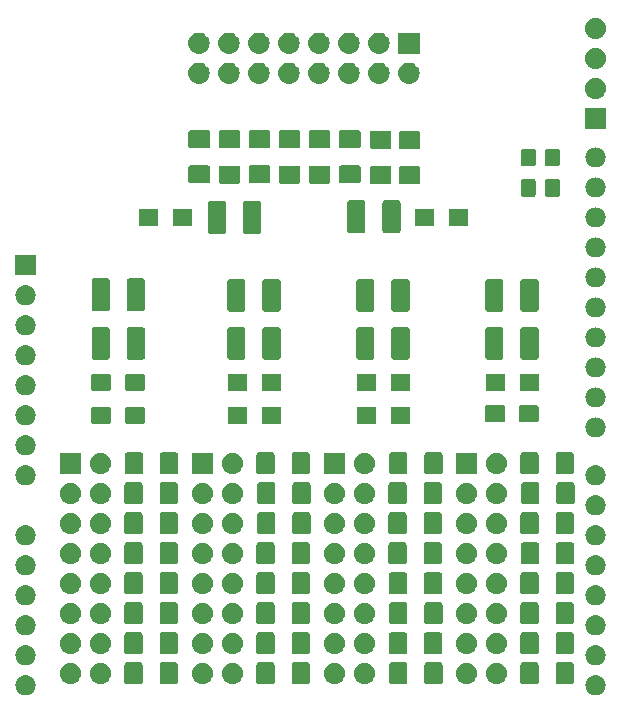
<source format=gbr>
G04 #@! TF.GenerationSoftware,KiCad,Pcbnew,5.0.2-bee76a0~70~ubuntu18.04.1*
G04 #@! TF.CreationDate,2019-02-21T21:15:02-07:00*
G04 #@! TF.ProjectId,adc,6164632e-6b69-4636-9164-5f7063625858,rev?*
G04 #@! TF.SameCoordinates,Original*
G04 #@! TF.FileFunction,Soldermask,Top*
G04 #@! TF.FilePolarity,Negative*
%FSLAX46Y46*%
G04 Gerber Fmt 4.6, Leading zero omitted, Abs format (unit mm)*
G04 Created by KiCad (PCBNEW 5.0.2-bee76a0~70~ubuntu18.04.1) date Thu 21 Feb 2019 09:15:02 PM MST*
%MOMM*%
%LPD*%
G01*
G04 APERTURE LIST*
%ADD10C,0.100000*%
G04 APERTURE END LIST*
D10*
G36*
X263564787Y-142925510D02*
X263725160Y-142974160D01*
X263725162Y-142974161D01*
X263872966Y-143053163D01*
X264002517Y-143159483D01*
X264108837Y-143289034D01*
X264187839Y-143436838D01*
X264187840Y-143436840D01*
X264236490Y-143597213D01*
X264252916Y-143764000D01*
X264236490Y-143930787D01*
X264187840Y-144091160D01*
X264187839Y-144091162D01*
X264108837Y-144238966D01*
X264002517Y-144368517D01*
X263872966Y-144474837D01*
X263725162Y-144553839D01*
X263725160Y-144553840D01*
X263564787Y-144602490D01*
X263439794Y-144614800D01*
X263356206Y-144614800D01*
X263231213Y-144602490D01*
X263070840Y-144553840D01*
X263070838Y-144553839D01*
X262923034Y-144474837D01*
X262793483Y-144368517D01*
X262687163Y-144238966D01*
X262608161Y-144091162D01*
X262608160Y-144091160D01*
X262559510Y-143930787D01*
X262543084Y-143764000D01*
X262559510Y-143597213D01*
X262608160Y-143436840D01*
X262608161Y-143436838D01*
X262687163Y-143289034D01*
X262793483Y-143159483D01*
X262923034Y-143053163D01*
X263070838Y-142974161D01*
X263070840Y-142974160D01*
X263231213Y-142925510D01*
X263356206Y-142913200D01*
X263439794Y-142913200D01*
X263564787Y-142925510D01*
X263564787Y-142925510D01*
G37*
G36*
X215304787Y-142925510D02*
X215465160Y-142974160D01*
X215465162Y-142974161D01*
X215612966Y-143053163D01*
X215742517Y-143159483D01*
X215848837Y-143289034D01*
X215927839Y-143436838D01*
X215927840Y-143436840D01*
X215976490Y-143597213D01*
X215992916Y-143764000D01*
X215976490Y-143930787D01*
X215927840Y-144091160D01*
X215927839Y-144091162D01*
X215848837Y-144238966D01*
X215742517Y-144368517D01*
X215612966Y-144474837D01*
X215465162Y-144553839D01*
X215465160Y-144553840D01*
X215304787Y-144602490D01*
X215179794Y-144614800D01*
X215096206Y-144614800D01*
X214971213Y-144602490D01*
X214810840Y-144553840D01*
X214810838Y-144553839D01*
X214663034Y-144474837D01*
X214533483Y-144368517D01*
X214427163Y-144238966D01*
X214348161Y-144091162D01*
X214348160Y-144091160D01*
X214299510Y-143930787D01*
X214283084Y-143764000D01*
X214299510Y-143597213D01*
X214348160Y-143436840D01*
X214348161Y-143436838D01*
X214427163Y-143289034D01*
X214533483Y-143159483D01*
X214663034Y-143053163D01*
X214810838Y-142974161D01*
X214810840Y-142974160D01*
X214971213Y-142925510D01*
X215096206Y-142913200D01*
X215179794Y-142913200D01*
X215304787Y-142925510D01*
X215304787Y-142925510D01*
G37*
G36*
X258422918Y-141826380D02*
X258457822Y-141836969D01*
X258489996Y-141854166D01*
X258518194Y-141877306D01*
X258541334Y-141905504D01*
X258558531Y-141937678D01*
X258569120Y-141972582D01*
X258573300Y-142015024D01*
X258573300Y-143480976D01*
X258569120Y-143523418D01*
X258558531Y-143558322D01*
X258541334Y-143590496D01*
X258518194Y-143618694D01*
X258489996Y-143641834D01*
X258457822Y-143659031D01*
X258422918Y-143669620D01*
X258380476Y-143673800D01*
X257239524Y-143673800D01*
X257197082Y-143669620D01*
X257162178Y-143659031D01*
X257130004Y-143641834D01*
X257101806Y-143618694D01*
X257078666Y-143590496D01*
X257061469Y-143558322D01*
X257050880Y-143523418D01*
X257046700Y-143480976D01*
X257046700Y-142015024D01*
X257050880Y-141972582D01*
X257061469Y-141937678D01*
X257078666Y-141905504D01*
X257101806Y-141877306D01*
X257130004Y-141854166D01*
X257162178Y-141836969D01*
X257197082Y-141826380D01*
X257239524Y-141822200D01*
X258380476Y-141822200D01*
X258422918Y-141826380D01*
X258422918Y-141826380D01*
G37*
G36*
X247319918Y-141826380D02*
X247354822Y-141836969D01*
X247386996Y-141854166D01*
X247415194Y-141877306D01*
X247438334Y-141905504D01*
X247455531Y-141937678D01*
X247466120Y-141972582D01*
X247470300Y-142015024D01*
X247470300Y-143480976D01*
X247466120Y-143523418D01*
X247455531Y-143558322D01*
X247438334Y-143590496D01*
X247415194Y-143618694D01*
X247386996Y-143641834D01*
X247354822Y-143659031D01*
X247319918Y-143669620D01*
X247277476Y-143673800D01*
X246136524Y-143673800D01*
X246094082Y-143669620D01*
X246059178Y-143659031D01*
X246027004Y-143641834D01*
X245998806Y-143618694D01*
X245975666Y-143590496D01*
X245958469Y-143558322D01*
X245947880Y-143523418D01*
X245943700Y-143480976D01*
X245943700Y-142015024D01*
X245947880Y-141972582D01*
X245958469Y-141937678D01*
X245975666Y-141905504D01*
X245998806Y-141877306D01*
X246027004Y-141854166D01*
X246059178Y-141836969D01*
X246094082Y-141826380D01*
X246136524Y-141822200D01*
X247277476Y-141822200D01*
X247319918Y-141826380D01*
X247319918Y-141826380D01*
G37*
G36*
X250294918Y-141826380D02*
X250329822Y-141836969D01*
X250361996Y-141854166D01*
X250390194Y-141877306D01*
X250413334Y-141905504D01*
X250430531Y-141937678D01*
X250441120Y-141972582D01*
X250445300Y-142015024D01*
X250445300Y-143480976D01*
X250441120Y-143523418D01*
X250430531Y-143558322D01*
X250413334Y-143590496D01*
X250390194Y-143618694D01*
X250361996Y-143641834D01*
X250329822Y-143659031D01*
X250294918Y-143669620D01*
X250252476Y-143673800D01*
X249111524Y-143673800D01*
X249069082Y-143669620D01*
X249034178Y-143659031D01*
X249002004Y-143641834D01*
X248973806Y-143618694D01*
X248950666Y-143590496D01*
X248933469Y-143558322D01*
X248922880Y-143523418D01*
X248918700Y-143480976D01*
X248918700Y-142015024D01*
X248922880Y-141972582D01*
X248933469Y-141937678D01*
X248950666Y-141905504D01*
X248973806Y-141877306D01*
X249002004Y-141854166D01*
X249034178Y-141836969D01*
X249069082Y-141826380D01*
X249111524Y-141822200D01*
X250252476Y-141822200D01*
X250294918Y-141826380D01*
X250294918Y-141826380D01*
G37*
G36*
X239045918Y-141826380D02*
X239080822Y-141836969D01*
X239112996Y-141854166D01*
X239141194Y-141877306D01*
X239164334Y-141905504D01*
X239181531Y-141937678D01*
X239192120Y-141972582D01*
X239196300Y-142015024D01*
X239196300Y-143480976D01*
X239192120Y-143523418D01*
X239181531Y-143558322D01*
X239164334Y-143590496D01*
X239141194Y-143618694D01*
X239112996Y-143641834D01*
X239080822Y-143659031D01*
X239045918Y-143669620D01*
X239003476Y-143673800D01*
X237862524Y-143673800D01*
X237820082Y-143669620D01*
X237785178Y-143659031D01*
X237753004Y-143641834D01*
X237724806Y-143618694D01*
X237701666Y-143590496D01*
X237684469Y-143558322D01*
X237673880Y-143523418D01*
X237669700Y-143480976D01*
X237669700Y-142015024D01*
X237673880Y-141972582D01*
X237684469Y-141937678D01*
X237701666Y-141905504D01*
X237724806Y-141877306D01*
X237753004Y-141854166D01*
X237785178Y-141836969D01*
X237820082Y-141826380D01*
X237862524Y-141822200D01*
X239003476Y-141822200D01*
X239045918Y-141826380D01*
X239045918Y-141826380D01*
G37*
G36*
X236070918Y-141826380D02*
X236105822Y-141836969D01*
X236137996Y-141854166D01*
X236166194Y-141877306D01*
X236189334Y-141905504D01*
X236206531Y-141937678D01*
X236217120Y-141972582D01*
X236221300Y-142015024D01*
X236221300Y-143480976D01*
X236217120Y-143523418D01*
X236206531Y-143558322D01*
X236189334Y-143590496D01*
X236166194Y-143618694D01*
X236137996Y-143641834D01*
X236105822Y-143659031D01*
X236070918Y-143669620D01*
X236028476Y-143673800D01*
X234887524Y-143673800D01*
X234845082Y-143669620D01*
X234810178Y-143659031D01*
X234778004Y-143641834D01*
X234749806Y-143618694D01*
X234726666Y-143590496D01*
X234709469Y-143558322D01*
X234698880Y-143523418D01*
X234694700Y-143480976D01*
X234694700Y-142015024D01*
X234698880Y-141972582D01*
X234709469Y-141937678D01*
X234726666Y-141905504D01*
X234749806Y-141877306D01*
X234778004Y-141854166D01*
X234810178Y-141836969D01*
X234845082Y-141826380D01*
X234887524Y-141822200D01*
X236028476Y-141822200D01*
X236070918Y-141826380D01*
X236070918Y-141826380D01*
G37*
G36*
X224894918Y-141826380D02*
X224929822Y-141836969D01*
X224961996Y-141854166D01*
X224990194Y-141877306D01*
X225013334Y-141905504D01*
X225030531Y-141937678D01*
X225041120Y-141972582D01*
X225045300Y-142015024D01*
X225045300Y-143480976D01*
X225041120Y-143523418D01*
X225030531Y-143558322D01*
X225013334Y-143590496D01*
X224990194Y-143618694D01*
X224961996Y-143641834D01*
X224929822Y-143659031D01*
X224894918Y-143669620D01*
X224852476Y-143673800D01*
X223711524Y-143673800D01*
X223669082Y-143669620D01*
X223634178Y-143659031D01*
X223602004Y-143641834D01*
X223573806Y-143618694D01*
X223550666Y-143590496D01*
X223533469Y-143558322D01*
X223522880Y-143523418D01*
X223518700Y-143480976D01*
X223518700Y-142015024D01*
X223522880Y-141972582D01*
X223533469Y-141937678D01*
X223550666Y-141905504D01*
X223573806Y-141877306D01*
X223602004Y-141854166D01*
X223634178Y-141836969D01*
X223669082Y-141826380D01*
X223711524Y-141822200D01*
X224852476Y-141822200D01*
X224894918Y-141826380D01*
X224894918Y-141826380D01*
G37*
G36*
X227869918Y-141826380D02*
X227904822Y-141836969D01*
X227936996Y-141854166D01*
X227965194Y-141877306D01*
X227988334Y-141905504D01*
X228005531Y-141937678D01*
X228016120Y-141972582D01*
X228020300Y-142015024D01*
X228020300Y-143480976D01*
X228016120Y-143523418D01*
X228005531Y-143558322D01*
X227988334Y-143590496D01*
X227965194Y-143618694D01*
X227936996Y-143641834D01*
X227904822Y-143659031D01*
X227869918Y-143669620D01*
X227827476Y-143673800D01*
X226686524Y-143673800D01*
X226644082Y-143669620D01*
X226609178Y-143659031D01*
X226577004Y-143641834D01*
X226548806Y-143618694D01*
X226525666Y-143590496D01*
X226508469Y-143558322D01*
X226497880Y-143523418D01*
X226493700Y-143480976D01*
X226493700Y-142015024D01*
X226497880Y-141972582D01*
X226508469Y-141937678D01*
X226525666Y-141905504D01*
X226548806Y-141877306D01*
X226577004Y-141854166D01*
X226609178Y-141836969D01*
X226644082Y-141826380D01*
X226686524Y-141822200D01*
X227827476Y-141822200D01*
X227869918Y-141826380D01*
X227869918Y-141826380D01*
G37*
G36*
X261397918Y-141826380D02*
X261432822Y-141836969D01*
X261464996Y-141854166D01*
X261493194Y-141877306D01*
X261516334Y-141905504D01*
X261533531Y-141937678D01*
X261544120Y-141972582D01*
X261548300Y-142015024D01*
X261548300Y-143480976D01*
X261544120Y-143523418D01*
X261533531Y-143558322D01*
X261516334Y-143590496D01*
X261493194Y-143618694D01*
X261464996Y-143641834D01*
X261432822Y-143659031D01*
X261397918Y-143669620D01*
X261355476Y-143673800D01*
X260214524Y-143673800D01*
X260172082Y-143669620D01*
X260137178Y-143659031D01*
X260105004Y-143641834D01*
X260076806Y-143618694D01*
X260053666Y-143590496D01*
X260036469Y-143558322D01*
X260025880Y-143523418D01*
X260021700Y-143480976D01*
X260021700Y-142015024D01*
X260025880Y-141972582D01*
X260036469Y-141937678D01*
X260053666Y-141905504D01*
X260076806Y-141877306D01*
X260105004Y-141854166D01*
X260137178Y-141836969D01*
X260172082Y-141826380D01*
X260214524Y-141822200D01*
X261355476Y-141822200D01*
X261397918Y-141826380D01*
X261397918Y-141826380D01*
G37*
G36*
X241388362Y-141851545D02*
X241476588Y-141860234D01*
X241589789Y-141894573D01*
X241646390Y-141911743D01*
X241760210Y-141972582D01*
X241802879Y-141995389D01*
X241826804Y-142015024D01*
X241940044Y-142107956D01*
X242023288Y-142209391D01*
X242052611Y-142245121D01*
X242052612Y-142245123D01*
X242136257Y-142401610D01*
X242136257Y-142401611D01*
X242187766Y-142571412D01*
X242205158Y-142748000D01*
X242187766Y-142924588D01*
X242172728Y-142974160D01*
X242136257Y-143094390D01*
X242062178Y-143232980D01*
X242052611Y-143250879D01*
X242023288Y-143286609D01*
X241940044Y-143388044D01*
X241838609Y-143471288D01*
X241802879Y-143500611D01*
X241784980Y-143510178D01*
X241646390Y-143584257D01*
X241609801Y-143595356D01*
X241476588Y-143635766D01*
X241414977Y-143641834D01*
X241344250Y-143648800D01*
X241255750Y-143648800D01*
X241185023Y-143641834D01*
X241123412Y-143635766D01*
X240990199Y-143595356D01*
X240953610Y-143584257D01*
X240815020Y-143510178D01*
X240797121Y-143500611D01*
X240761391Y-143471288D01*
X240659956Y-143388044D01*
X240576712Y-143286609D01*
X240547389Y-143250879D01*
X240537822Y-143232980D01*
X240463743Y-143094390D01*
X240427272Y-142974160D01*
X240412234Y-142924588D01*
X240394842Y-142748000D01*
X240412234Y-142571412D01*
X240463743Y-142401611D01*
X240463743Y-142401610D01*
X240547388Y-142245123D01*
X240547389Y-142245121D01*
X240576712Y-142209391D01*
X240659956Y-142107956D01*
X240773196Y-142015024D01*
X240797121Y-141995389D01*
X240839790Y-141972582D01*
X240953610Y-141911743D01*
X241010211Y-141894573D01*
X241123412Y-141860234D01*
X241211638Y-141851545D01*
X241255750Y-141847200D01*
X241344250Y-141847200D01*
X241388362Y-141851545D01*
X241388362Y-141851545D01*
G37*
G36*
X243928362Y-141851545D02*
X244016588Y-141860234D01*
X244129789Y-141894573D01*
X244186390Y-141911743D01*
X244300210Y-141972582D01*
X244342879Y-141995389D01*
X244366804Y-142015024D01*
X244480044Y-142107956D01*
X244563288Y-142209391D01*
X244592611Y-142245121D01*
X244592612Y-142245123D01*
X244676257Y-142401610D01*
X244676257Y-142401611D01*
X244727766Y-142571412D01*
X244745158Y-142748000D01*
X244727766Y-142924588D01*
X244712728Y-142974160D01*
X244676257Y-143094390D01*
X244602178Y-143232980D01*
X244592611Y-143250879D01*
X244563288Y-143286609D01*
X244480044Y-143388044D01*
X244378609Y-143471288D01*
X244342879Y-143500611D01*
X244324980Y-143510178D01*
X244186390Y-143584257D01*
X244149801Y-143595356D01*
X244016588Y-143635766D01*
X243954977Y-143641834D01*
X243884250Y-143648800D01*
X243795750Y-143648800D01*
X243725023Y-143641834D01*
X243663412Y-143635766D01*
X243530199Y-143595356D01*
X243493610Y-143584257D01*
X243355020Y-143510178D01*
X243337121Y-143500611D01*
X243301391Y-143471288D01*
X243199956Y-143388044D01*
X243116712Y-143286609D01*
X243087389Y-143250879D01*
X243077822Y-143232980D01*
X243003743Y-143094390D01*
X242967272Y-142974160D01*
X242952234Y-142924588D01*
X242934842Y-142748000D01*
X242952234Y-142571412D01*
X243003743Y-142401611D01*
X243003743Y-142401610D01*
X243087388Y-142245123D01*
X243087389Y-142245121D01*
X243116712Y-142209391D01*
X243199956Y-142107956D01*
X243313196Y-142015024D01*
X243337121Y-141995389D01*
X243379790Y-141972582D01*
X243493610Y-141911743D01*
X243550211Y-141894573D01*
X243663412Y-141860234D01*
X243751638Y-141851545D01*
X243795750Y-141847200D01*
X243884250Y-141847200D01*
X243928362Y-141851545D01*
X243928362Y-141851545D01*
G37*
G36*
X255104362Y-141851545D02*
X255192588Y-141860234D01*
X255305789Y-141894573D01*
X255362390Y-141911743D01*
X255476210Y-141972582D01*
X255518879Y-141995389D01*
X255542804Y-142015024D01*
X255656044Y-142107956D01*
X255739288Y-142209391D01*
X255768611Y-142245121D01*
X255768612Y-142245123D01*
X255852257Y-142401610D01*
X255852257Y-142401611D01*
X255903766Y-142571412D01*
X255921158Y-142748000D01*
X255903766Y-142924588D01*
X255888728Y-142974160D01*
X255852257Y-143094390D01*
X255778178Y-143232980D01*
X255768611Y-143250879D01*
X255739288Y-143286609D01*
X255656044Y-143388044D01*
X255554609Y-143471288D01*
X255518879Y-143500611D01*
X255500980Y-143510178D01*
X255362390Y-143584257D01*
X255325801Y-143595356D01*
X255192588Y-143635766D01*
X255130977Y-143641834D01*
X255060250Y-143648800D01*
X254971750Y-143648800D01*
X254901023Y-143641834D01*
X254839412Y-143635766D01*
X254706199Y-143595356D01*
X254669610Y-143584257D01*
X254531020Y-143510178D01*
X254513121Y-143500611D01*
X254477391Y-143471288D01*
X254375956Y-143388044D01*
X254292712Y-143286609D01*
X254263389Y-143250879D01*
X254253822Y-143232980D01*
X254179743Y-143094390D01*
X254143272Y-142974160D01*
X254128234Y-142924588D01*
X254110842Y-142748000D01*
X254128234Y-142571412D01*
X254179743Y-142401611D01*
X254179743Y-142401610D01*
X254263388Y-142245123D01*
X254263389Y-142245121D01*
X254292712Y-142209391D01*
X254375956Y-142107956D01*
X254489196Y-142015024D01*
X254513121Y-141995389D01*
X254555790Y-141972582D01*
X254669610Y-141911743D01*
X254726211Y-141894573D01*
X254839412Y-141860234D01*
X254927638Y-141851545D01*
X254971750Y-141847200D01*
X255060250Y-141847200D01*
X255104362Y-141851545D01*
X255104362Y-141851545D01*
G37*
G36*
X252564362Y-141851545D02*
X252652588Y-141860234D01*
X252765789Y-141894573D01*
X252822390Y-141911743D01*
X252936210Y-141972582D01*
X252978879Y-141995389D01*
X253002804Y-142015024D01*
X253116044Y-142107956D01*
X253199288Y-142209391D01*
X253228611Y-142245121D01*
X253228612Y-142245123D01*
X253312257Y-142401610D01*
X253312257Y-142401611D01*
X253363766Y-142571412D01*
X253381158Y-142748000D01*
X253363766Y-142924588D01*
X253348728Y-142974160D01*
X253312257Y-143094390D01*
X253238178Y-143232980D01*
X253228611Y-143250879D01*
X253199288Y-143286609D01*
X253116044Y-143388044D01*
X253014609Y-143471288D01*
X252978879Y-143500611D01*
X252960980Y-143510178D01*
X252822390Y-143584257D01*
X252785801Y-143595356D01*
X252652588Y-143635766D01*
X252590977Y-143641834D01*
X252520250Y-143648800D01*
X252431750Y-143648800D01*
X252361023Y-143641834D01*
X252299412Y-143635766D01*
X252166199Y-143595356D01*
X252129610Y-143584257D01*
X251991020Y-143510178D01*
X251973121Y-143500611D01*
X251937391Y-143471288D01*
X251835956Y-143388044D01*
X251752712Y-143286609D01*
X251723389Y-143250879D01*
X251713822Y-143232980D01*
X251639743Y-143094390D01*
X251603272Y-142974160D01*
X251588234Y-142924588D01*
X251570842Y-142748000D01*
X251588234Y-142571412D01*
X251639743Y-142401611D01*
X251639743Y-142401610D01*
X251723388Y-142245123D01*
X251723389Y-142245121D01*
X251752712Y-142209391D01*
X251835956Y-142107956D01*
X251949196Y-142015024D01*
X251973121Y-141995389D01*
X252015790Y-141972582D01*
X252129610Y-141911743D01*
X252186211Y-141894573D01*
X252299412Y-141860234D01*
X252387638Y-141851545D01*
X252431750Y-141847200D01*
X252520250Y-141847200D01*
X252564362Y-141851545D01*
X252564362Y-141851545D01*
G37*
G36*
X221576362Y-141851545D02*
X221664588Y-141860234D01*
X221777789Y-141894573D01*
X221834390Y-141911743D01*
X221948210Y-141972582D01*
X221990879Y-141995389D01*
X222014804Y-142015024D01*
X222128044Y-142107956D01*
X222211288Y-142209391D01*
X222240611Y-142245121D01*
X222240612Y-142245123D01*
X222324257Y-142401610D01*
X222324257Y-142401611D01*
X222375766Y-142571412D01*
X222393158Y-142748000D01*
X222375766Y-142924588D01*
X222360728Y-142974160D01*
X222324257Y-143094390D01*
X222250178Y-143232980D01*
X222240611Y-143250879D01*
X222211288Y-143286609D01*
X222128044Y-143388044D01*
X222026609Y-143471288D01*
X221990879Y-143500611D01*
X221972980Y-143510178D01*
X221834390Y-143584257D01*
X221797801Y-143595356D01*
X221664588Y-143635766D01*
X221602977Y-143641834D01*
X221532250Y-143648800D01*
X221443750Y-143648800D01*
X221373023Y-143641834D01*
X221311412Y-143635766D01*
X221178199Y-143595356D01*
X221141610Y-143584257D01*
X221003020Y-143510178D01*
X220985121Y-143500611D01*
X220949391Y-143471288D01*
X220847956Y-143388044D01*
X220764712Y-143286609D01*
X220735389Y-143250879D01*
X220725822Y-143232980D01*
X220651743Y-143094390D01*
X220615272Y-142974160D01*
X220600234Y-142924588D01*
X220582842Y-142748000D01*
X220600234Y-142571412D01*
X220651743Y-142401611D01*
X220651743Y-142401610D01*
X220735388Y-142245123D01*
X220735389Y-142245121D01*
X220764712Y-142209391D01*
X220847956Y-142107956D01*
X220961196Y-142015024D01*
X220985121Y-141995389D01*
X221027790Y-141972582D01*
X221141610Y-141911743D01*
X221198211Y-141894573D01*
X221311412Y-141860234D01*
X221399638Y-141851545D01*
X221443750Y-141847200D01*
X221532250Y-141847200D01*
X221576362Y-141851545D01*
X221576362Y-141851545D01*
G37*
G36*
X230212362Y-141851545D02*
X230300588Y-141860234D01*
X230413789Y-141894573D01*
X230470390Y-141911743D01*
X230584210Y-141972582D01*
X230626879Y-141995389D01*
X230650804Y-142015024D01*
X230764044Y-142107956D01*
X230847288Y-142209391D01*
X230876611Y-142245121D01*
X230876612Y-142245123D01*
X230960257Y-142401610D01*
X230960257Y-142401611D01*
X231011766Y-142571412D01*
X231029158Y-142748000D01*
X231011766Y-142924588D01*
X230996728Y-142974160D01*
X230960257Y-143094390D01*
X230886178Y-143232980D01*
X230876611Y-143250879D01*
X230847288Y-143286609D01*
X230764044Y-143388044D01*
X230662609Y-143471288D01*
X230626879Y-143500611D01*
X230608980Y-143510178D01*
X230470390Y-143584257D01*
X230433801Y-143595356D01*
X230300588Y-143635766D01*
X230238977Y-143641834D01*
X230168250Y-143648800D01*
X230079750Y-143648800D01*
X230009023Y-143641834D01*
X229947412Y-143635766D01*
X229814199Y-143595356D01*
X229777610Y-143584257D01*
X229639020Y-143510178D01*
X229621121Y-143500611D01*
X229585391Y-143471288D01*
X229483956Y-143388044D01*
X229400712Y-143286609D01*
X229371389Y-143250879D01*
X229361822Y-143232980D01*
X229287743Y-143094390D01*
X229251272Y-142974160D01*
X229236234Y-142924588D01*
X229218842Y-142748000D01*
X229236234Y-142571412D01*
X229287743Y-142401611D01*
X229287743Y-142401610D01*
X229371388Y-142245123D01*
X229371389Y-142245121D01*
X229400712Y-142209391D01*
X229483956Y-142107956D01*
X229597196Y-142015024D01*
X229621121Y-141995389D01*
X229663790Y-141972582D01*
X229777610Y-141911743D01*
X229834211Y-141894573D01*
X229947412Y-141860234D01*
X230035638Y-141851545D01*
X230079750Y-141847200D01*
X230168250Y-141847200D01*
X230212362Y-141851545D01*
X230212362Y-141851545D01*
G37*
G36*
X219036362Y-141851545D02*
X219124588Y-141860234D01*
X219237789Y-141894573D01*
X219294390Y-141911743D01*
X219408210Y-141972582D01*
X219450879Y-141995389D01*
X219474804Y-142015024D01*
X219588044Y-142107956D01*
X219671288Y-142209391D01*
X219700611Y-142245121D01*
X219700612Y-142245123D01*
X219784257Y-142401610D01*
X219784257Y-142401611D01*
X219835766Y-142571412D01*
X219853158Y-142748000D01*
X219835766Y-142924588D01*
X219820728Y-142974160D01*
X219784257Y-143094390D01*
X219710178Y-143232980D01*
X219700611Y-143250879D01*
X219671288Y-143286609D01*
X219588044Y-143388044D01*
X219486609Y-143471288D01*
X219450879Y-143500611D01*
X219432980Y-143510178D01*
X219294390Y-143584257D01*
X219257801Y-143595356D01*
X219124588Y-143635766D01*
X219062977Y-143641834D01*
X218992250Y-143648800D01*
X218903750Y-143648800D01*
X218833023Y-143641834D01*
X218771412Y-143635766D01*
X218638199Y-143595356D01*
X218601610Y-143584257D01*
X218463020Y-143510178D01*
X218445121Y-143500611D01*
X218409391Y-143471288D01*
X218307956Y-143388044D01*
X218224712Y-143286609D01*
X218195389Y-143250879D01*
X218185822Y-143232980D01*
X218111743Y-143094390D01*
X218075272Y-142974160D01*
X218060234Y-142924588D01*
X218042842Y-142748000D01*
X218060234Y-142571412D01*
X218111743Y-142401611D01*
X218111743Y-142401610D01*
X218195388Y-142245123D01*
X218195389Y-142245121D01*
X218224712Y-142209391D01*
X218307956Y-142107956D01*
X218421196Y-142015024D01*
X218445121Y-141995389D01*
X218487790Y-141972582D01*
X218601610Y-141911743D01*
X218658211Y-141894573D01*
X218771412Y-141860234D01*
X218859638Y-141851545D01*
X218903750Y-141847200D01*
X218992250Y-141847200D01*
X219036362Y-141851545D01*
X219036362Y-141851545D01*
G37*
G36*
X232752362Y-141851545D02*
X232840588Y-141860234D01*
X232953789Y-141894573D01*
X233010390Y-141911743D01*
X233124210Y-141972582D01*
X233166879Y-141995389D01*
X233190804Y-142015024D01*
X233304044Y-142107956D01*
X233387288Y-142209391D01*
X233416611Y-142245121D01*
X233416612Y-142245123D01*
X233500257Y-142401610D01*
X233500257Y-142401611D01*
X233551766Y-142571412D01*
X233569158Y-142748000D01*
X233551766Y-142924588D01*
X233536728Y-142974160D01*
X233500257Y-143094390D01*
X233426178Y-143232980D01*
X233416611Y-143250879D01*
X233387288Y-143286609D01*
X233304044Y-143388044D01*
X233202609Y-143471288D01*
X233166879Y-143500611D01*
X233148980Y-143510178D01*
X233010390Y-143584257D01*
X232973801Y-143595356D01*
X232840588Y-143635766D01*
X232778977Y-143641834D01*
X232708250Y-143648800D01*
X232619750Y-143648800D01*
X232549023Y-143641834D01*
X232487412Y-143635766D01*
X232354199Y-143595356D01*
X232317610Y-143584257D01*
X232179020Y-143510178D01*
X232161121Y-143500611D01*
X232125391Y-143471288D01*
X232023956Y-143388044D01*
X231940712Y-143286609D01*
X231911389Y-143250879D01*
X231901822Y-143232980D01*
X231827743Y-143094390D01*
X231791272Y-142974160D01*
X231776234Y-142924588D01*
X231758842Y-142748000D01*
X231776234Y-142571412D01*
X231827743Y-142401611D01*
X231827743Y-142401610D01*
X231911388Y-142245123D01*
X231911389Y-142245121D01*
X231940712Y-142209391D01*
X232023956Y-142107956D01*
X232137196Y-142015024D01*
X232161121Y-141995389D01*
X232203790Y-141972582D01*
X232317610Y-141911743D01*
X232374211Y-141894573D01*
X232487412Y-141860234D01*
X232575638Y-141851545D01*
X232619750Y-141847200D01*
X232708250Y-141847200D01*
X232752362Y-141851545D01*
X232752362Y-141851545D01*
G37*
G36*
X263564787Y-140385510D02*
X263725160Y-140434160D01*
X263725162Y-140434161D01*
X263872966Y-140513163D01*
X264002517Y-140619483D01*
X264108837Y-140749034D01*
X264187839Y-140896838D01*
X264187840Y-140896840D01*
X264236490Y-141057213D01*
X264252916Y-141224000D01*
X264236490Y-141390787D01*
X264187840Y-141551160D01*
X264187839Y-141551162D01*
X264108837Y-141698966D01*
X264002517Y-141828517D01*
X263872966Y-141934837D01*
X263725162Y-142013839D01*
X263725160Y-142013840D01*
X263564787Y-142062490D01*
X263439794Y-142074800D01*
X263356206Y-142074800D01*
X263231213Y-142062490D01*
X263070840Y-142013840D01*
X263070838Y-142013839D01*
X262923034Y-141934837D01*
X262793483Y-141828517D01*
X262687163Y-141698966D01*
X262608161Y-141551162D01*
X262608160Y-141551160D01*
X262559510Y-141390787D01*
X262543084Y-141224000D01*
X262559510Y-141057213D01*
X262608160Y-140896840D01*
X262608161Y-140896838D01*
X262687163Y-140749034D01*
X262793483Y-140619483D01*
X262923034Y-140513163D01*
X263070838Y-140434161D01*
X263070840Y-140434160D01*
X263231213Y-140385510D01*
X263356206Y-140373200D01*
X263439794Y-140373200D01*
X263564787Y-140385510D01*
X263564787Y-140385510D01*
G37*
G36*
X215304787Y-140385510D02*
X215465160Y-140434160D01*
X215465162Y-140434161D01*
X215612966Y-140513163D01*
X215742517Y-140619483D01*
X215848837Y-140749034D01*
X215927839Y-140896838D01*
X215927840Y-140896840D01*
X215976490Y-141057213D01*
X215992916Y-141224000D01*
X215976490Y-141390787D01*
X215927840Y-141551160D01*
X215927839Y-141551162D01*
X215848837Y-141698966D01*
X215742517Y-141828517D01*
X215612966Y-141934837D01*
X215465162Y-142013839D01*
X215465160Y-142013840D01*
X215304787Y-142062490D01*
X215179794Y-142074800D01*
X215096206Y-142074800D01*
X214971213Y-142062490D01*
X214810840Y-142013840D01*
X214810838Y-142013839D01*
X214663034Y-141934837D01*
X214533483Y-141828517D01*
X214427163Y-141698966D01*
X214348161Y-141551162D01*
X214348160Y-141551160D01*
X214299510Y-141390787D01*
X214283084Y-141224000D01*
X214299510Y-141057213D01*
X214348160Y-140896840D01*
X214348161Y-140896838D01*
X214427163Y-140749034D01*
X214533483Y-140619483D01*
X214663034Y-140513163D01*
X214810838Y-140434161D01*
X214810840Y-140434160D01*
X214971213Y-140385510D01*
X215096206Y-140373200D01*
X215179794Y-140373200D01*
X215304787Y-140385510D01*
X215304787Y-140385510D01*
G37*
G36*
X247283418Y-139286380D02*
X247318322Y-139296969D01*
X247350496Y-139314166D01*
X247378694Y-139337306D01*
X247401834Y-139365504D01*
X247419031Y-139397678D01*
X247429620Y-139432582D01*
X247433800Y-139475024D01*
X247433800Y-140940976D01*
X247429620Y-140983418D01*
X247419031Y-141018322D01*
X247401834Y-141050496D01*
X247378694Y-141078694D01*
X247350496Y-141101834D01*
X247318322Y-141119031D01*
X247283418Y-141129620D01*
X247240976Y-141133800D01*
X246100024Y-141133800D01*
X246057582Y-141129620D01*
X246022678Y-141119031D01*
X245990504Y-141101834D01*
X245962306Y-141078694D01*
X245939166Y-141050496D01*
X245921969Y-141018322D01*
X245911380Y-140983418D01*
X245907200Y-140940976D01*
X245907200Y-139475024D01*
X245911380Y-139432582D01*
X245921969Y-139397678D01*
X245939166Y-139365504D01*
X245962306Y-139337306D01*
X245990504Y-139314166D01*
X246022678Y-139296969D01*
X246057582Y-139286380D01*
X246100024Y-139282200D01*
X247240976Y-139282200D01*
X247283418Y-139286380D01*
X247283418Y-139286380D01*
G37*
G36*
X224894918Y-139286380D02*
X224929822Y-139296969D01*
X224961996Y-139314166D01*
X224990194Y-139337306D01*
X225013334Y-139365504D01*
X225030531Y-139397678D01*
X225041120Y-139432582D01*
X225045300Y-139475024D01*
X225045300Y-140940976D01*
X225041120Y-140983418D01*
X225030531Y-141018322D01*
X225013334Y-141050496D01*
X224990194Y-141078694D01*
X224961996Y-141101834D01*
X224929822Y-141119031D01*
X224894918Y-141129620D01*
X224852476Y-141133800D01*
X223711524Y-141133800D01*
X223669082Y-141129620D01*
X223634178Y-141119031D01*
X223602004Y-141101834D01*
X223573806Y-141078694D01*
X223550666Y-141050496D01*
X223533469Y-141018322D01*
X223522880Y-140983418D01*
X223518700Y-140940976D01*
X223518700Y-139475024D01*
X223522880Y-139432582D01*
X223533469Y-139397678D01*
X223550666Y-139365504D01*
X223573806Y-139337306D01*
X223602004Y-139314166D01*
X223634178Y-139296969D01*
X223669082Y-139286380D01*
X223711524Y-139282200D01*
X224852476Y-139282200D01*
X224894918Y-139286380D01*
X224894918Y-139286380D01*
G37*
G36*
X227869918Y-139286380D02*
X227904822Y-139296969D01*
X227936996Y-139314166D01*
X227965194Y-139337306D01*
X227988334Y-139365504D01*
X228005531Y-139397678D01*
X228016120Y-139432582D01*
X228020300Y-139475024D01*
X228020300Y-140940976D01*
X228016120Y-140983418D01*
X228005531Y-141018322D01*
X227988334Y-141050496D01*
X227965194Y-141078694D01*
X227936996Y-141101834D01*
X227904822Y-141119031D01*
X227869918Y-141129620D01*
X227827476Y-141133800D01*
X226686524Y-141133800D01*
X226644082Y-141129620D01*
X226609178Y-141119031D01*
X226577004Y-141101834D01*
X226548806Y-141078694D01*
X226525666Y-141050496D01*
X226508469Y-141018322D01*
X226497880Y-140983418D01*
X226493700Y-140940976D01*
X226493700Y-139475024D01*
X226497880Y-139432582D01*
X226508469Y-139397678D01*
X226525666Y-139365504D01*
X226548806Y-139337306D01*
X226577004Y-139314166D01*
X226609178Y-139296969D01*
X226644082Y-139286380D01*
X226686524Y-139282200D01*
X227827476Y-139282200D01*
X227869918Y-139286380D01*
X227869918Y-139286380D01*
G37*
G36*
X239045918Y-139286380D02*
X239080822Y-139296969D01*
X239112996Y-139314166D01*
X239141194Y-139337306D01*
X239164334Y-139365504D01*
X239181531Y-139397678D01*
X239192120Y-139432582D01*
X239196300Y-139475024D01*
X239196300Y-140940976D01*
X239192120Y-140983418D01*
X239181531Y-141018322D01*
X239164334Y-141050496D01*
X239141194Y-141078694D01*
X239112996Y-141101834D01*
X239080822Y-141119031D01*
X239045918Y-141129620D01*
X239003476Y-141133800D01*
X237862524Y-141133800D01*
X237820082Y-141129620D01*
X237785178Y-141119031D01*
X237753004Y-141101834D01*
X237724806Y-141078694D01*
X237701666Y-141050496D01*
X237684469Y-141018322D01*
X237673880Y-140983418D01*
X237669700Y-140940976D01*
X237669700Y-139475024D01*
X237673880Y-139432582D01*
X237684469Y-139397678D01*
X237701666Y-139365504D01*
X237724806Y-139337306D01*
X237753004Y-139314166D01*
X237785178Y-139296969D01*
X237820082Y-139286380D01*
X237862524Y-139282200D01*
X239003476Y-139282200D01*
X239045918Y-139286380D01*
X239045918Y-139286380D01*
G37*
G36*
X250258418Y-139286380D02*
X250293322Y-139296969D01*
X250325496Y-139314166D01*
X250353694Y-139337306D01*
X250376834Y-139365504D01*
X250394031Y-139397678D01*
X250404620Y-139432582D01*
X250408800Y-139475024D01*
X250408800Y-140940976D01*
X250404620Y-140983418D01*
X250394031Y-141018322D01*
X250376834Y-141050496D01*
X250353694Y-141078694D01*
X250325496Y-141101834D01*
X250293322Y-141119031D01*
X250258418Y-141129620D01*
X250215976Y-141133800D01*
X249075024Y-141133800D01*
X249032582Y-141129620D01*
X248997678Y-141119031D01*
X248965504Y-141101834D01*
X248937306Y-141078694D01*
X248914166Y-141050496D01*
X248896969Y-141018322D01*
X248886380Y-140983418D01*
X248882200Y-140940976D01*
X248882200Y-139475024D01*
X248886380Y-139432582D01*
X248896969Y-139397678D01*
X248914166Y-139365504D01*
X248937306Y-139337306D01*
X248965504Y-139314166D01*
X248997678Y-139296969D01*
X249032582Y-139286380D01*
X249075024Y-139282200D01*
X250215976Y-139282200D01*
X250258418Y-139286380D01*
X250258418Y-139286380D01*
G37*
G36*
X261397918Y-139286380D02*
X261432822Y-139296969D01*
X261464996Y-139314166D01*
X261493194Y-139337306D01*
X261516334Y-139365504D01*
X261533531Y-139397678D01*
X261544120Y-139432582D01*
X261548300Y-139475024D01*
X261548300Y-140940976D01*
X261544120Y-140983418D01*
X261533531Y-141018322D01*
X261516334Y-141050496D01*
X261493194Y-141078694D01*
X261464996Y-141101834D01*
X261432822Y-141119031D01*
X261397918Y-141129620D01*
X261355476Y-141133800D01*
X260214524Y-141133800D01*
X260172082Y-141129620D01*
X260137178Y-141119031D01*
X260105004Y-141101834D01*
X260076806Y-141078694D01*
X260053666Y-141050496D01*
X260036469Y-141018322D01*
X260025880Y-140983418D01*
X260021700Y-140940976D01*
X260021700Y-139475024D01*
X260025880Y-139432582D01*
X260036469Y-139397678D01*
X260053666Y-139365504D01*
X260076806Y-139337306D01*
X260105004Y-139314166D01*
X260137178Y-139296969D01*
X260172082Y-139286380D01*
X260214524Y-139282200D01*
X261355476Y-139282200D01*
X261397918Y-139286380D01*
X261397918Y-139286380D01*
G37*
G36*
X258422918Y-139286380D02*
X258457822Y-139296969D01*
X258489996Y-139314166D01*
X258518194Y-139337306D01*
X258541334Y-139365504D01*
X258558531Y-139397678D01*
X258569120Y-139432582D01*
X258573300Y-139475024D01*
X258573300Y-140940976D01*
X258569120Y-140983418D01*
X258558531Y-141018322D01*
X258541334Y-141050496D01*
X258518194Y-141078694D01*
X258489996Y-141101834D01*
X258457822Y-141119031D01*
X258422918Y-141129620D01*
X258380476Y-141133800D01*
X257239524Y-141133800D01*
X257197082Y-141129620D01*
X257162178Y-141119031D01*
X257130004Y-141101834D01*
X257101806Y-141078694D01*
X257078666Y-141050496D01*
X257061469Y-141018322D01*
X257050880Y-140983418D01*
X257046700Y-140940976D01*
X257046700Y-139475024D01*
X257050880Y-139432582D01*
X257061469Y-139397678D01*
X257078666Y-139365504D01*
X257101806Y-139337306D01*
X257130004Y-139314166D01*
X257162178Y-139296969D01*
X257197082Y-139286380D01*
X257239524Y-139282200D01*
X258380476Y-139282200D01*
X258422918Y-139286380D01*
X258422918Y-139286380D01*
G37*
G36*
X236070918Y-139286380D02*
X236105822Y-139296969D01*
X236137996Y-139314166D01*
X236166194Y-139337306D01*
X236189334Y-139365504D01*
X236206531Y-139397678D01*
X236217120Y-139432582D01*
X236221300Y-139475024D01*
X236221300Y-140940976D01*
X236217120Y-140983418D01*
X236206531Y-141018322D01*
X236189334Y-141050496D01*
X236166194Y-141078694D01*
X236137996Y-141101834D01*
X236105822Y-141119031D01*
X236070918Y-141129620D01*
X236028476Y-141133800D01*
X234887524Y-141133800D01*
X234845082Y-141129620D01*
X234810178Y-141119031D01*
X234778004Y-141101834D01*
X234749806Y-141078694D01*
X234726666Y-141050496D01*
X234709469Y-141018322D01*
X234698880Y-140983418D01*
X234694700Y-140940976D01*
X234694700Y-139475024D01*
X234698880Y-139432582D01*
X234709469Y-139397678D01*
X234726666Y-139365504D01*
X234749806Y-139337306D01*
X234778004Y-139314166D01*
X234810178Y-139296969D01*
X234845082Y-139286380D01*
X234887524Y-139282200D01*
X236028476Y-139282200D01*
X236070918Y-139286380D01*
X236070918Y-139286380D01*
G37*
G36*
X232752362Y-139311545D02*
X232840588Y-139320234D01*
X232953789Y-139354573D01*
X233010390Y-139371743D01*
X233124210Y-139432582D01*
X233166879Y-139455389D01*
X233190804Y-139475024D01*
X233304044Y-139567956D01*
X233387288Y-139669391D01*
X233416611Y-139705121D01*
X233416612Y-139705123D01*
X233500257Y-139861610D01*
X233500257Y-139861611D01*
X233551766Y-140031412D01*
X233569158Y-140208000D01*
X233551766Y-140384588D01*
X233536728Y-140434160D01*
X233500257Y-140554390D01*
X233426178Y-140692980D01*
X233416611Y-140710879D01*
X233387288Y-140746609D01*
X233304044Y-140848044D01*
X233202609Y-140931288D01*
X233166879Y-140960611D01*
X233148980Y-140970178D01*
X233010390Y-141044257D01*
X232973801Y-141055356D01*
X232840588Y-141095766D01*
X232778977Y-141101834D01*
X232708250Y-141108800D01*
X232619750Y-141108800D01*
X232549023Y-141101834D01*
X232487412Y-141095766D01*
X232354199Y-141055356D01*
X232317610Y-141044257D01*
X232179020Y-140970178D01*
X232161121Y-140960611D01*
X232125391Y-140931288D01*
X232023956Y-140848044D01*
X231940712Y-140746609D01*
X231911389Y-140710879D01*
X231901822Y-140692980D01*
X231827743Y-140554390D01*
X231791272Y-140434160D01*
X231776234Y-140384588D01*
X231758842Y-140208000D01*
X231776234Y-140031412D01*
X231827743Y-139861611D01*
X231827743Y-139861610D01*
X231911388Y-139705123D01*
X231911389Y-139705121D01*
X231940712Y-139669391D01*
X232023956Y-139567956D01*
X232137196Y-139475024D01*
X232161121Y-139455389D01*
X232203790Y-139432582D01*
X232317610Y-139371743D01*
X232374211Y-139354573D01*
X232487412Y-139320234D01*
X232575638Y-139311545D01*
X232619750Y-139307200D01*
X232708250Y-139307200D01*
X232752362Y-139311545D01*
X232752362Y-139311545D01*
G37*
G36*
X221576362Y-139311545D02*
X221664588Y-139320234D01*
X221777789Y-139354573D01*
X221834390Y-139371743D01*
X221948210Y-139432582D01*
X221990879Y-139455389D01*
X222014804Y-139475024D01*
X222128044Y-139567956D01*
X222211288Y-139669391D01*
X222240611Y-139705121D01*
X222240612Y-139705123D01*
X222324257Y-139861610D01*
X222324257Y-139861611D01*
X222375766Y-140031412D01*
X222393158Y-140208000D01*
X222375766Y-140384588D01*
X222360728Y-140434160D01*
X222324257Y-140554390D01*
X222250178Y-140692980D01*
X222240611Y-140710879D01*
X222211288Y-140746609D01*
X222128044Y-140848044D01*
X222026609Y-140931288D01*
X221990879Y-140960611D01*
X221972980Y-140970178D01*
X221834390Y-141044257D01*
X221797801Y-141055356D01*
X221664588Y-141095766D01*
X221602977Y-141101834D01*
X221532250Y-141108800D01*
X221443750Y-141108800D01*
X221373023Y-141101834D01*
X221311412Y-141095766D01*
X221178199Y-141055356D01*
X221141610Y-141044257D01*
X221003020Y-140970178D01*
X220985121Y-140960611D01*
X220949391Y-140931288D01*
X220847956Y-140848044D01*
X220764712Y-140746609D01*
X220735389Y-140710879D01*
X220725822Y-140692980D01*
X220651743Y-140554390D01*
X220615272Y-140434160D01*
X220600234Y-140384588D01*
X220582842Y-140208000D01*
X220600234Y-140031412D01*
X220651743Y-139861611D01*
X220651743Y-139861610D01*
X220735388Y-139705123D01*
X220735389Y-139705121D01*
X220764712Y-139669391D01*
X220847956Y-139567956D01*
X220961196Y-139475024D01*
X220985121Y-139455389D01*
X221027790Y-139432582D01*
X221141610Y-139371743D01*
X221198211Y-139354573D01*
X221311412Y-139320234D01*
X221399638Y-139311545D01*
X221443750Y-139307200D01*
X221532250Y-139307200D01*
X221576362Y-139311545D01*
X221576362Y-139311545D01*
G37*
G36*
X219036362Y-139311545D02*
X219124588Y-139320234D01*
X219237789Y-139354573D01*
X219294390Y-139371743D01*
X219408210Y-139432582D01*
X219450879Y-139455389D01*
X219474804Y-139475024D01*
X219588044Y-139567956D01*
X219671288Y-139669391D01*
X219700611Y-139705121D01*
X219700612Y-139705123D01*
X219784257Y-139861610D01*
X219784257Y-139861611D01*
X219835766Y-140031412D01*
X219853158Y-140208000D01*
X219835766Y-140384588D01*
X219820728Y-140434160D01*
X219784257Y-140554390D01*
X219710178Y-140692980D01*
X219700611Y-140710879D01*
X219671288Y-140746609D01*
X219588044Y-140848044D01*
X219486609Y-140931288D01*
X219450879Y-140960611D01*
X219432980Y-140970178D01*
X219294390Y-141044257D01*
X219257801Y-141055356D01*
X219124588Y-141095766D01*
X219062977Y-141101834D01*
X218992250Y-141108800D01*
X218903750Y-141108800D01*
X218833023Y-141101834D01*
X218771412Y-141095766D01*
X218638199Y-141055356D01*
X218601610Y-141044257D01*
X218463020Y-140970178D01*
X218445121Y-140960611D01*
X218409391Y-140931288D01*
X218307956Y-140848044D01*
X218224712Y-140746609D01*
X218195389Y-140710879D01*
X218185822Y-140692980D01*
X218111743Y-140554390D01*
X218075272Y-140434160D01*
X218060234Y-140384588D01*
X218042842Y-140208000D01*
X218060234Y-140031412D01*
X218111743Y-139861611D01*
X218111743Y-139861610D01*
X218195388Y-139705123D01*
X218195389Y-139705121D01*
X218224712Y-139669391D01*
X218307956Y-139567956D01*
X218421196Y-139475024D01*
X218445121Y-139455389D01*
X218487790Y-139432582D01*
X218601610Y-139371743D01*
X218658211Y-139354573D01*
X218771412Y-139320234D01*
X218859638Y-139311545D01*
X218903750Y-139307200D01*
X218992250Y-139307200D01*
X219036362Y-139311545D01*
X219036362Y-139311545D01*
G37*
G36*
X252564362Y-139311545D02*
X252652588Y-139320234D01*
X252765789Y-139354573D01*
X252822390Y-139371743D01*
X252936210Y-139432582D01*
X252978879Y-139455389D01*
X253002804Y-139475024D01*
X253116044Y-139567956D01*
X253199288Y-139669391D01*
X253228611Y-139705121D01*
X253228612Y-139705123D01*
X253312257Y-139861610D01*
X253312257Y-139861611D01*
X253363766Y-140031412D01*
X253381158Y-140208000D01*
X253363766Y-140384588D01*
X253348728Y-140434160D01*
X253312257Y-140554390D01*
X253238178Y-140692980D01*
X253228611Y-140710879D01*
X253199288Y-140746609D01*
X253116044Y-140848044D01*
X253014609Y-140931288D01*
X252978879Y-140960611D01*
X252960980Y-140970178D01*
X252822390Y-141044257D01*
X252785801Y-141055356D01*
X252652588Y-141095766D01*
X252590977Y-141101834D01*
X252520250Y-141108800D01*
X252431750Y-141108800D01*
X252361023Y-141101834D01*
X252299412Y-141095766D01*
X252166199Y-141055356D01*
X252129610Y-141044257D01*
X251991020Y-140970178D01*
X251973121Y-140960611D01*
X251937391Y-140931288D01*
X251835956Y-140848044D01*
X251752712Y-140746609D01*
X251723389Y-140710879D01*
X251713822Y-140692980D01*
X251639743Y-140554390D01*
X251603272Y-140434160D01*
X251588234Y-140384588D01*
X251570842Y-140208000D01*
X251588234Y-140031412D01*
X251639743Y-139861611D01*
X251639743Y-139861610D01*
X251723388Y-139705123D01*
X251723389Y-139705121D01*
X251752712Y-139669391D01*
X251835956Y-139567956D01*
X251949196Y-139475024D01*
X251973121Y-139455389D01*
X252015790Y-139432582D01*
X252129610Y-139371743D01*
X252186211Y-139354573D01*
X252299412Y-139320234D01*
X252387638Y-139311545D01*
X252431750Y-139307200D01*
X252520250Y-139307200D01*
X252564362Y-139311545D01*
X252564362Y-139311545D01*
G37*
G36*
X255104362Y-139311545D02*
X255192588Y-139320234D01*
X255305789Y-139354573D01*
X255362390Y-139371743D01*
X255476210Y-139432582D01*
X255518879Y-139455389D01*
X255542804Y-139475024D01*
X255656044Y-139567956D01*
X255739288Y-139669391D01*
X255768611Y-139705121D01*
X255768612Y-139705123D01*
X255852257Y-139861610D01*
X255852257Y-139861611D01*
X255903766Y-140031412D01*
X255921158Y-140208000D01*
X255903766Y-140384588D01*
X255888728Y-140434160D01*
X255852257Y-140554390D01*
X255778178Y-140692980D01*
X255768611Y-140710879D01*
X255739288Y-140746609D01*
X255656044Y-140848044D01*
X255554609Y-140931288D01*
X255518879Y-140960611D01*
X255500980Y-140970178D01*
X255362390Y-141044257D01*
X255325801Y-141055356D01*
X255192588Y-141095766D01*
X255130977Y-141101834D01*
X255060250Y-141108800D01*
X254971750Y-141108800D01*
X254901023Y-141101834D01*
X254839412Y-141095766D01*
X254706199Y-141055356D01*
X254669610Y-141044257D01*
X254531020Y-140970178D01*
X254513121Y-140960611D01*
X254477391Y-140931288D01*
X254375956Y-140848044D01*
X254292712Y-140746609D01*
X254263389Y-140710879D01*
X254253822Y-140692980D01*
X254179743Y-140554390D01*
X254143272Y-140434160D01*
X254128234Y-140384588D01*
X254110842Y-140208000D01*
X254128234Y-140031412D01*
X254179743Y-139861611D01*
X254179743Y-139861610D01*
X254263388Y-139705123D01*
X254263389Y-139705121D01*
X254292712Y-139669391D01*
X254375956Y-139567956D01*
X254489196Y-139475024D01*
X254513121Y-139455389D01*
X254555790Y-139432582D01*
X254669610Y-139371743D01*
X254726211Y-139354573D01*
X254839412Y-139320234D01*
X254927638Y-139311545D01*
X254971750Y-139307200D01*
X255060250Y-139307200D01*
X255104362Y-139311545D01*
X255104362Y-139311545D01*
G37*
G36*
X241388362Y-139311545D02*
X241476588Y-139320234D01*
X241589789Y-139354573D01*
X241646390Y-139371743D01*
X241760210Y-139432582D01*
X241802879Y-139455389D01*
X241826804Y-139475024D01*
X241940044Y-139567956D01*
X242023288Y-139669391D01*
X242052611Y-139705121D01*
X242052612Y-139705123D01*
X242136257Y-139861610D01*
X242136257Y-139861611D01*
X242187766Y-140031412D01*
X242205158Y-140208000D01*
X242187766Y-140384588D01*
X242172728Y-140434160D01*
X242136257Y-140554390D01*
X242062178Y-140692980D01*
X242052611Y-140710879D01*
X242023288Y-140746609D01*
X241940044Y-140848044D01*
X241838609Y-140931288D01*
X241802879Y-140960611D01*
X241784980Y-140970178D01*
X241646390Y-141044257D01*
X241609801Y-141055356D01*
X241476588Y-141095766D01*
X241414977Y-141101834D01*
X241344250Y-141108800D01*
X241255750Y-141108800D01*
X241185023Y-141101834D01*
X241123412Y-141095766D01*
X240990199Y-141055356D01*
X240953610Y-141044257D01*
X240815020Y-140970178D01*
X240797121Y-140960611D01*
X240761391Y-140931288D01*
X240659956Y-140848044D01*
X240576712Y-140746609D01*
X240547389Y-140710879D01*
X240537822Y-140692980D01*
X240463743Y-140554390D01*
X240427272Y-140434160D01*
X240412234Y-140384588D01*
X240394842Y-140208000D01*
X240412234Y-140031412D01*
X240463743Y-139861611D01*
X240463743Y-139861610D01*
X240547388Y-139705123D01*
X240547389Y-139705121D01*
X240576712Y-139669391D01*
X240659956Y-139567956D01*
X240773196Y-139475024D01*
X240797121Y-139455389D01*
X240839790Y-139432582D01*
X240953610Y-139371743D01*
X241010211Y-139354573D01*
X241123412Y-139320234D01*
X241211638Y-139311545D01*
X241255750Y-139307200D01*
X241344250Y-139307200D01*
X241388362Y-139311545D01*
X241388362Y-139311545D01*
G37*
G36*
X243928362Y-139311545D02*
X244016588Y-139320234D01*
X244129789Y-139354573D01*
X244186390Y-139371743D01*
X244300210Y-139432582D01*
X244342879Y-139455389D01*
X244366804Y-139475024D01*
X244480044Y-139567956D01*
X244563288Y-139669391D01*
X244592611Y-139705121D01*
X244592612Y-139705123D01*
X244676257Y-139861610D01*
X244676257Y-139861611D01*
X244727766Y-140031412D01*
X244745158Y-140208000D01*
X244727766Y-140384588D01*
X244712728Y-140434160D01*
X244676257Y-140554390D01*
X244602178Y-140692980D01*
X244592611Y-140710879D01*
X244563288Y-140746609D01*
X244480044Y-140848044D01*
X244378609Y-140931288D01*
X244342879Y-140960611D01*
X244324980Y-140970178D01*
X244186390Y-141044257D01*
X244149801Y-141055356D01*
X244016588Y-141095766D01*
X243954977Y-141101834D01*
X243884250Y-141108800D01*
X243795750Y-141108800D01*
X243725023Y-141101834D01*
X243663412Y-141095766D01*
X243530199Y-141055356D01*
X243493610Y-141044257D01*
X243355020Y-140970178D01*
X243337121Y-140960611D01*
X243301391Y-140931288D01*
X243199956Y-140848044D01*
X243116712Y-140746609D01*
X243087389Y-140710879D01*
X243077822Y-140692980D01*
X243003743Y-140554390D01*
X242967272Y-140434160D01*
X242952234Y-140384588D01*
X242934842Y-140208000D01*
X242952234Y-140031412D01*
X243003743Y-139861611D01*
X243003743Y-139861610D01*
X243087388Y-139705123D01*
X243087389Y-139705121D01*
X243116712Y-139669391D01*
X243199956Y-139567956D01*
X243313196Y-139475024D01*
X243337121Y-139455389D01*
X243379790Y-139432582D01*
X243493610Y-139371743D01*
X243550211Y-139354573D01*
X243663412Y-139320234D01*
X243751638Y-139311545D01*
X243795750Y-139307200D01*
X243884250Y-139307200D01*
X243928362Y-139311545D01*
X243928362Y-139311545D01*
G37*
G36*
X230212362Y-139311545D02*
X230300588Y-139320234D01*
X230413789Y-139354573D01*
X230470390Y-139371743D01*
X230584210Y-139432582D01*
X230626879Y-139455389D01*
X230650804Y-139475024D01*
X230764044Y-139567956D01*
X230847288Y-139669391D01*
X230876611Y-139705121D01*
X230876612Y-139705123D01*
X230960257Y-139861610D01*
X230960257Y-139861611D01*
X231011766Y-140031412D01*
X231029158Y-140208000D01*
X231011766Y-140384588D01*
X230996728Y-140434160D01*
X230960257Y-140554390D01*
X230886178Y-140692980D01*
X230876611Y-140710879D01*
X230847288Y-140746609D01*
X230764044Y-140848044D01*
X230662609Y-140931288D01*
X230626879Y-140960611D01*
X230608980Y-140970178D01*
X230470390Y-141044257D01*
X230433801Y-141055356D01*
X230300588Y-141095766D01*
X230238977Y-141101834D01*
X230168250Y-141108800D01*
X230079750Y-141108800D01*
X230009023Y-141101834D01*
X229947412Y-141095766D01*
X229814199Y-141055356D01*
X229777610Y-141044257D01*
X229639020Y-140970178D01*
X229621121Y-140960611D01*
X229585391Y-140931288D01*
X229483956Y-140848044D01*
X229400712Y-140746609D01*
X229371389Y-140710879D01*
X229361822Y-140692980D01*
X229287743Y-140554390D01*
X229251272Y-140434160D01*
X229236234Y-140384588D01*
X229218842Y-140208000D01*
X229236234Y-140031412D01*
X229287743Y-139861611D01*
X229287743Y-139861610D01*
X229371388Y-139705123D01*
X229371389Y-139705121D01*
X229400712Y-139669391D01*
X229483956Y-139567956D01*
X229597196Y-139475024D01*
X229621121Y-139455389D01*
X229663790Y-139432582D01*
X229777610Y-139371743D01*
X229834211Y-139354573D01*
X229947412Y-139320234D01*
X230035638Y-139311545D01*
X230079750Y-139307200D01*
X230168250Y-139307200D01*
X230212362Y-139311545D01*
X230212362Y-139311545D01*
G37*
G36*
X215304787Y-137845510D02*
X215465160Y-137894160D01*
X215465162Y-137894161D01*
X215612966Y-137973163D01*
X215742517Y-138079483D01*
X215848837Y-138209034D01*
X215927839Y-138356838D01*
X215927840Y-138356840D01*
X215976490Y-138517213D01*
X215992916Y-138684000D01*
X215976490Y-138850787D01*
X215927840Y-139011160D01*
X215927839Y-139011162D01*
X215848837Y-139158966D01*
X215742517Y-139288517D01*
X215612966Y-139394837D01*
X215465162Y-139473839D01*
X215465160Y-139473840D01*
X215304787Y-139522490D01*
X215179794Y-139534800D01*
X215096206Y-139534800D01*
X214971213Y-139522490D01*
X214810840Y-139473840D01*
X214810838Y-139473839D01*
X214663034Y-139394837D01*
X214533483Y-139288517D01*
X214427163Y-139158966D01*
X214348161Y-139011162D01*
X214348160Y-139011160D01*
X214299510Y-138850787D01*
X214283084Y-138684000D01*
X214299510Y-138517213D01*
X214348160Y-138356840D01*
X214348161Y-138356838D01*
X214427163Y-138209034D01*
X214533483Y-138079483D01*
X214663034Y-137973163D01*
X214810838Y-137894161D01*
X214810840Y-137894160D01*
X214971213Y-137845510D01*
X215096206Y-137833200D01*
X215179794Y-137833200D01*
X215304787Y-137845510D01*
X215304787Y-137845510D01*
G37*
G36*
X263564787Y-137845510D02*
X263725160Y-137894160D01*
X263725162Y-137894161D01*
X263872966Y-137973163D01*
X264002517Y-138079483D01*
X264108837Y-138209034D01*
X264187839Y-138356838D01*
X264187840Y-138356840D01*
X264236490Y-138517213D01*
X264252916Y-138684000D01*
X264236490Y-138850787D01*
X264187840Y-139011160D01*
X264187839Y-139011162D01*
X264108837Y-139158966D01*
X264002517Y-139288517D01*
X263872966Y-139394837D01*
X263725162Y-139473839D01*
X263725160Y-139473840D01*
X263564787Y-139522490D01*
X263439794Y-139534800D01*
X263356206Y-139534800D01*
X263231213Y-139522490D01*
X263070840Y-139473840D01*
X263070838Y-139473839D01*
X262923034Y-139394837D01*
X262793483Y-139288517D01*
X262687163Y-139158966D01*
X262608161Y-139011162D01*
X262608160Y-139011160D01*
X262559510Y-138850787D01*
X262543084Y-138684000D01*
X262559510Y-138517213D01*
X262608160Y-138356840D01*
X262608161Y-138356838D01*
X262687163Y-138209034D01*
X262793483Y-138079483D01*
X262923034Y-137973163D01*
X263070838Y-137894161D01*
X263070840Y-137894160D01*
X263231213Y-137845510D01*
X263356206Y-137833200D01*
X263439794Y-137833200D01*
X263564787Y-137845510D01*
X263564787Y-137845510D01*
G37*
G36*
X239045918Y-136746380D02*
X239080822Y-136756969D01*
X239112996Y-136774166D01*
X239141194Y-136797306D01*
X239164334Y-136825504D01*
X239181531Y-136857678D01*
X239192120Y-136892582D01*
X239196300Y-136935024D01*
X239196300Y-138400976D01*
X239192120Y-138443418D01*
X239181531Y-138478322D01*
X239164334Y-138510496D01*
X239141194Y-138538694D01*
X239112996Y-138561834D01*
X239080822Y-138579031D01*
X239045918Y-138589620D01*
X239003476Y-138593800D01*
X237862524Y-138593800D01*
X237820082Y-138589620D01*
X237785178Y-138579031D01*
X237753004Y-138561834D01*
X237724806Y-138538694D01*
X237701666Y-138510496D01*
X237684469Y-138478322D01*
X237673880Y-138443418D01*
X237669700Y-138400976D01*
X237669700Y-136935024D01*
X237673880Y-136892582D01*
X237684469Y-136857678D01*
X237701666Y-136825504D01*
X237724806Y-136797306D01*
X237753004Y-136774166D01*
X237785178Y-136756969D01*
X237820082Y-136746380D01*
X237862524Y-136742200D01*
X239003476Y-136742200D01*
X239045918Y-136746380D01*
X239045918Y-136746380D01*
G37*
G36*
X261397918Y-136746380D02*
X261432822Y-136756969D01*
X261464996Y-136774166D01*
X261493194Y-136797306D01*
X261516334Y-136825504D01*
X261533531Y-136857678D01*
X261544120Y-136892582D01*
X261548300Y-136935024D01*
X261548300Y-138400976D01*
X261544120Y-138443418D01*
X261533531Y-138478322D01*
X261516334Y-138510496D01*
X261493194Y-138538694D01*
X261464996Y-138561834D01*
X261432822Y-138579031D01*
X261397918Y-138589620D01*
X261355476Y-138593800D01*
X260214524Y-138593800D01*
X260172082Y-138589620D01*
X260137178Y-138579031D01*
X260105004Y-138561834D01*
X260076806Y-138538694D01*
X260053666Y-138510496D01*
X260036469Y-138478322D01*
X260025880Y-138443418D01*
X260021700Y-138400976D01*
X260021700Y-136935024D01*
X260025880Y-136892582D01*
X260036469Y-136857678D01*
X260053666Y-136825504D01*
X260076806Y-136797306D01*
X260105004Y-136774166D01*
X260137178Y-136756969D01*
X260172082Y-136746380D01*
X260214524Y-136742200D01*
X261355476Y-136742200D01*
X261397918Y-136746380D01*
X261397918Y-136746380D01*
G37*
G36*
X258422918Y-136746380D02*
X258457822Y-136756969D01*
X258489996Y-136774166D01*
X258518194Y-136797306D01*
X258541334Y-136825504D01*
X258558531Y-136857678D01*
X258569120Y-136892582D01*
X258573300Y-136935024D01*
X258573300Y-138400976D01*
X258569120Y-138443418D01*
X258558531Y-138478322D01*
X258541334Y-138510496D01*
X258518194Y-138538694D01*
X258489996Y-138561834D01*
X258457822Y-138579031D01*
X258422918Y-138589620D01*
X258380476Y-138593800D01*
X257239524Y-138593800D01*
X257197082Y-138589620D01*
X257162178Y-138579031D01*
X257130004Y-138561834D01*
X257101806Y-138538694D01*
X257078666Y-138510496D01*
X257061469Y-138478322D01*
X257050880Y-138443418D01*
X257046700Y-138400976D01*
X257046700Y-136935024D01*
X257050880Y-136892582D01*
X257061469Y-136857678D01*
X257078666Y-136825504D01*
X257101806Y-136797306D01*
X257130004Y-136774166D01*
X257162178Y-136756969D01*
X257197082Y-136746380D01*
X257239524Y-136742200D01*
X258380476Y-136742200D01*
X258422918Y-136746380D01*
X258422918Y-136746380D01*
G37*
G36*
X250294918Y-136746380D02*
X250329822Y-136756969D01*
X250361996Y-136774166D01*
X250390194Y-136797306D01*
X250413334Y-136825504D01*
X250430531Y-136857678D01*
X250441120Y-136892582D01*
X250445300Y-136935024D01*
X250445300Y-138400976D01*
X250441120Y-138443418D01*
X250430531Y-138478322D01*
X250413334Y-138510496D01*
X250390194Y-138538694D01*
X250361996Y-138561834D01*
X250329822Y-138579031D01*
X250294918Y-138589620D01*
X250252476Y-138593800D01*
X249111524Y-138593800D01*
X249069082Y-138589620D01*
X249034178Y-138579031D01*
X249002004Y-138561834D01*
X248973806Y-138538694D01*
X248950666Y-138510496D01*
X248933469Y-138478322D01*
X248922880Y-138443418D01*
X248918700Y-138400976D01*
X248918700Y-136935024D01*
X248922880Y-136892582D01*
X248933469Y-136857678D01*
X248950666Y-136825504D01*
X248973806Y-136797306D01*
X249002004Y-136774166D01*
X249034178Y-136756969D01*
X249069082Y-136746380D01*
X249111524Y-136742200D01*
X250252476Y-136742200D01*
X250294918Y-136746380D01*
X250294918Y-136746380D01*
G37*
G36*
X247319918Y-136746380D02*
X247354822Y-136756969D01*
X247386996Y-136774166D01*
X247415194Y-136797306D01*
X247438334Y-136825504D01*
X247455531Y-136857678D01*
X247466120Y-136892582D01*
X247470300Y-136935024D01*
X247470300Y-138400976D01*
X247466120Y-138443418D01*
X247455531Y-138478322D01*
X247438334Y-138510496D01*
X247415194Y-138538694D01*
X247386996Y-138561834D01*
X247354822Y-138579031D01*
X247319918Y-138589620D01*
X247277476Y-138593800D01*
X246136524Y-138593800D01*
X246094082Y-138589620D01*
X246059178Y-138579031D01*
X246027004Y-138561834D01*
X245998806Y-138538694D01*
X245975666Y-138510496D01*
X245958469Y-138478322D01*
X245947880Y-138443418D01*
X245943700Y-138400976D01*
X245943700Y-136935024D01*
X245947880Y-136892582D01*
X245958469Y-136857678D01*
X245975666Y-136825504D01*
X245998806Y-136797306D01*
X246027004Y-136774166D01*
X246059178Y-136756969D01*
X246094082Y-136746380D01*
X246136524Y-136742200D01*
X247277476Y-136742200D01*
X247319918Y-136746380D01*
X247319918Y-136746380D01*
G37*
G36*
X224894918Y-136746380D02*
X224929822Y-136756969D01*
X224961996Y-136774166D01*
X224990194Y-136797306D01*
X225013334Y-136825504D01*
X225030531Y-136857678D01*
X225041120Y-136892582D01*
X225045300Y-136935024D01*
X225045300Y-138400976D01*
X225041120Y-138443418D01*
X225030531Y-138478322D01*
X225013334Y-138510496D01*
X224990194Y-138538694D01*
X224961996Y-138561834D01*
X224929822Y-138579031D01*
X224894918Y-138589620D01*
X224852476Y-138593800D01*
X223711524Y-138593800D01*
X223669082Y-138589620D01*
X223634178Y-138579031D01*
X223602004Y-138561834D01*
X223573806Y-138538694D01*
X223550666Y-138510496D01*
X223533469Y-138478322D01*
X223522880Y-138443418D01*
X223518700Y-138400976D01*
X223518700Y-136935024D01*
X223522880Y-136892582D01*
X223533469Y-136857678D01*
X223550666Y-136825504D01*
X223573806Y-136797306D01*
X223602004Y-136774166D01*
X223634178Y-136756969D01*
X223669082Y-136746380D01*
X223711524Y-136742200D01*
X224852476Y-136742200D01*
X224894918Y-136746380D01*
X224894918Y-136746380D01*
G37*
G36*
X227869918Y-136746380D02*
X227904822Y-136756969D01*
X227936996Y-136774166D01*
X227965194Y-136797306D01*
X227988334Y-136825504D01*
X228005531Y-136857678D01*
X228016120Y-136892582D01*
X228020300Y-136935024D01*
X228020300Y-138400976D01*
X228016120Y-138443418D01*
X228005531Y-138478322D01*
X227988334Y-138510496D01*
X227965194Y-138538694D01*
X227936996Y-138561834D01*
X227904822Y-138579031D01*
X227869918Y-138589620D01*
X227827476Y-138593800D01*
X226686524Y-138593800D01*
X226644082Y-138589620D01*
X226609178Y-138579031D01*
X226577004Y-138561834D01*
X226548806Y-138538694D01*
X226525666Y-138510496D01*
X226508469Y-138478322D01*
X226497880Y-138443418D01*
X226493700Y-138400976D01*
X226493700Y-136935024D01*
X226497880Y-136892582D01*
X226508469Y-136857678D01*
X226525666Y-136825504D01*
X226548806Y-136797306D01*
X226577004Y-136774166D01*
X226609178Y-136756969D01*
X226644082Y-136746380D01*
X226686524Y-136742200D01*
X227827476Y-136742200D01*
X227869918Y-136746380D01*
X227869918Y-136746380D01*
G37*
G36*
X236070918Y-136746380D02*
X236105822Y-136756969D01*
X236137996Y-136774166D01*
X236166194Y-136797306D01*
X236189334Y-136825504D01*
X236206531Y-136857678D01*
X236217120Y-136892582D01*
X236221300Y-136935024D01*
X236221300Y-138400976D01*
X236217120Y-138443418D01*
X236206531Y-138478322D01*
X236189334Y-138510496D01*
X236166194Y-138538694D01*
X236137996Y-138561834D01*
X236105822Y-138579031D01*
X236070918Y-138589620D01*
X236028476Y-138593800D01*
X234887524Y-138593800D01*
X234845082Y-138589620D01*
X234810178Y-138579031D01*
X234778004Y-138561834D01*
X234749806Y-138538694D01*
X234726666Y-138510496D01*
X234709469Y-138478322D01*
X234698880Y-138443418D01*
X234694700Y-138400976D01*
X234694700Y-136935024D01*
X234698880Y-136892582D01*
X234709469Y-136857678D01*
X234726666Y-136825504D01*
X234749806Y-136797306D01*
X234778004Y-136774166D01*
X234810178Y-136756969D01*
X234845082Y-136746380D01*
X234887524Y-136742200D01*
X236028476Y-136742200D01*
X236070918Y-136746380D01*
X236070918Y-136746380D01*
G37*
G36*
X252564362Y-136771545D02*
X252652588Y-136780234D01*
X252765789Y-136814573D01*
X252822390Y-136831743D01*
X252936210Y-136892582D01*
X252978879Y-136915389D01*
X253002804Y-136935024D01*
X253116044Y-137027956D01*
X253199288Y-137129391D01*
X253228611Y-137165121D01*
X253228612Y-137165123D01*
X253312257Y-137321610D01*
X253312257Y-137321611D01*
X253363766Y-137491412D01*
X253381158Y-137668000D01*
X253363766Y-137844588D01*
X253348728Y-137894160D01*
X253312257Y-138014390D01*
X253238178Y-138152980D01*
X253228611Y-138170879D01*
X253199288Y-138206609D01*
X253116044Y-138308044D01*
X253014609Y-138391288D01*
X252978879Y-138420611D01*
X252960980Y-138430178D01*
X252822390Y-138504257D01*
X252785801Y-138515356D01*
X252652588Y-138555766D01*
X252590977Y-138561834D01*
X252520250Y-138568800D01*
X252431750Y-138568800D01*
X252361023Y-138561834D01*
X252299412Y-138555766D01*
X252166199Y-138515356D01*
X252129610Y-138504257D01*
X251991020Y-138430178D01*
X251973121Y-138420611D01*
X251937391Y-138391288D01*
X251835956Y-138308044D01*
X251752712Y-138206609D01*
X251723389Y-138170879D01*
X251713822Y-138152980D01*
X251639743Y-138014390D01*
X251603272Y-137894160D01*
X251588234Y-137844588D01*
X251570842Y-137668000D01*
X251588234Y-137491412D01*
X251639743Y-137321611D01*
X251639743Y-137321610D01*
X251723388Y-137165123D01*
X251723389Y-137165121D01*
X251752712Y-137129391D01*
X251835956Y-137027956D01*
X251949196Y-136935024D01*
X251973121Y-136915389D01*
X252015790Y-136892582D01*
X252129610Y-136831743D01*
X252186211Y-136814573D01*
X252299412Y-136780234D01*
X252387638Y-136771545D01*
X252431750Y-136767200D01*
X252520250Y-136767200D01*
X252564362Y-136771545D01*
X252564362Y-136771545D01*
G37*
G36*
X230212362Y-136771545D02*
X230300588Y-136780234D01*
X230413789Y-136814573D01*
X230470390Y-136831743D01*
X230584210Y-136892582D01*
X230626879Y-136915389D01*
X230650804Y-136935024D01*
X230764044Y-137027956D01*
X230847288Y-137129391D01*
X230876611Y-137165121D01*
X230876612Y-137165123D01*
X230960257Y-137321610D01*
X230960257Y-137321611D01*
X231011766Y-137491412D01*
X231029158Y-137668000D01*
X231011766Y-137844588D01*
X230996728Y-137894160D01*
X230960257Y-138014390D01*
X230886178Y-138152980D01*
X230876611Y-138170879D01*
X230847288Y-138206609D01*
X230764044Y-138308044D01*
X230662609Y-138391288D01*
X230626879Y-138420611D01*
X230608980Y-138430178D01*
X230470390Y-138504257D01*
X230433801Y-138515356D01*
X230300588Y-138555766D01*
X230238977Y-138561834D01*
X230168250Y-138568800D01*
X230079750Y-138568800D01*
X230009023Y-138561834D01*
X229947412Y-138555766D01*
X229814199Y-138515356D01*
X229777610Y-138504257D01*
X229639020Y-138430178D01*
X229621121Y-138420611D01*
X229585391Y-138391288D01*
X229483956Y-138308044D01*
X229400712Y-138206609D01*
X229371389Y-138170879D01*
X229361822Y-138152980D01*
X229287743Y-138014390D01*
X229251272Y-137894160D01*
X229236234Y-137844588D01*
X229218842Y-137668000D01*
X229236234Y-137491412D01*
X229287743Y-137321611D01*
X229287743Y-137321610D01*
X229371388Y-137165123D01*
X229371389Y-137165121D01*
X229400712Y-137129391D01*
X229483956Y-137027956D01*
X229597196Y-136935024D01*
X229621121Y-136915389D01*
X229663790Y-136892582D01*
X229777610Y-136831743D01*
X229834211Y-136814573D01*
X229947412Y-136780234D01*
X230035638Y-136771545D01*
X230079750Y-136767200D01*
X230168250Y-136767200D01*
X230212362Y-136771545D01*
X230212362Y-136771545D01*
G37*
G36*
X221576362Y-136771545D02*
X221664588Y-136780234D01*
X221777789Y-136814573D01*
X221834390Y-136831743D01*
X221948210Y-136892582D01*
X221990879Y-136915389D01*
X222014804Y-136935024D01*
X222128044Y-137027956D01*
X222211288Y-137129391D01*
X222240611Y-137165121D01*
X222240612Y-137165123D01*
X222324257Y-137321610D01*
X222324257Y-137321611D01*
X222375766Y-137491412D01*
X222393158Y-137668000D01*
X222375766Y-137844588D01*
X222360728Y-137894160D01*
X222324257Y-138014390D01*
X222250178Y-138152980D01*
X222240611Y-138170879D01*
X222211288Y-138206609D01*
X222128044Y-138308044D01*
X222026609Y-138391288D01*
X221990879Y-138420611D01*
X221972980Y-138430178D01*
X221834390Y-138504257D01*
X221797801Y-138515356D01*
X221664588Y-138555766D01*
X221602977Y-138561834D01*
X221532250Y-138568800D01*
X221443750Y-138568800D01*
X221373023Y-138561834D01*
X221311412Y-138555766D01*
X221178199Y-138515356D01*
X221141610Y-138504257D01*
X221003020Y-138430178D01*
X220985121Y-138420611D01*
X220949391Y-138391288D01*
X220847956Y-138308044D01*
X220764712Y-138206609D01*
X220735389Y-138170879D01*
X220725822Y-138152980D01*
X220651743Y-138014390D01*
X220615272Y-137894160D01*
X220600234Y-137844588D01*
X220582842Y-137668000D01*
X220600234Y-137491412D01*
X220651743Y-137321611D01*
X220651743Y-137321610D01*
X220735388Y-137165123D01*
X220735389Y-137165121D01*
X220764712Y-137129391D01*
X220847956Y-137027956D01*
X220961196Y-136935024D01*
X220985121Y-136915389D01*
X221027790Y-136892582D01*
X221141610Y-136831743D01*
X221198211Y-136814573D01*
X221311412Y-136780234D01*
X221399638Y-136771545D01*
X221443750Y-136767200D01*
X221532250Y-136767200D01*
X221576362Y-136771545D01*
X221576362Y-136771545D01*
G37*
G36*
X232752362Y-136771545D02*
X232840588Y-136780234D01*
X232953789Y-136814573D01*
X233010390Y-136831743D01*
X233124210Y-136892582D01*
X233166879Y-136915389D01*
X233190804Y-136935024D01*
X233304044Y-137027956D01*
X233387288Y-137129391D01*
X233416611Y-137165121D01*
X233416612Y-137165123D01*
X233500257Y-137321610D01*
X233500257Y-137321611D01*
X233551766Y-137491412D01*
X233569158Y-137668000D01*
X233551766Y-137844588D01*
X233536728Y-137894160D01*
X233500257Y-138014390D01*
X233426178Y-138152980D01*
X233416611Y-138170879D01*
X233387288Y-138206609D01*
X233304044Y-138308044D01*
X233202609Y-138391288D01*
X233166879Y-138420611D01*
X233148980Y-138430178D01*
X233010390Y-138504257D01*
X232973801Y-138515356D01*
X232840588Y-138555766D01*
X232778977Y-138561834D01*
X232708250Y-138568800D01*
X232619750Y-138568800D01*
X232549023Y-138561834D01*
X232487412Y-138555766D01*
X232354199Y-138515356D01*
X232317610Y-138504257D01*
X232179020Y-138430178D01*
X232161121Y-138420611D01*
X232125391Y-138391288D01*
X232023956Y-138308044D01*
X231940712Y-138206609D01*
X231911389Y-138170879D01*
X231901822Y-138152980D01*
X231827743Y-138014390D01*
X231791272Y-137894160D01*
X231776234Y-137844588D01*
X231758842Y-137668000D01*
X231776234Y-137491412D01*
X231827743Y-137321611D01*
X231827743Y-137321610D01*
X231911388Y-137165123D01*
X231911389Y-137165121D01*
X231940712Y-137129391D01*
X232023956Y-137027956D01*
X232137196Y-136935024D01*
X232161121Y-136915389D01*
X232203790Y-136892582D01*
X232317610Y-136831743D01*
X232374211Y-136814573D01*
X232487412Y-136780234D01*
X232575638Y-136771545D01*
X232619750Y-136767200D01*
X232708250Y-136767200D01*
X232752362Y-136771545D01*
X232752362Y-136771545D01*
G37*
G36*
X219036362Y-136771545D02*
X219124588Y-136780234D01*
X219237789Y-136814573D01*
X219294390Y-136831743D01*
X219408210Y-136892582D01*
X219450879Y-136915389D01*
X219474804Y-136935024D01*
X219588044Y-137027956D01*
X219671288Y-137129391D01*
X219700611Y-137165121D01*
X219700612Y-137165123D01*
X219784257Y-137321610D01*
X219784257Y-137321611D01*
X219835766Y-137491412D01*
X219853158Y-137668000D01*
X219835766Y-137844588D01*
X219820728Y-137894160D01*
X219784257Y-138014390D01*
X219710178Y-138152980D01*
X219700611Y-138170879D01*
X219671288Y-138206609D01*
X219588044Y-138308044D01*
X219486609Y-138391288D01*
X219450879Y-138420611D01*
X219432980Y-138430178D01*
X219294390Y-138504257D01*
X219257801Y-138515356D01*
X219124588Y-138555766D01*
X219062977Y-138561834D01*
X218992250Y-138568800D01*
X218903750Y-138568800D01*
X218833023Y-138561834D01*
X218771412Y-138555766D01*
X218638199Y-138515356D01*
X218601610Y-138504257D01*
X218463020Y-138430178D01*
X218445121Y-138420611D01*
X218409391Y-138391288D01*
X218307956Y-138308044D01*
X218224712Y-138206609D01*
X218195389Y-138170879D01*
X218185822Y-138152980D01*
X218111743Y-138014390D01*
X218075272Y-137894160D01*
X218060234Y-137844588D01*
X218042842Y-137668000D01*
X218060234Y-137491412D01*
X218111743Y-137321611D01*
X218111743Y-137321610D01*
X218195388Y-137165123D01*
X218195389Y-137165121D01*
X218224712Y-137129391D01*
X218307956Y-137027956D01*
X218421196Y-136935024D01*
X218445121Y-136915389D01*
X218487790Y-136892582D01*
X218601610Y-136831743D01*
X218658211Y-136814573D01*
X218771412Y-136780234D01*
X218859638Y-136771545D01*
X218903750Y-136767200D01*
X218992250Y-136767200D01*
X219036362Y-136771545D01*
X219036362Y-136771545D01*
G37*
G36*
X255104362Y-136771545D02*
X255192588Y-136780234D01*
X255305789Y-136814573D01*
X255362390Y-136831743D01*
X255476210Y-136892582D01*
X255518879Y-136915389D01*
X255542804Y-136935024D01*
X255656044Y-137027956D01*
X255739288Y-137129391D01*
X255768611Y-137165121D01*
X255768612Y-137165123D01*
X255852257Y-137321610D01*
X255852257Y-137321611D01*
X255903766Y-137491412D01*
X255921158Y-137668000D01*
X255903766Y-137844588D01*
X255888728Y-137894160D01*
X255852257Y-138014390D01*
X255778178Y-138152980D01*
X255768611Y-138170879D01*
X255739288Y-138206609D01*
X255656044Y-138308044D01*
X255554609Y-138391288D01*
X255518879Y-138420611D01*
X255500980Y-138430178D01*
X255362390Y-138504257D01*
X255325801Y-138515356D01*
X255192588Y-138555766D01*
X255130977Y-138561834D01*
X255060250Y-138568800D01*
X254971750Y-138568800D01*
X254901023Y-138561834D01*
X254839412Y-138555766D01*
X254706199Y-138515356D01*
X254669610Y-138504257D01*
X254531020Y-138430178D01*
X254513121Y-138420611D01*
X254477391Y-138391288D01*
X254375956Y-138308044D01*
X254292712Y-138206609D01*
X254263389Y-138170879D01*
X254253822Y-138152980D01*
X254179743Y-138014390D01*
X254143272Y-137894160D01*
X254128234Y-137844588D01*
X254110842Y-137668000D01*
X254128234Y-137491412D01*
X254179743Y-137321611D01*
X254179743Y-137321610D01*
X254263388Y-137165123D01*
X254263389Y-137165121D01*
X254292712Y-137129391D01*
X254375956Y-137027956D01*
X254489196Y-136935024D01*
X254513121Y-136915389D01*
X254555790Y-136892582D01*
X254669610Y-136831743D01*
X254726211Y-136814573D01*
X254839412Y-136780234D01*
X254927638Y-136771545D01*
X254971750Y-136767200D01*
X255060250Y-136767200D01*
X255104362Y-136771545D01*
X255104362Y-136771545D01*
G37*
G36*
X241388362Y-136771545D02*
X241476588Y-136780234D01*
X241589789Y-136814573D01*
X241646390Y-136831743D01*
X241760210Y-136892582D01*
X241802879Y-136915389D01*
X241826804Y-136935024D01*
X241940044Y-137027956D01*
X242023288Y-137129391D01*
X242052611Y-137165121D01*
X242052612Y-137165123D01*
X242136257Y-137321610D01*
X242136257Y-137321611D01*
X242187766Y-137491412D01*
X242205158Y-137668000D01*
X242187766Y-137844588D01*
X242172728Y-137894160D01*
X242136257Y-138014390D01*
X242062178Y-138152980D01*
X242052611Y-138170879D01*
X242023288Y-138206609D01*
X241940044Y-138308044D01*
X241838609Y-138391288D01*
X241802879Y-138420611D01*
X241784980Y-138430178D01*
X241646390Y-138504257D01*
X241609801Y-138515356D01*
X241476588Y-138555766D01*
X241414977Y-138561834D01*
X241344250Y-138568800D01*
X241255750Y-138568800D01*
X241185023Y-138561834D01*
X241123412Y-138555766D01*
X240990199Y-138515356D01*
X240953610Y-138504257D01*
X240815020Y-138430178D01*
X240797121Y-138420611D01*
X240761391Y-138391288D01*
X240659956Y-138308044D01*
X240576712Y-138206609D01*
X240547389Y-138170879D01*
X240537822Y-138152980D01*
X240463743Y-138014390D01*
X240427272Y-137894160D01*
X240412234Y-137844588D01*
X240394842Y-137668000D01*
X240412234Y-137491412D01*
X240463743Y-137321611D01*
X240463743Y-137321610D01*
X240547388Y-137165123D01*
X240547389Y-137165121D01*
X240576712Y-137129391D01*
X240659956Y-137027956D01*
X240773196Y-136935024D01*
X240797121Y-136915389D01*
X240839790Y-136892582D01*
X240953610Y-136831743D01*
X241010211Y-136814573D01*
X241123412Y-136780234D01*
X241211638Y-136771545D01*
X241255750Y-136767200D01*
X241344250Y-136767200D01*
X241388362Y-136771545D01*
X241388362Y-136771545D01*
G37*
G36*
X243928362Y-136771545D02*
X244016588Y-136780234D01*
X244129789Y-136814573D01*
X244186390Y-136831743D01*
X244300210Y-136892582D01*
X244342879Y-136915389D01*
X244366804Y-136935024D01*
X244480044Y-137027956D01*
X244563288Y-137129391D01*
X244592611Y-137165121D01*
X244592612Y-137165123D01*
X244676257Y-137321610D01*
X244676257Y-137321611D01*
X244727766Y-137491412D01*
X244745158Y-137668000D01*
X244727766Y-137844588D01*
X244712728Y-137894160D01*
X244676257Y-138014390D01*
X244602178Y-138152980D01*
X244592611Y-138170879D01*
X244563288Y-138206609D01*
X244480044Y-138308044D01*
X244378609Y-138391288D01*
X244342879Y-138420611D01*
X244324980Y-138430178D01*
X244186390Y-138504257D01*
X244149801Y-138515356D01*
X244016588Y-138555766D01*
X243954977Y-138561834D01*
X243884250Y-138568800D01*
X243795750Y-138568800D01*
X243725023Y-138561834D01*
X243663412Y-138555766D01*
X243530199Y-138515356D01*
X243493610Y-138504257D01*
X243355020Y-138430178D01*
X243337121Y-138420611D01*
X243301391Y-138391288D01*
X243199956Y-138308044D01*
X243116712Y-138206609D01*
X243087389Y-138170879D01*
X243077822Y-138152980D01*
X243003743Y-138014390D01*
X242967272Y-137894160D01*
X242952234Y-137844588D01*
X242934842Y-137668000D01*
X242952234Y-137491412D01*
X243003743Y-137321611D01*
X243003743Y-137321610D01*
X243087388Y-137165123D01*
X243087389Y-137165121D01*
X243116712Y-137129391D01*
X243199956Y-137027956D01*
X243313196Y-136935024D01*
X243337121Y-136915389D01*
X243379790Y-136892582D01*
X243493610Y-136831743D01*
X243550211Y-136814573D01*
X243663412Y-136780234D01*
X243751638Y-136771545D01*
X243795750Y-136767200D01*
X243884250Y-136767200D01*
X243928362Y-136771545D01*
X243928362Y-136771545D01*
G37*
G36*
X263564787Y-135305510D02*
X263725160Y-135354160D01*
X263725162Y-135354161D01*
X263872966Y-135433163D01*
X264002517Y-135539483D01*
X264108837Y-135669034D01*
X264187839Y-135816838D01*
X264187840Y-135816840D01*
X264236490Y-135977213D01*
X264252916Y-136144000D01*
X264236490Y-136310787D01*
X264187840Y-136471160D01*
X264187839Y-136471162D01*
X264108837Y-136618966D01*
X264002517Y-136748517D01*
X263872966Y-136854837D01*
X263725162Y-136933839D01*
X263725160Y-136933840D01*
X263564787Y-136982490D01*
X263439794Y-136994800D01*
X263356206Y-136994800D01*
X263231213Y-136982490D01*
X263070840Y-136933840D01*
X263070838Y-136933839D01*
X262923034Y-136854837D01*
X262793483Y-136748517D01*
X262687163Y-136618966D01*
X262608161Y-136471162D01*
X262608160Y-136471160D01*
X262559510Y-136310787D01*
X262543084Y-136144000D01*
X262559510Y-135977213D01*
X262608160Y-135816840D01*
X262608161Y-135816838D01*
X262687163Y-135669034D01*
X262793483Y-135539483D01*
X262923034Y-135433163D01*
X263070838Y-135354161D01*
X263070840Y-135354160D01*
X263231213Y-135305510D01*
X263356206Y-135293200D01*
X263439794Y-135293200D01*
X263564787Y-135305510D01*
X263564787Y-135305510D01*
G37*
G36*
X215304787Y-135305510D02*
X215465160Y-135354160D01*
X215465162Y-135354161D01*
X215612966Y-135433163D01*
X215742517Y-135539483D01*
X215848837Y-135669034D01*
X215927839Y-135816838D01*
X215927840Y-135816840D01*
X215976490Y-135977213D01*
X215992916Y-136144000D01*
X215976490Y-136310787D01*
X215927840Y-136471160D01*
X215927839Y-136471162D01*
X215848837Y-136618966D01*
X215742517Y-136748517D01*
X215612966Y-136854837D01*
X215465162Y-136933839D01*
X215465160Y-136933840D01*
X215304787Y-136982490D01*
X215179794Y-136994800D01*
X215096206Y-136994800D01*
X214971213Y-136982490D01*
X214810840Y-136933840D01*
X214810838Y-136933839D01*
X214663034Y-136854837D01*
X214533483Y-136748517D01*
X214427163Y-136618966D01*
X214348161Y-136471162D01*
X214348160Y-136471160D01*
X214299510Y-136310787D01*
X214283084Y-136144000D01*
X214299510Y-135977213D01*
X214348160Y-135816840D01*
X214348161Y-135816838D01*
X214427163Y-135669034D01*
X214533483Y-135539483D01*
X214663034Y-135433163D01*
X214810838Y-135354161D01*
X214810840Y-135354160D01*
X214971213Y-135305510D01*
X215096206Y-135293200D01*
X215179794Y-135293200D01*
X215304787Y-135305510D01*
X215304787Y-135305510D01*
G37*
G36*
X247283418Y-134206380D02*
X247318322Y-134216969D01*
X247350496Y-134234166D01*
X247378694Y-134257306D01*
X247401834Y-134285504D01*
X247419031Y-134317678D01*
X247429620Y-134352582D01*
X247433800Y-134395024D01*
X247433800Y-135860976D01*
X247429620Y-135903418D01*
X247419031Y-135938322D01*
X247401834Y-135970496D01*
X247378694Y-135998694D01*
X247350496Y-136021834D01*
X247318322Y-136039031D01*
X247283418Y-136049620D01*
X247240976Y-136053800D01*
X246100024Y-136053800D01*
X246057582Y-136049620D01*
X246022678Y-136039031D01*
X245990504Y-136021834D01*
X245962306Y-135998694D01*
X245939166Y-135970496D01*
X245921969Y-135938322D01*
X245911380Y-135903418D01*
X245907200Y-135860976D01*
X245907200Y-134395024D01*
X245911380Y-134352582D01*
X245921969Y-134317678D01*
X245939166Y-134285504D01*
X245962306Y-134257306D01*
X245990504Y-134234166D01*
X246022678Y-134216969D01*
X246057582Y-134206380D01*
X246100024Y-134202200D01*
X247240976Y-134202200D01*
X247283418Y-134206380D01*
X247283418Y-134206380D01*
G37*
G36*
X250258418Y-134206380D02*
X250293322Y-134216969D01*
X250325496Y-134234166D01*
X250353694Y-134257306D01*
X250376834Y-134285504D01*
X250394031Y-134317678D01*
X250404620Y-134352582D01*
X250408800Y-134395024D01*
X250408800Y-135860976D01*
X250404620Y-135903418D01*
X250394031Y-135938322D01*
X250376834Y-135970496D01*
X250353694Y-135998694D01*
X250325496Y-136021834D01*
X250293322Y-136039031D01*
X250258418Y-136049620D01*
X250215976Y-136053800D01*
X249075024Y-136053800D01*
X249032582Y-136049620D01*
X248997678Y-136039031D01*
X248965504Y-136021834D01*
X248937306Y-135998694D01*
X248914166Y-135970496D01*
X248896969Y-135938322D01*
X248886380Y-135903418D01*
X248882200Y-135860976D01*
X248882200Y-134395024D01*
X248886380Y-134352582D01*
X248896969Y-134317678D01*
X248914166Y-134285504D01*
X248937306Y-134257306D01*
X248965504Y-134234166D01*
X248997678Y-134216969D01*
X249032582Y-134206380D01*
X249075024Y-134202200D01*
X250215976Y-134202200D01*
X250258418Y-134206380D01*
X250258418Y-134206380D01*
G37*
G36*
X258422918Y-134206380D02*
X258457822Y-134216969D01*
X258489996Y-134234166D01*
X258518194Y-134257306D01*
X258541334Y-134285504D01*
X258558531Y-134317678D01*
X258569120Y-134352582D01*
X258573300Y-134395024D01*
X258573300Y-135860976D01*
X258569120Y-135903418D01*
X258558531Y-135938322D01*
X258541334Y-135970496D01*
X258518194Y-135998694D01*
X258489996Y-136021834D01*
X258457822Y-136039031D01*
X258422918Y-136049620D01*
X258380476Y-136053800D01*
X257239524Y-136053800D01*
X257197082Y-136049620D01*
X257162178Y-136039031D01*
X257130004Y-136021834D01*
X257101806Y-135998694D01*
X257078666Y-135970496D01*
X257061469Y-135938322D01*
X257050880Y-135903418D01*
X257046700Y-135860976D01*
X257046700Y-134395024D01*
X257050880Y-134352582D01*
X257061469Y-134317678D01*
X257078666Y-134285504D01*
X257101806Y-134257306D01*
X257130004Y-134234166D01*
X257162178Y-134216969D01*
X257197082Y-134206380D01*
X257239524Y-134202200D01*
X258380476Y-134202200D01*
X258422918Y-134206380D01*
X258422918Y-134206380D01*
G37*
G36*
X224894918Y-134206380D02*
X224929822Y-134216969D01*
X224961996Y-134234166D01*
X224990194Y-134257306D01*
X225013334Y-134285504D01*
X225030531Y-134317678D01*
X225041120Y-134352582D01*
X225045300Y-134395024D01*
X225045300Y-135860976D01*
X225041120Y-135903418D01*
X225030531Y-135938322D01*
X225013334Y-135970496D01*
X224990194Y-135998694D01*
X224961996Y-136021834D01*
X224929822Y-136039031D01*
X224894918Y-136049620D01*
X224852476Y-136053800D01*
X223711524Y-136053800D01*
X223669082Y-136049620D01*
X223634178Y-136039031D01*
X223602004Y-136021834D01*
X223573806Y-135998694D01*
X223550666Y-135970496D01*
X223533469Y-135938322D01*
X223522880Y-135903418D01*
X223518700Y-135860976D01*
X223518700Y-134395024D01*
X223522880Y-134352582D01*
X223533469Y-134317678D01*
X223550666Y-134285504D01*
X223573806Y-134257306D01*
X223602004Y-134234166D01*
X223634178Y-134216969D01*
X223669082Y-134206380D01*
X223711524Y-134202200D01*
X224852476Y-134202200D01*
X224894918Y-134206380D01*
X224894918Y-134206380D01*
G37*
G36*
X236070918Y-134206380D02*
X236105822Y-134216969D01*
X236137996Y-134234166D01*
X236166194Y-134257306D01*
X236189334Y-134285504D01*
X236206531Y-134317678D01*
X236217120Y-134352582D01*
X236221300Y-134395024D01*
X236221300Y-135860976D01*
X236217120Y-135903418D01*
X236206531Y-135938322D01*
X236189334Y-135970496D01*
X236166194Y-135998694D01*
X236137996Y-136021834D01*
X236105822Y-136039031D01*
X236070918Y-136049620D01*
X236028476Y-136053800D01*
X234887524Y-136053800D01*
X234845082Y-136049620D01*
X234810178Y-136039031D01*
X234778004Y-136021834D01*
X234749806Y-135998694D01*
X234726666Y-135970496D01*
X234709469Y-135938322D01*
X234698880Y-135903418D01*
X234694700Y-135860976D01*
X234694700Y-134395024D01*
X234698880Y-134352582D01*
X234709469Y-134317678D01*
X234726666Y-134285504D01*
X234749806Y-134257306D01*
X234778004Y-134234166D01*
X234810178Y-134216969D01*
X234845082Y-134206380D01*
X234887524Y-134202200D01*
X236028476Y-134202200D01*
X236070918Y-134206380D01*
X236070918Y-134206380D01*
G37*
G36*
X227869918Y-134206380D02*
X227904822Y-134216969D01*
X227936996Y-134234166D01*
X227965194Y-134257306D01*
X227988334Y-134285504D01*
X228005531Y-134317678D01*
X228016120Y-134352582D01*
X228020300Y-134395024D01*
X228020300Y-135860976D01*
X228016120Y-135903418D01*
X228005531Y-135938322D01*
X227988334Y-135970496D01*
X227965194Y-135998694D01*
X227936996Y-136021834D01*
X227904822Y-136039031D01*
X227869918Y-136049620D01*
X227827476Y-136053800D01*
X226686524Y-136053800D01*
X226644082Y-136049620D01*
X226609178Y-136039031D01*
X226577004Y-136021834D01*
X226548806Y-135998694D01*
X226525666Y-135970496D01*
X226508469Y-135938322D01*
X226497880Y-135903418D01*
X226493700Y-135860976D01*
X226493700Y-134395024D01*
X226497880Y-134352582D01*
X226508469Y-134317678D01*
X226525666Y-134285504D01*
X226548806Y-134257306D01*
X226577004Y-134234166D01*
X226609178Y-134216969D01*
X226644082Y-134206380D01*
X226686524Y-134202200D01*
X227827476Y-134202200D01*
X227869918Y-134206380D01*
X227869918Y-134206380D01*
G37*
G36*
X261397918Y-134206380D02*
X261432822Y-134216969D01*
X261464996Y-134234166D01*
X261493194Y-134257306D01*
X261516334Y-134285504D01*
X261533531Y-134317678D01*
X261544120Y-134352582D01*
X261548300Y-134395024D01*
X261548300Y-135860976D01*
X261544120Y-135903418D01*
X261533531Y-135938322D01*
X261516334Y-135970496D01*
X261493194Y-135998694D01*
X261464996Y-136021834D01*
X261432822Y-136039031D01*
X261397918Y-136049620D01*
X261355476Y-136053800D01*
X260214524Y-136053800D01*
X260172082Y-136049620D01*
X260137178Y-136039031D01*
X260105004Y-136021834D01*
X260076806Y-135998694D01*
X260053666Y-135970496D01*
X260036469Y-135938322D01*
X260025880Y-135903418D01*
X260021700Y-135860976D01*
X260021700Y-134395024D01*
X260025880Y-134352582D01*
X260036469Y-134317678D01*
X260053666Y-134285504D01*
X260076806Y-134257306D01*
X260105004Y-134234166D01*
X260137178Y-134216969D01*
X260172082Y-134206380D01*
X260214524Y-134202200D01*
X261355476Y-134202200D01*
X261397918Y-134206380D01*
X261397918Y-134206380D01*
G37*
G36*
X239045918Y-134206380D02*
X239080822Y-134216969D01*
X239112996Y-134234166D01*
X239141194Y-134257306D01*
X239164334Y-134285504D01*
X239181531Y-134317678D01*
X239192120Y-134352582D01*
X239196300Y-134395024D01*
X239196300Y-135860976D01*
X239192120Y-135903418D01*
X239181531Y-135938322D01*
X239164334Y-135970496D01*
X239141194Y-135998694D01*
X239112996Y-136021834D01*
X239080822Y-136039031D01*
X239045918Y-136049620D01*
X239003476Y-136053800D01*
X237862524Y-136053800D01*
X237820082Y-136049620D01*
X237785178Y-136039031D01*
X237753004Y-136021834D01*
X237724806Y-135998694D01*
X237701666Y-135970496D01*
X237684469Y-135938322D01*
X237673880Y-135903418D01*
X237669700Y-135860976D01*
X237669700Y-134395024D01*
X237673880Y-134352582D01*
X237684469Y-134317678D01*
X237701666Y-134285504D01*
X237724806Y-134257306D01*
X237753004Y-134234166D01*
X237785178Y-134216969D01*
X237820082Y-134206380D01*
X237862524Y-134202200D01*
X239003476Y-134202200D01*
X239045918Y-134206380D01*
X239045918Y-134206380D01*
G37*
G36*
X252564362Y-134231545D02*
X252652588Y-134240234D01*
X252765789Y-134274573D01*
X252822390Y-134291743D01*
X252936210Y-134352582D01*
X252978879Y-134375389D01*
X253002804Y-134395024D01*
X253116044Y-134487956D01*
X253199288Y-134589391D01*
X253228611Y-134625121D01*
X253228612Y-134625123D01*
X253312257Y-134781610D01*
X253312257Y-134781611D01*
X253363766Y-134951412D01*
X253381158Y-135128000D01*
X253363766Y-135304588D01*
X253348728Y-135354160D01*
X253312257Y-135474390D01*
X253238178Y-135612980D01*
X253228611Y-135630879D01*
X253199288Y-135666609D01*
X253116044Y-135768044D01*
X253014609Y-135851288D01*
X252978879Y-135880611D01*
X252960980Y-135890178D01*
X252822390Y-135964257D01*
X252785801Y-135975356D01*
X252652588Y-136015766D01*
X252590977Y-136021834D01*
X252520250Y-136028800D01*
X252431750Y-136028800D01*
X252361023Y-136021834D01*
X252299412Y-136015766D01*
X252166199Y-135975356D01*
X252129610Y-135964257D01*
X251991020Y-135890178D01*
X251973121Y-135880611D01*
X251937391Y-135851288D01*
X251835956Y-135768044D01*
X251752712Y-135666609D01*
X251723389Y-135630879D01*
X251713822Y-135612980D01*
X251639743Y-135474390D01*
X251603272Y-135354160D01*
X251588234Y-135304588D01*
X251570842Y-135128000D01*
X251588234Y-134951412D01*
X251639743Y-134781611D01*
X251639743Y-134781610D01*
X251723388Y-134625123D01*
X251723389Y-134625121D01*
X251752712Y-134589391D01*
X251835956Y-134487956D01*
X251949196Y-134395024D01*
X251973121Y-134375389D01*
X252015790Y-134352582D01*
X252129610Y-134291743D01*
X252186211Y-134274573D01*
X252299412Y-134240234D01*
X252387638Y-134231545D01*
X252431750Y-134227200D01*
X252520250Y-134227200D01*
X252564362Y-134231545D01*
X252564362Y-134231545D01*
G37*
G36*
X232752362Y-134231545D02*
X232840588Y-134240234D01*
X232953789Y-134274573D01*
X233010390Y-134291743D01*
X233124210Y-134352582D01*
X233166879Y-134375389D01*
X233190804Y-134395024D01*
X233304044Y-134487956D01*
X233387288Y-134589391D01*
X233416611Y-134625121D01*
X233416612Y-134625123D01*
X233500257Y-134781610D01*
X233500257Y-134781611D01*
X233551766Y-134951412D01*
X233569158Y-135128000D01*
X233551766Y-135304588D01*
X233536728Y-135354160D01*
X233500257Y-135474390D01*
X233426178Y-135612980D01*
X233416611Y-135630879D01*
X233387288Y-135666609D01*
X233304044Y-135768044D01*
X233202609Y-135851288D01*
X233166879Y-135880611D01*
X233148980Y-135890178D01*
X233010390Y-135964257D01*
X232973801Y-135975356D01*
X232840588Y-136015766D01*
X232778977Y-136021834D01*
X232708250Y-136028800D01*
X232619750Y-136028800D01*
X232549023Y-136021834D01*
X232487412Y-136015766D01*
X232354199Y-135975356D01*
X232317610Y-135964257D01*
X232179020Y-135890178D01*
X232161121Y-135880611D01*
X232125391Y-135851288D01*
X232023956Y-135768044D01*
X231940712Y-135666609D01*
X231911389Y-135630879D01*
X231901822Y-135612980D01*
X231827743Y-135474390D01*
X231791272Y-135354160D01*
X231776234Y-135304588D01*
X231758842Y-135128000D01*
X231776234Y-134951412D01*
X231827743Y-134781611D01*
X231827743Y-134781610D01*
X231911388Y-134625123D01*
X231911389Y-134625121D01*
X231940712Y-134589391D01*
X232023956Y-134487956D01*
X232137196Y-134395024D01*
X232161121Y-134375389D01*
X232203790Y-134352582D01*
X232317610Y-134291743D01*
X232374211Y-134274573D01*
X232487412Y-134240234D01*
X232575638Y-134231545D01*
X232619750Y-134227200D01*
X232708250Y-134227200D01*
X232752362Y-134231545D01*
X232752362Y-134231545D01*
G37*
G36*
X255104362Y-134231545D02*
X255192588Y-134240234D01*
X255305789Y-134274573D01*
X255362390Y-134291743D01*
X255476210Y-134352582D01*
X255518879Y-134375389D01*
X255542804Y-134395024D01*
X255656044Y-134487956D01*
X255739288Y-134589391D01*
X255768611Y-134625121D01*
X255768612Y-134625123D01*
X255852257Y-134781610D01*
X255852257Y-134781611D01*
X255903766Y-134951412D01*
X255921158Y-135128000D01*
X255903766Y-135304588D01*
X255888728Y-135354160D01*
X255852257Y-135474390D01*
X255778178Y-135612980D01*
X255768611Y-135630879D01*
X255739288Y-135666609D01*
X255656044Y-135768044D01*
X255554609Y-135851288D01*
X255518879Y-135880611D01*
X255500980Y-135890178D01*
X255362390Y-135964257D01*
X255325801Y-135975356D01*
X255192588Y-136015766D01*
X255130977Y-136021834D01*
X255060250Y-136028800D01*
X254971750Y-136028800D01*
X254901023Y-136021834D01*
X254839412Y-136015766D01*
X254706199Y-135975356D01*
X254669610Y-135964257D01*
X254531020Y-135890178D01*
X254513121Y-135880611D01*
X254477391Y-135851288D01*
X254375956Y-135768044D01*
X254292712Y-135666609D01*
X254263389Y-135630879D01*
X254253822Y-135612980D01*
X254179743Y-135474390D01*
X254143272Y-135354160D01*
X254128234Y-135304588D01*
X254110842Y-135128000D01*
X254128234Y-134951412D01*
X254179743Y-134781611D01*
X254179743Y-134781610D01*
X254263388Y-134625123D01*
X254263389Y-134625121D01*
X254292712Y-134589391D01*
X254375956Y-134487956D01*
X254489196Y-134395024D01*
X254513121Y-134375389D01*
X254555790Y-134352582D01*
X254669610Y-134291743D01*
X254726211Y-134274573D01*
X254839412Y-134240234D01*
X254927638Y-134231545D01*
X254971750Y-134227200D01*
X255060250Y-134227200D01*
X255104362Y-134231545D01*
X255104362Y-134231545D01*
G37*
G36*
X230212362Y-134231545D02*
X230300588Y-134240234D01*
X230413789Y-134274573D01*
X230470390Y-134291743D01*
X230584210Y-134352582D01*
X230626879Y-134375389D01*
X230650804Y-134395024D01*
X230764044Y-134487956D01*
X230847288Y-134589391D01*
X230876611Y-134625121D01*
X230876612Y-134625123D01*
X230960257Y-134781610D01*
X230960257Y-134781611D01*
X231011766Y-134951412D01*
X231029158Y-135128000D01*
X231011766Y-135304588D01*
X230996728Y-135354160D01*
X230960257Y-135474390D01*
X230886178Y-135612980D01*
X230876611Y-135630879D01*
X230847288Y-135666609D01*
X230764044Y-135768044D01*
X230662609Y-135851288D01*
X230626879Y-135880611D01*
X230608980Y-135890178D01*
X230470390Y-135964257D01*
X230433801Y-135975356D01*
X230300588Y-136015766D01*
X230238977Y-136021834D01*
X230168250Y-136028800D01*
X230079750Y-136028800D01*
X230009023Y-136021834D01*
X229947412Y-136015766D01*
X229814199Y-135975356D01*
X229777610Y-135964257D01*
X229639020Y-135890178D01*
X229621121Y-135880611D01*
X229585391Y-135851288D01*
X229483956Y-135768044D01*
X229400712Y-135666609D01*
X229371389Y-135630879D01*
X229361822Y-135612980D01*
X229287743Y-135474390D01*
X229251272Y-135354160D01*
X229236234Y-135304588D01*
X229218842Y-135128000D01*
X229236234Y-134951412D01*
X229287743Y-134781611D01*
X229287743Y-134781610D01*
X229371388Y-134625123D01*
X229371389Y-134625121D01*
X229400712Y-134589391D01*
X229483956Y-134487956D01*
X229597196Y-134395024D01*
X229621121Y-134375389D01*
X229663790Y-134352582D01*
X229777610Y-134291743D01*
X229834211Y-134274573D01*
X229947412Y-134240234D01*
X230035638Y-134231545D01*
X230079750Y-134227200D01*
X230168250Y-134227200D01*
X230212362Y-134231545D01*
X230212362Y-134231545D01*
G37*
G36*
X219036362Y-134231545D02*
X219124588Y-134240234D01*
X219237789Y-134274573D01*
X219294390Y-134291743D01*
X219408210Y-134352582D01*
X219450879Y-134375389D01*
X219474804Y-134395024D01*
X219588044Y-134487956D01*
X219671288Y-134589391D01*
X219700611Y-134625121D01*
X219700612Y-134625123D01*
X219784257Y-134781610D01*
X219784257Y-134781611D01*
X219835766Y-134951412D01*
X219853158Y-135128000D01*
X219835766Y-135304588D01*
X219820728Y-135354160D01*
X219784257Y-135474390D01*
X219710178Y-135612980D01*
X219700611Y-135630879D01*
X219671288Y-135666609D01*
X219588044Y-135768044D01*
X219486609Y-135851288D01*
X219450879Y-135880611D01*
X219432980Y-135890178D01*
X219294390Y-135964257D01*
X219257801Y-135975356D01*
X219124588Y-136015766D01*
X219062977Y-136021834D01*
X218992250Y-136028800D01*
X218903750Y-136028800D01*
X218833023Y-136021834D01*
X218771412Y-136015766D01*
X218638199Y-135975356D01*
X218601610Y-135964257D01*
X218463020Y-135890178D01*
X218445121Y-135880611D01*
X218409391Y-135851288D01*
X218307956Y-135768044D01*
X218224712Y-135666609D01*
X218195389Y-135630879D01*
X218185822Y-135612980D01*
X218111743Y-135474390D01*
X218075272Y-135354160D01*
X218060234Y-135304588D01*
X218042842Y-135128000D01*
X218060234Y-134951412D01*
X218111743Y-134781611D01*
X218111743Y-134781610D01*
X218195388Y-134625123D01*
X218195389Y-134625121D01*
X218224712Y-134589391D01*
X218307956Y-134487956D01*
X218421196Y-134395024D01*
X218445121Y-134375389D01*
X218487790Y-134352582D01*
X218601610Y-134291743D01*
X218658211Y-134274573D01*
X218771412Y-134240234D01*
X218859638Y-134231545D01*
X218903750Y-134227200D01*
X218992250Y-134227200D01*
X219036362Y-134231545D01*
X219036362Y-134231545D01*
G37*
G36*
X221576362Y-134231545D02*
X221664588Y-134240234D01*
X221777789Y-134274573D01*
X221834390Y-134291743D01*
X221948210Y-134352582D01*
X221990879Y-134375389D01*
X222014804Y-134395024D01*
X222128044Y-134487956D01*
X222211288Y-134589391D01*
X222240611Y-134625121D01*
X222240612Y-134625123D01*
X222324257Y-134781610D01*
X222324257Y-134781611D01*
X222375766Y-134951412D01*
X222393158Y-135128000D01*
X222375766Y-135304588D01*
X222360728Y-135354160D01*
X222324257Y-135474390D01*
X222250178Y-135612980D01*
X222240611Y-135630879D01*
X222211288Y-135666609D01*
X222128044Y-135768044D01*
X222026609Y-135851288D01*
X221990879Y-135880611D01*
X221972980Y-135890178D01*
X221834390Y-135964257D01*
X221797801Y-135975356D01*
X221664588Y-136015766D01*
X221602977Y-136021834D01*
X221532250Y-136028800D01*
X221443750Y-136028800D01*
X221373023Y-136021834D01*
X221311412Y-136015766D01*
X221178199Y-135975356D01*
X221141610Y-135964257D01*
X221003020Y-135890178D01*
X220985121Y-135880611D01*
X220949391Y-135851288D01*
X220847956Y-135768044D01*
X220764712Y-135666609D01*
X220735389Y-135630879D01*
X220725822Y-135612980D01*
X220651743Y-135474390D01*
X220615272Y-135354160D01*
X220600234Y-135304588D01*
X220582842Y-135128000D01*
X220600234Y-134951412D01*
X220651743Y-134781611D01*
X220651743Y-134781610D01*
X220735388Y-134625123D01*
X220735389Y-134625121D01*
X220764712Y-134589391D01*
X220847956Y-134487956D01*
X220961196Y-134395024D01*
X220985121Y-134375389D01*
X221027790Y-134352582D01*
X221141610Y-134291743D01*
X221198211Y-134274573D01*
X221311412Y-134240234D01*
X221399638Y-134231545D01*
X221443750Y-134227200D01*
X221532250Y-134227200D01*
X221576362Y-134231545D01*
X221576362Y-134231545D01*
G37*
G36*
X241388362Y-134231545D02*
X241476588Y-134240234D01*
X241589789Y-134274573D01*
X241646390Y-134291743D01*
X241760210Y-134352582D01*
X241802879Y-134375389D01*
X241826804Y-134395024D01*
X241940044Y-134487956D01*
X242023288Y-134589391D01*
X242052611Y-134625121D01*
X242052612Y-134625123D01*
X242136257Y-134781610D01*
X242136257Y-134781611D01*
X242187766Y-134951412D01*
X242205158Y-135128000D01*
X242187766Y-135304588D01*
X242172728Y-135354160D01*
X242136257Y-135474390D01*
X242062178Y-135612980D01*
X242052611Y-135630879D01*
X242023288Y-135666609D01*
X241940044Y-135768044D01*
X241838609Y-135851288D01*
X241802879Y-135880611D01*
X241784980Y-135890178D01*
X241646390Y-135964257D01*
X241609801Y-135975356D01*
X241476588Y-136015766D01*
X241414977Y-136021834D01*
X241344250Y-136028800D01*
X241255750Y-136028800D01*
X241185023Y-136021834D01*
X241123412Y-136015766D01*
X240990199Y-135975356D01*
X240953610Y-135964257D01*
X240815020Y-135890178D01*
X240797121Y-135880611D01*
X240761391Y-135851288D01*
X240659956Y-135768044D01*
X240576712Y-135666609D01*
X240547389Y-135630879D01*
X240537822Y-135612980D01*
X240463743Y-135474390D01*
X240427272Y-135354160D01*
X240412234Y-135304588D01*
X240394842Y-135128000D01*
X240412234Y-134951412D01*
X240463743Y-134781611D01*
X240463743Y-134781610D01*
X240547388Y-134625123D01*
X240547389Y-134625121D01*
X240576712Y-134589391D01*
X240659956Y-134487956D01*
X240773196Y-134395024D01*
X240797121Y-134375389D01*
X240839790Y-134352582D01*
X240953610Y-134291743D01*
X241010211Y-134274573D01*
X241123412Y-134240234D01*
X241211638Y-134231545D01*
X241255750Y-134227200D01*
X241344250Y-134227200D01*
X241388362Y-134231545D01*
X241388362Y-134231545D01*
G37*
G36*
X243928362Y-134231545D02*
X244016588Y-134240234D01*
X244129789Y-134274573D01*
X244186390Y-134291743D01*
X244300210Y-134352582D01*
X244342879Y-134375389D01*
X244366804Y-134395024D01*
X244480044Y-134487956D01*
X244563288Y-134589391D01*
X244592611Y-134625121D01*
X244592612Y-134625123D01*
X244676257Y-134781610D01*
X244676257Y-134781611D01*
X244727766Y-134951412D01*
X244745158Y-135128000D01*
X244727766Y-135304588D01*
X244712728Y-135354160D01*
X244676257Y-135474390D01*
X244602178Y-135612980D01*
X244592611Y-135630879D01*
X244563288Y-135666609D01*
X244480044Y-135768044D01*
X244378609Y-135851288D01*
X244342879Y-135880611D01*
X244324980Y-135890178D01*
X244186390Y-135964257D01*
X244149801Y-135975356D01*
X244016588Y-136015766D01*
X243954977Y-136021834D01*
X243884250Y-136028800D01*
X243795750Y-136028800D01*
X243725023Y-136021834D01*
X243663412Y-136015766D01*
X243530199Y-135975356D01*
X243493610Y-135964257D01*
X243355020Y-135890178D01*
X243337121Y-135880611D01*
X243301391Y-135851288D01*
X243199956Y-135768044D01*
X243116712Y-135666609D01*
X243087389Y-135630879D01*
X243077822Y-135612980D01*
X243003743Y-135474390D01*
X242967272Y-135354160D01*
X242952234Y-135304588D01*
X242934842Y-135128000D01*
X242952234Y-134951412D01*
X243003743Y-134781611D01*
X243003743Y-134781610D01*
X243087388Y-134625123D01*
X243087389Y-134625121D01*
X243116712Y-134589391D01*
X243199956Y-134487956D01*
X243313196Y-134395024D01*
X243337121Y-134375389D01*
X243379790Y-134352582D01*
X243493610Y-134291743D01*
X243550211Y-134274573D01*
X243663412Y-134240234D01*
X243751638Y-134231545D01*
X243795750Y-134227200D01*
X243884250Y-134227200D01*
X243928362Y-134231545D01*
X243928362Y-134231545D01*
G37*
G36*
X263564787Y-132765510D02*
X263725160Y-132814160D01*
X263725162Y-132814161D01*
X263872966Y-132893163D01*
X264002517Y-132999483D01*
X264108837Y-133129034D01*
X264187839Y-133276838D01*
X264187840Y-133276840D01*
X264236490Y-133437213D01*
X264252916Y-133604000D01*
X264236490Y-133770787D01*
X264187840Y-133931160D01*
X264187839Y-133931162D01*
X264108837Y-134078966D01*
X264002517Y-134208517D01*
X263872966Y-134314837D01*
X263725162Y-134393839D01*
X263725160Y-134393840D01*
X263564787Y-134442490D01*
X263439794Y-134454800D01*
X263356206Y-134454800D01*
X263231213Y-134442490D01*
X263070840Y-134393840D01*
X263070838Y-134393839D01*
X262923034Y-134314837D01*
X262793483Y-134208517D01*
X262687163Y-134078966D01*
X262608161Y-133931162D01*
X262608160Y-133931160D01*
X262559510Y-133770787D01*
X262543084Y-133604000D01*
X262559510Y-133437213D01*
X262608160Y-133276840D01*
X262608161Y-133276838D01*
X262687163Y-133129034D01*
X262793483Y-132999483D01*
X262923034Y-132893163D01*
X263070838Y-132814161D01*
X263070840Y-132814160D01*
X263231213Y-132765510D01*
X263356206Y-132753200D01*
X263439794Y-132753200D01*
X263564787Y-132765510D01*
X263564787Y-132765510D01*
G37*
G36*
X215304787Y-132765510D02*
X215465160Y-132814160D01*
X215465162Y-132814161D01*
X215612966Y-132893163D01*
X215742517Y-132999483D01*
X215848837Y-133129034D01*
X215927839Y-133276838D01*
X215927840Y-133276840D01*
X215976490Y-133437213D01*
X215992916Y-133604000D01*
X215976490Y-133770787D01*
X215927840Y-133931160D01*
X215927839Y-133931162D01*
X215848837Y-134078966D01*
X215742517Y-134208517D01*
X215612966Y-134314837D01*
X215465162Y-134393839D01*
X215465160Y-134393840D01*
X215304787Y-134442490D01*
X215179794Y-134454800D01*
X215096206Y-134454800D01*
X214971213Y-134442490D01*
X214810840Y-134393840D01*
X214810838Y-134393839D01*
X214663034Y-134314837D01*
X214533483Y-134208517D01*
X214427163Y-134078966D01*
X214348161Y-133931162D01*
X214348160Y-133931160D01*
X214299510Y-133770787D01*
X214283084Y-133604000D01*
X214299510Y-133437213D01*
X214348160Y-133276840D01*
X214348161Y-133276838D01*
X214427163Y-133129034D01*
X214533483Y-132999483D01*
X214663034Y-132893163D01*
X214810838Y-132814161D01*
X214810840Y-132814160D01*
X214971213Y-132765510D01*
X215096206Y-132753200D01*
X215179794Y-132753200D01*
X215304787Y-132765510D01*
X215304787Y-132765510D01*
G37*
G36*
X247246918Y-131666380D02*
X247281822Y-131676969D01*
X247313996Y-131694166D01*
X247342194Y-131717306D01*
X247365334Y-131745504D01*
X247382531Y-131777678D01*
X247393120Y-131812582D01*
X247397300Y-131855024D01*
X247397300Y-133320976D01*
X247393120Y-133363418D01*
X247382531Y-133398322D01*
X247365334Y-133430496D01*
X247342194Y-133458694D01*
X247313996Y-133481834D01*
X247281822Y-133499031D01*
X247246918Y-133509620D01*
X247204476Y-133513800D01*
X246063524Y-133513800D01*
X246021082Y-133509620D01*
X245986178Y-133499031D01*
X245954004Y-133481834D01*
X245925806Y-133458694D01*
X245902666Y-133430496D01*
X245885469Y-133398322D01*
X245874880Y-133363418D01*
X245870700Y-133320976D01*
X245870700Y-131855024D01*
X245874880Y-131812582D01*
X245885469Y-131777678D01*
X245902666Y-131745504D01*
X245925806Y-131717306D01*
X245954004Y-131694166D01*
X245986178Y-131676969D01*
X246021082Y-131666380D01*
X246063524Y-131662200D01*
X247204476Y-131662200D01*
X247246918Y-131666380D01*
X247246918Y-131666380D01*
G37*
G36*
X261434418Y-131666380D02*
X261469322Y-131676969D01*
X261501496Y-131694166D01*
X261529694Y-131717306D01*
X261552834Y-131745504D01*
X261570031Y-131777678D01*
X261580620Y-131812582D01*
X261584800Y-131855024D01*
X261584800Y-133320976D01*
X261580620Y-133363418D01*
X261570031Y-133398322D01*
X261552834Y-133430496D01*
X261529694Y-133458694D01*
X261501496Y-133481834D01*
X261469322Y-133499031D01*
X261434418Y-133509620D01*
X261391976Y-133513800D01*
X260251024Y-133513800D01*
X260208582Y-133509620D01*
X260173678Y-133499031D01*
X260141504Y-133481834D01*
X260113306Y-133458694D01*
X260090166Y-133430496D01*
X260072969Y-133398322D01*
X260062380Y-133363418D01*
X260058200Y-133320976D01*
X260058200Y-131855024D01*
X260062380Y-131812582D01*
X260072969Y-131777678D01*
X260090166Y-131745504D01*
X260113306Y-131717306D01*
X260141504Y-131694166D01*
X260173678Y-131676969D01*
X260208582Y-131666380D01*
X260251024Y-131662200D01*
X261391976Y-131662200D01*
X261434418Y-131666380D01*
X261434418Y-131666380D01*
G37*
G36*
X227869918Y-131666380D02*
X227904822Y-131676969D01*
X227936996Y-131694166D01*
X227965194Y-131717306D01*
X227988334Y-131745504D01*
X228005531Y-131777678D01*
X228016120Y-131812582D01*
X228020300Y-131855024D01*
X228020300Y-133320976D01*
X228016120Y-133363418D01*
X228005531Y-133398322D01*
X227988334Y-133430496D01*
X227965194Y-133458694D01*
X227936996Y-133481834D01*
X227904822Y-133499031D01*
X227869918Y-133509620D01*
X227827476Y-133513800D01*
X226686524Y-133513800D01*
X226644082Y-133509620D01*
X226609178Y-133499031D01*
X226577004Y-133481834D01*
X226548806Y-133458694D01*
X226525666Y-133430496D01*
X226508469Y-133398322D01*
X226497880Y-133363418D01*
X226493700Y-133320976D01*
X226493700Y-131855024D01*
X226497880Y-131812582D01*
X226508469Y-131777678D01*
X226525666Y-131745504D01*
X226548806Y-131717306D01*
X226577004Y-131694166D01*
X226609178Y-131676969D01*
X226644082Y-131666380D01*
X226686524Y-131662200D01*
X227827476Y-131662200D01*
X227869918Y-131666380D01*
X227869918Y-131666380D01*
G37*
G36*
X258459418Y-131666380D02*
X258494322Y-131676969D01*
X258526496Y-131694166D01*
X258554694Y-131717306D01*
X258577834Y-131745504D01*
X258595031Y-131777678D01*
X258605620Y-131812582D01*
X258609800Y-131855024D01*
X258609800Y-133320976D01*
X258605620Y-133363418D01*
X258595031Y-133398322D01*
X258577834Y-133430496D01*
X258554694Y-133458694D01*
X258526496Y-133481834D01*
X258494322Y-133499031D01*
X258459418Y-133509620D01*
X258416976Y-133513800D01*
X257276024Y-133513800D01*
X257233582Y-133509620D01*
X257198678Y-133499031D01*
X257166504Y-133481834D01*
X257138306Y-133458694D01*
X257115166Y-133430496D01*
X257097969Y-133398322D01*
X257087380Y-133363418D01*
X257083200Y-133320976D01*
X257083200Y-131855024D01*
X257087380Y-131812582D01*
X257097969Y-131777678D01*
X257115166Y-131745504D01*
X257138306Y-131717306D01*
X257166504Y-131694166D01*
X257198678Y-131676969D01*
X257233582Y-131666380D01*
X257276024Y-131662200D01*
X258416976Y-131662200D01*
X258459418Y-131666380D01*
X258459418Y-131666380D01*
G37*
G36*
X250221918Y-131666380D02*
X250256822Y-131676969D01*
X250288996Y-131694166D01*
X250317194Y-131717306D01*
X250340334Y-131745504D01*
X250357531Y-131777678D01*
X250368120Y-131812582D01*
X250372300Y-131855024D01*
X250372300Y-133320976D01*
X250368120Y-133363418D01*
X250357531Y-133398322D01*
X250340334Y-133430496D01*
X250317194Y-133458694D01*
X250288996Y-133481834D01*
X250256822Y-133499031D01*
X250221918Y-133509620D01*
X250179476Y-133513800D01*
X249038524Y-133513800D01*
X248996082Y-133509620D01*
X248961178Y-133499031D01*
X248929004Y-133481834D01*
X248900806Y-133458694D01*
X248877666Y-133430496D01*
X248860469Y-133398322D01*
X248849880Y-133363418D01*
X248845700Y-133320976D01*
X248845700Y-131855024D01*
X248849880Y-131812582D01*
X248860469Y-131777678D01*
X248877666Y-131745504D01*
X248900806Y-131717306D01*
X248929004Y-131694166D01*
X248961178Y-131676969D01*
X248996082Y-131666380D01*
X249038524Y-131662200D01*
X250179476Y-131662200D01*
X250221918Y-131666380D01*
X250221918Y-131666380D01*
G37*
G36*
X239045918Y-131666380D02*
X239080822Y-131676969D01*
X239112996Y-131694166D01*
X239141194Y-131717306D01*
X239164334Y-131745504D01*
X239181531Y-131777678D01*
X239192120Y-131812582D01*
X239196300Y-131855024D01*
X239196300Y-133320976D01*
X239192120Y-133363418D01*
X239181531Y-133398322D01*
X239164334Y-133430496D01*
X239141194Y-133458694D01*
X239112996Y-133481834D01*
X239080822Y-133499031D01*
X239045918Y-133509620D01*
X239003476Y-133513800D01*
X237862524Y-133513800D01*
X237820082Y-133509620D01*
X237785178Y-133499031D01*
X237753004Y-133481834D01*
X237724806Y-133458694D01*
X237701666Y-133430496D01*
X237684469Y-133398322D01*
X237673880Y-133363418D01*
X237669700Y-133320976D01*
X237669700Y-131855024D01*
X237673880Y-131812582D01*
X237684469Y-131777678D01*
X237701666Y-131745504D01*
X237724806Y-131717306D01*
X237753004Y-131694166D01*
X237785178Y-131676969D01*
X237820082Y-131666380D01*
X237862524Y-131662200D01*
X239003476Y-131662200D01*
X239045918Y-131666380D01*
X239045918Y-131666380D01*
G37*
G36*
X236070918Y-131666380D02*
X236105822Y-131676969D01*
X236137996Y-131694166D01*
X236166194Y-131717306D01*
X236189334Y-131745504D01*
X236206531Y-131777678D01*
X236217120Y-131812582D01*
X236221300Y-131855024D01*
X236221300Y-133320976D01*
X236217120Y-133363418D01*
X236206531Y-133398322D01*
X236189334Y-133430496D01*
X236166194Y-133458694D01*
X236137996Y-133481834D01*
X236105822Y-133499031D01*
X236070918Y-133509620D01*
X236028476Y-133513800D01*
X234887524Y-133513800D01*
X234845082Y-133509620D01*
X234810178Y-133499031D01*
X234778004Y-133481834D01*
X234749806Y-133458694D01*
X234726666Y-133430496D01*
X234709469Y-133398322D01*
X234698880Y-133363418D01*
X234694700Y-133320976D01*
X234694700Y-131855024D01*
X234698880Y-131812582D01*
X234709469Y-131777678D01*
X234726666Y-131745504D01*
X234749806Y-131717306D01*
X234778004Y-131694166D01*
X234810178Y-131676969D01*
X234845082Y-131666380D01*
X234887524Y-131662200D01*
X236028476Y-131662200D01*
X236070918Y-131666380D01*
X236070918Y-131666380D01*
G37*
G36*
X224894918Y-131666380D02*
X224929822Y-131676969D01*
X224961996Y-131694166D01*
X224990194Y-131717306D01*
X225013334Y-131745504D01*
X225030531Y-131777678D01*
X225041120Y-131812582D01*
X225045300Y-131855024D01*
X225045300Y-133320976D01*
X225041120Y-133363418D01*
X225030531Y-133398322D01*
X225013334Y-133430496D01*
X224990194Y-133458694D01*
X224961996Y-133481834D01*
X224929822Y-133499031D01*
X224894918Y-133509620D01*
X224852476Y-133513800D01*
X223711524Y-133513800D01*
X223669082Y-133509620D01*
X223634178Y-133499031D01*
X223602004Y-133481834D01*
X223573806Y-133458694D01*
X223550666Y-133430496D01*
X223533469Y-133398322D01*
X223522880Y-133363418D01*
X223518700Y-133320976D01*
X223518700Y-131855024D01*
X223522880Y-131812582D01*
X223533469Y-131777678D01*
X223550666Y-131745504D01*
X223573806Y-131717306D01*
X223602004Y-131694166D01*
X223634178Y-131676969D01*
X223669082Y-131666380D01*
X223711524Y-131662200D01*
X224852476Y-131662200D01*
X224894918Y-131666380D01*
X224894918Y-131666380D01*
G37*
G36*
X241388362Y-131691545D02*
X241476588Y-131700234D01*
X241589789Y-131734573D01*
X241646390Y-131751743D01*
X241760210Y-131812582D01*
X241802879Y-131835389D01*
X241826804Y-131855024D01*
X241940044Y-131947956D01*
X242023288Y-132049391D01*
X242052611Y-132085121D01*
X242052612Y-132085123D01*
X242136257Y-132241610D01*
X242136257Y-132241611D01*
X242187766Y-132411412D01*
X242205158Y-132588000D01*
X242187766Y-132764588D01*
X242172728Y-132814160D01*
X242136257Y-132934390D01*
X242062178Y-133072980D01*
X242052611Y-133090879D01*
X242023288Y-133126609D01*
X241940044Y-133228044D01*
X241838609Y-133311288D01*
X241802879Y-133340611D01*
X241784980Y-133350178D01*
X241646390Y-133424257D01*
X241609801Y-133435356D01*
X241476588Y-133475766D01*
X241414977Y-133481834D01*
X241344250Y-133488800D01*
X241255750Y-133488800D01*
X241185023Y-133481834D01*
X241123412Y-133475766D01*
X240990199Y-133435356D01*
X240953610Y-133424257D01*
X240815020Y-133350178D01*
X240797121Y-133340611D01*
X240761391Y-133311288D01*
X240659956Y-133228044D01*
X240576712Y-133126609D01*
X240547389Y-133090879D01*
X240537822Y-133072980D01*
X240463743Y-132934390D01*
X240427272Y-132814160D01*
X240412234Y-132764588D01*
X240394842Y-132588000D01*
X240412234Y-132411412D01*
X240463743Y-132241611D01*
X240463743Y-132241610D01*
X240547388Y-132085123D01*
X240547389Y-132085121D01*
X240576712Y-132049391D01*
X240659956Y-131947956D01*
X240773196Y-131855024D01*
X240797121Y-131835389D01*
X240839790Y-131812582D01*
X240953610Y-131751743D01*
X241010211Y-131734573D01*
X241123412Y-131700234D01*
X241211638Y-131691545D01*
X241255750Y-131687200D01*
X241344250Y-131687200D01*
X241388362Y-131691545D01*
X241388362Y-131691545D01*
G37*
G36*
X243928362Y-131691545D02*
X244016588Y-131700234D01*
X244129789Y-131734573D01*
X244186390Y-131751743D01*
X244300210Y-131812582D01*
X244342879Y-131835389D01*
X244366804Y-131855024D01*
X244480044Y-131947956D01*
X244563288Y-132049391D01*
X244592611Y-132085121D01*
X244592612Y-132085123D01*
X244676257Y-132241610D01*
X244676257Y-132241611D01*
X244727766Y-132411412D01*
X244745158Y-132588000D01*
X244727766Y-132764588D01*
X244712728Y-132814160D01*
X244676257Y-132934390D01*
X244602178Y-133072980D01*
X244592611Y-133090879D01*
X244563288Y-133126609D01*
X244480044Y-133228044D01*
X244378609Y-133311288D01*
X244342879Y-133340611D01*
X244324980Y-133350178D01*
X244186390Y-133424257D01*
X244149801Y-133435356D01*
X244016588Y-133475766D01*
X243954977Y-133481834D01*
X243884250Y-133488800D01*
X243795750Y-133488800D01*
X243725023Y-133481834D01*
X243663412Y-133475766D01*
X243530199Y-133435356D01*
X243493610Y-133424257D01*
X243355020Y-133350178D01*
X243337121Y-133340611D01*
X243301391Y-133311288D01*
X243199956Y-133228044D01*
X243116712Y-133126609D01*
X243087389Y-133090879D01*
X243077822Y-133072980D01*
X243003743Y-132934390D01*
X242967272Y-132814160D01*
X242952234Y-132764588D01*
X242934842Y-132588000D01*
X242952234Y-132411412D01*
X243003743Y-132241611D01*
X243003743Y-132241610D01*
X243087388Y-132085123D01*
X243087389Y-132085121D01*
X243116712Y-132049391D01*
X243199956Y-131947956D01*
X243313196Y-131855024D01*
X243337121Y-131835389D01*
X243379790Y-131812582D01*
X243493610Y-131751743D01*
X243550211Y-131734573D01*
X243663412Y-131700234D01*
X243751638Y-131691545D01*
X243795750Y-131687200D01*
X243884250Y-131687200D01*
X243928362Y-131691545D01*
X243928362Y-131691545D01*
G37*
G36*
X219036362Y-131691545D02*
X219124588Y-131700234D01*
X219237789Y-131734573D01*
X219294390Y-131751743D01*
X219408210Y-131812582D01*
X219450879Y-131835389D01*
X219474804Y-131855024D01*
X219588044Y-131947956D01*
X219671288Y-132049391D01*
X219700611Y-132085121D01*
X219700612Y-132085123D01*
X219784257Y-132241610D01*
X219784257Y-132241611D01*
X219835766Y-132411412D01*
X219853158Y-132588000D01*
X219835766Y-132764588D01*
X219820728Y-132814160D01*
X219784257Y-132934390D01*
X219710178Y-133072980D01*
X219700611Y-133090879D01*
X219671288Y-133126609D01*
X219588044Y-133228044D01*
X219486609Y-133311288D01*
X219450879Y-133340611D01*
X219432980Y-133350178D01*
X219294390Y-133424257D01*
X219257801Y-133435356D01*
X219124588Y-133475766D01*
X219062977Y-133481834D01*
X218992250Y-133488800D01*
X218903750Y-133488800D01*
X218833023Y-133481834D01*
X218771412Y-133475766D01*
X218638199Y-133435356D01*
X218601610Y-133424257D01*
X218463020Y-133350178D01*
X218445121Y-133340611D01*
X218409391Y-133311288D01*
X218307956Y-133228044D01*
X218224712Y-133126609D01*
X218195389Y-133090879D01*
X218185822Y-133072980D01*
X218111743Y-132934390D01*
X218075272Y-132814160D01*
X218060234Y-132764588D01*
X218042842Y-132588000D01*
X218060234Y-132411412D01*
X218111743Y-132241611D01*
X218111743Y-132241610D01*
X218195388Y-132085123D01*
X218195389Y-132085121D01*
X218224712Y-132049391D01*
X218307956Y-131947956D01*
X218421196Y-131855024D01*
X218445121Y-131835389D01*
X218487790Y-131812582D01*
X218601610Y-131751743D01*
X218658211Y-131734573D01*
X218771412Y-131700234D01*
X218859638Y-131691545D01*
X218903750Y-131687200D01*
X218992250Y-131687200D01*
X219036362Y-131691545D01*
X219036362Y-131691545D01*
G37*
G36*
X232752362Y-131691545D02*
X232840588Y-131700234D01*
X232953789Y-131734573D01*
X233010390Y-131751743D01*
X233124210Y-131812582D01*
X233166879Y-131835389D01*
X233190804Y-131855024D01*
X233304044Y-131947956D01*
X233387288Y-132049391D01*
X233416611Y-132085121D01*
X233416612Y-132085123D01*
X233500257Y-132241610D01*
X233500257Y-132241611D01*
X233551766Y-132411412D01*
X233569158Y-132588000D01*
X233551766Y-132764588D01*
X233536728Y-132814160D01*
X233500257Y-132934390D01*
X233426178Y-133072980D01*
X233416611Y-133090879D01*
X233387288Y-133126609D01*
X233304044Y-133228044D01*
X233202609Y-133311288D01*
X233166879Y-133340611D01*
X233148980Y-133350178D01*
X233010390Y-133424257D01*
X232973801Y-133435356D01*
X232840588Y-133475766D01*
X232778977Y-133481834D01*
X232708250Y-133488800D01*
X232619750Y-133488800D01*
X232549023Y-133481834D01*
X232487412Y-133475766D01*
X232354199Y-133435356D01*
X232317610Y-133424257D01*
X232179020Y-133350178D01*
X232161121Y-133340611D01*
X232125391Y-133311288D01*
X232023956Y-133228044D01*
X231940712Y-133126609D01*
X231911389Y-133090879D01*
X231901822Y-133072980D01*
X231827743Y-132934390D01*
X231791272Y-132814160D01*
X231776234Y-132764588D01*
X231758842Y-132588000D01*
X231776234Y-132411412D01*
X231827743Y-132241611D01*
X231827743Y-132241610D01*
X231911388Y-132085123D01*
X231911389Y-132085121D01*
X231940712Y-132049391D01*
X232023956Y-131947956D01*
X232137196Y-131855024D01*
X232161121Y-131835389D01*
X232203790Y-131812582D01*
X232317610Y-131751743D01*
X232374211Y-131734573D01*
X232487412Y-131700234D01*
X232575638Y-131691545D01*
X232619750Y-131687200D01*
X232708250Y-131687200D01*
X232752362Y-131691545D01*
X232752362Y-131691545D01*
G37*
G36*
X230212362Y-131691545D02*
X230300588Y-131700234D01*
X230413789Y-131734573D01*
X230470390Y-131751743D01*
X230584210Y-131812582D01*
X230626879Y-131835389D01*
X230650804Y-131855024D01*
X230764044Y-131947956D01*
X230847288Y-132049391D01*
X230876611Y-132085121D01*
X230876612Y-132085123D01*
X230960257Y-132241610D01*
X230960257Y-132241611D01*
X231011766Y-132411412D01*
X231029158Y-132588000D01*
X231011766Y-132764588D01*
X230996728Y-132814160D01*
X230960257Y-132934390D01*
X230886178Y-133072980D01*
X230876611Y-133090879D01*
X230847288Y-133126609D01*
X230764044Y-133228044D01*
X230662609Y-133311288D01*
X230626879Y-133340611D01*
X230608980Y-133350178D01*
X230470390Y-133424257D01*
X230433801Y-133435356D01*
X230300588Y-133475766D01*
X230238977Y-133481834D01*
X230168250Y-133488800D01*
X230079750Y-133488800D01*
X230009023Y-133481834D01*
X229947412Y-133475766D01*
X229814199Y-133435356D01*
X229777610Y-133424257D01*
X229639020Y-133350178D01*
X229621121Y-133340611D01*
X229585391Y-133311288D01*
X229483956Y-133228044D01*
X229400712Y-133126609D01*
X229371389Y-133090879D01*
X229361822Y-133072980D01*
X229287743Y-132934390D01*
X229251272Y-132814160D01*
X229236234Y-132764588D01*
X229218842Y-132588000D01*
X229236234Y-132411412D01*
X229287743Y-132241611D01*
X229287743Y-132241610D01*
X229371388Y-132085123D01*
X229371389Y-132085121D01*
X229400712Y-132049391D01*
X229483956Y-131947956D01*
X229597196Y-131855024D01*
X229621121Y-131835389D01*
X229663790Y-131812582D01*
X229777610Y-131751743D01*
X229834211Y-131734573D01*
X229947412Y-131700234D01*
X230035638Y-131691545D01*
X230079750Y-131687200D01*
X230168250Y-131687200D01*
X230212362Y-131691545D01*
X230212362Y-131691545D01*
G37*
G36*
X255104362Y-131691545D02*
X255192588Y-131700234D01*
X255305789Y-131734573D01*
X255362390Y-131751743D01*
X255476210Y-131812582D01*
X255518879Y-131835389D01*
X255542804Y-131855024D01*
X255656044Y-131947956D01*
X255739288Y-132049391D01*
X255768611Y-132085121D01*
X255768612Y-132085123D01*
X255852257Y-132241610D01*
X255852257Y-132241611D01*
X255903766Y-132411412D01*
X255921158Y-132588000D01*
X255903766Y-132764588D01*
X255888728Y-132814160D01*
X255852257Y-132934390D01*
X255778178Y-133072980D01*
X255768611Y-133090879D01*
X255739288Y-133126609D01*
X255656044Y-133228044D01*
X255554609Y-133311288D01*
X255518879Y-133340611D01*
X255500980Y-133350178D01*
X255362390Y-133424257D01*
X255325801Y-133435356D01*
X255192588Y-133475766D01*
X255130977Y-133481834D01*
X255060250Y-133488800D01*
X254971750Y-133488800D01*
X254901023Y-133481834D01*
X254839412Y-133475766D01*
X254706199Y-133435356D01*
X254669610Y-133424257D01*
X254531020Y-133350178D01*
X254513121Y-133340611D01*
X254477391Y-133311288D01*
X254375956Y-133228044D01*
X254292712Y-133126609D01*
X254263389Y-133090879D01*
X254253822Y-133072980D01*
X254179743Y-132934390D01*
X254143272Y-132814160D01*
X254128234Y-132764588D01*
X254110842Y-132588000D01*
X254128234Y-132411412D01*
X254179743Y-132241611D01*
X254179743Y-132241610D01*
X254263388Y-132085123D01*
X254263389Y-132085121D01*
X254292712Y-132049391D01*
X254375956Y-131947956D01*
X254489196Y-131855024D01*
X254513121Y-131835389D01*
X254555790Y-131812582D01*
X254669610Y-131751743D01*
X254726211Y-131734573D01*
X254839412Y-131700234D01*
X254927638Y-131691545D01*
X254971750Y-131687200D01*
X255060250Y-131687200D01*
X255104362Y-131691545D01*
X255104362Y-131691545D01*
G37*
G36*
X221576362Y-131691545D02*
X221664588Y-131700234D01*
X221777789Y-131734573D01*
X221834390Y-131751743D01*
X221948210Y-131812582D01*
X221990879Y-131835389D01*
X222014804Y-131855024D01*
X222128044Y-131947956D01*
X222211288Y-132049391D01*
X222240611Y-132085121D01*
X222240612Y-132085123D01*
X222324257Y-132241610D01*
X222324257Y-132241611D01*
X222375766Y-132411412D01*
X222393158Y-132588000D01*
X222375766Y-132764588D01*
X222360728Y-132814160D01*
X222324257Y-132934390D01*
X222250178Y-133072980D01*
X222240611Y-133090879D01*
X222211288Y-133126609D01*
X222128044Y-133228044D01*
X222026609Y-133311288D01*
X221990879Y-133340611D01*
X221972980Y-133350178D01*
X221834390Y-133424257D01*
X221797801Y-133435356D01*
X221664588Y-133475766D01*
X221602977Y-133481834D01*
X221532250Y-133488800D01*
X221443750Y-133488800D01*
X221373023Y-133481834D01*
X221311412Y-133475766D01*
X221178199Y-133435356D01*
X221141610Y-133424257D01*
X221003020Y-133350178D01*
X220985121Y-133340611D01*
X220949391Y-133311288D01*
X220847956Y-133228044D01*
X220764712Y-133126609D01*
X220735389Y-133090879D01*
X220725822Y-133072980D01*
X220651743Y-132934390D01*
X220615272Y-132814160D01*
X220600234Y-132764588D01*
X220582842Y-132588000D01*
X220600234Y-132411412D01*
X220651743Y-132241611D01*
X220651743Y-132241610D01*
X220735388Y-132085123D01*
X220735389Y-132085121D01*
X220764712Y-132049391D01*
X220847956Y-131947956D01*
X220961196Y-131855024D01*
X220985121Y-131835389D01*
X221027790Y-131812582D01*
X221141610Y-131751743D01*
X221198211Y-131734573D01*
X221311412Y-131700234D01*
X221399638Y-131691545D01*
X221443750Y-131687200D01*
X221532250Y-131687200D01*
X221576362Y-131691545D01*
X221576362Y-131691545D01*
G37*
G36*
X252564362Y-131691545D02*
X252652588Y-131700234D01*
X252765789Y-131734573D01*
X252822390Y-131751743D01*
X252936210Y-131812582D01*
X252978879Y-131835389D01*
X253002804Y-131855024D01*
X253116044Y-131947956D01*
X253199288Y-132049391D01*
X253228611Y-132085121D01*
X253228612Y-132085123D01*
X253312257Y-132241610D01*
X253312257Y-132241611D01*
X253363766Y-132411412D01*
X253381158Y-132588000D01*
X253363766Y-132764588D01*
X253348728Y-132814160D01*
X253312257Y-132934390D01*
X253238178Y-133072980D01*
X253228611Y-133090879D01*
X253199288Y-133126609D01*
X253116044Y-133228044D01*
X253014609Y-133311288D01*
X252978879Y-133340611D01*
X252960980Y-133350178D01*
X252822390Y-133424257D01*
X252785801Y-133435356D01*
X252652588Y-133475766D01*
X252590977Y-133481834D01*
X252520250Y-133488800D01*
X252431750Y-133488800D01*
X252361023Y-133481834D01*
X252299412Y-133475766D01*
X252166199Y-133435356D01*
X252129610Y-133424257D01*
X251991020Y-133350178D01*
X251973121Y-133340611D01*
X251937391Y-133311288D01*
X251835956Y-133228044D01*
X251752712Y-133126609D01*
X251723389Y-133090879D01*
X251713822Y-133072980D01*
X251639743Y-132934390D01*
X251603272Y-132814160D01*
X251588234Y-132764588D01*
X251570842Y-132588000D01*
X251588234Y-132411412D01*
X251639743Y-132241611D01*
X251639743Y-132241610D01*
X251723388Y-132085123D01*
X251723389Y-132085121D01*
X251752712Y-132049391D01*
X251835956Y-131947956D01*
X251949196Y-131855024D01*
X251973121Y-131835389D01*
X252015790Y-131812582D01*
X252129610Y-131751743D01*
X252186211Y-131734573D01*
X252299412Y-131700234D01*
X252387638Y-131691545D01*
X252431750Y-131687200D01*
X252520250Y-131687200D01*
X252564362Y-131691545D01*
X252564362Y-131691545D01*
G37*
G36*
X263564787Y-130225510D02*
X263725160Y-130274160D01*
X263725162Y-130274161D01*
X263872966Y-130353163D01*
X264002517Y-130459483D01*
X264108837Y-130589034D01*
X264187839Y-130736838D01*
X264187840Y-130736840D01*
X264236490Y-130897213D01*
X264252916Y-131064000D01*
X264236490Y-131230787D01*
X264187840Y-131391160D01*
X264187839Y-131391162D01*
X264108837Y-131538966D01*
X264002517Y-131668517D01*
X263872966Y-131774837D01*
X263725162Y-131853839D01*
X263725160Y-131853840D01*
X263564787Y-131902490D01*
X263439794Y-131914800D01*
X263356206Y-131914800D01*
X263231213Y-131902490D01*
X263070840Y-131853840D01*
X263070838Y-131853839D01*
X262923034Y-131774837D01*
X262793483Y-131668517D01*
X262687163Y-131538966D01*
X262608161Y-131391162D01*
X262608160Y-131391160D01*
X262559510Y-131230787D01*
X262543084Y-131064000D01*
X262559510Y-130897213D01*
X262608160Y-130736840D01*
X262608161Y-130736838D01*
X262687163Y-130589034D01*
X262793483Y-130459483D01*
X262923034Y-130353163D01*
X263070838Y-130274161D01*
X263070840Y-130274160D01*
X263231213Y-130225510D01*
X263356206Y-130213200D01*
X263439794Y-130213200D01*
X263564787Y-130225510D01*
X263564787Y-130225510D01*
G37*
G36*
X215304787Y-130225510D02*
X215465160Y-130274160D01*
X215465162Y-130274161D01*
X215612966Y-130353163D01*
X215742517Y-130459483D01*
X215848837Y-130589034D01*
X215927839Y-130736838D01*
X215927840Y-130736840D01*
X215976490Y-130897213D01*
X215992916Y-131064000D01*
X215976490Y-131230787D01*
X215927840Y-131391160D01*
X215927839Y-131391162D01*
X215848837Y-131538966D01*
X215742517Y-131668517D01*
X215612966Y-131774837D01*
X215465162Y-131853839D01*
X215465160Y-131853840D01*
X215304787Y-131902490D01*
X215179794Y-131914800D01*
X215096206Y-131914800D01*
X214971213Y-131902490D01*
X214810840Y-131853840D01*
X214810838Y-131853839D01*
X214663034Y-131774837D01*
X214533483Y-131668517D01*
X214427163Y-131538966D01*
X214348161Y-131391162D01*
X214348160Y-131391160D01*
X214299510Y-131230787D01*
X214283084Y-131064000D01*
X214299510Y-130897213D01*
X214348160Y-130736840D01*
X214348161Y-130736838D01*
X214427163Y-130589034D01*
X214533483Y-130459483D01*
X214663034Y-130353163D01*
X214810838Y-130274161D01*
X214810840Y-130274160D01*
X214971213Y-130225510D01*
X215096206Y-130213200D01*
X215179794Y-130213200D01*
X215304787Y-130225510D01*
X215304787Y-130225510D01*
G37*
G36*
X227869918Y-129126380D02*
X227904822Y-129136969D01*
X227936996Y-129154166D01*
X227965194Y-129177306D01*
X227988334Y-129205504D01*
X228005531Y-129237678D01*
X228016120Y-129272582D01*
X228020300Y-129315024D01*
X228020300Y-130780976D01*
X228016120Y-130823418D01*
X228005531Y-130858322D01*
X227988334Y-130890496D01*
X227965194Y-130918694D01*
X227936996Y-130941834D01*
X227904822Y-130959031D01*
X227869918Y-130969620D01*
X227827476Y-130973800D01*
X226686524Y-130973800D01*
X226644082Y-130969620D01*
X226609178Y-130959031D01*
X226577004Y-130941834D01*
X226548806Y-130918694D01*
X226525666Y-130890496D01*
X226508469Y-130858322D01*
X226497880Y-130823418D01*
X226493700Y-130780976D01*
X226493700Y-129315024D01*
X226497880Y-129272582D01*
X226508469Y-129237678D01*
X226525666Y-129205504D01*
X226548806Y-129177306D01*
X226577004Y-129154166D01*
X226609178Y-129136969D01*
X226644082Y-129126380D01*
X226686524Y-129122200D01*
X227827476Y-129122200D01*
X227869918Y-129126380D01*
X227869918Y-129126380D01*
G37*
G36*
X236143918Y-129126380D02*
X236178822Y-129136969D01*
X236210996Y-129154166D01*
X236239194Y-129177306D01*
X236262334Y-129205504D01*
X236279531Y-129237678D01*
X236290120Y-129272582D01*
X236294300Y-129315024D01*
X236294300Y-130780976D01*
X236290120Y-130823418D01*
X236279531Y-130858322D01*
X236262334Y-130890496D01*
X236239194Y-130918694D01*
X236210996Y-130941834D01*
X236178822Y-130959031D01*
X236143918Y-130969620D01*
X236101476Y-130973800D01*
X234960524Y-130973800D01*
X234918082Y-130969620D01*
X234883178Y-130959031D01*
X234851004Y-130941834D01*
X234822806Y-130918694D01*
X234799666Y-130890496D01*
X234782469Y-130858322D01*
X234771880Y-130823418D01*
X234767700Y-130780976D01*
X234767700Y-129315024D01*
X234771880Y-129272582D01*
X234782469Y-129237678D01*
X234799666Y-129205504D01*
X234822806Y-129177306D01*
X234851004Y-129154166D01*
X234883178Y-129136969D01*
X234918082Y-129126380D01*
X234960524Y-129122200D01*
X236101476Y-129122200D01*
X236143918Y-129126380D01*
X236143918Y-129126380D01*
G37*
G36*
X224894918Y-129126380D02*
X224929822Y-129136969D01*
X224961996Y-129154166D01*
X224990194Y-129177306D01*
X225013334Y-129205504D01*
X225030531Y-129237678D01*
X225041120Y-129272582D01*
X225045300Y-129315024D01*
X225045300Y-130780976D01*
X225041120Y-130823418D01*
X225030531Y-130858322D01*
X225013334Y-130890496D01*
X224990194Y-130918694D01*
X224961996Y-130941834D01*
X224929822Y-130959031D01*
X224894918Y-130969620D01*
X224852476Y-130973800D01*
X223711524Y-130973800D01*
X223669082Y-130969620D01*
X223634178Y-130959031D01*
X223602004Y-130941834D01*
X223573806Y-130918694D01*
X223550666Y-130890496D01*
X223533469Y-130858322D01*
X223522880Y-130823418D01*
X223518700Y-130780976D01*
X223518700Y-129315024D01*
X223522880Y-129272582D01*
X223533469Y-129237678D01*
X223550666Y-129205504D01*
X223573806Y-129177306D01*
X223602004Y-129154166D01*
X223634178Y-129136969D01*
X223669082Y-129126380D01*
X223711524Y-129122200D01*
X224852476Y-129122200D01*
X224894918Y-129126380D01*
X224894918Y-129126380D01*
G37*
G36*
X261397918Y-129126380D02*
X261432822Y-129136969D01*
X261464996Y-129154166D01*
X261493194Y-129177306D01*
X261516334Y-129205504D01*
X261533531Y-129237678D01*
X261544120Y-129272582D01*
X261548300Y-129315024D01*
X261548300Y-130780976D01*
X261544120Y-130823418D01*
X261533531Y-130858322D01*
X261516334Y-130890496D01*
X261493194Y-130918694D01*
X261464996Y-130941834D01*
X261432822Y-130959031D01*
X261397918Y-130969620D01*
X261355476Y-130973800D01*
X260214524Y-130973800D01*
X260172082Y-130969620D01*
X260137178Y-130959031D01*
X260105004Y-130941834D01*
X260076806Y-130918694D01*
X260053666Y-130890496D01*
X260036469Y-130858322D01*
X260025880Y-130823418D01*
X260021700Y-130780976D01*
X260021700Y-129315024D01*
X260025880Y-129272582D01*
X260036469Y-129237678D01*
X260053666Y-129205504D01*
X260076806Y-129177306D01*
X260105004Y-129154166D01*
X260137178Y-129136969D01*
X260172082Y-129126380D01*
X260214524Y-129122200D01*
X261355476Y-129122200D01*
X261397918Y-129126380D01*
X261397918Y-129126380D01*
G37*
G36*
X258422918Y-129126380D02*
X258457822Y-129136969D01*
X258489996Y-129154166D01*
X258518194Y-129177306D01*
X258541334Y-129205504D01*
X258558531Y-129237678D01*
X258569120Y-129272582D01*
X258573300Y-129315024D01*
X258573300Y-130780976D01*
X258569120Y-130823418D01*
X258558531Y-130858322D01*
X258541334Y-130890496D01*
X258518194Y-130918694D01*
X258489996Y-130941834D01*
X258457822Y-130959031D01*
X258422918Y-130969620D01*
X258380476Y-130973800D01*
X257239524Y-130973800D01*
X257197082Y-130969620D01*
X257162178Y-130959031D01*
X257130004Y-130941834D01*
X257101806Y-130918694D01*
X257078666Y-130890496D01*
X257061469Y-130858322D01*
X257050880Y-130823418D01*
X257046700Y-130780976D01*
X257046700Y-129315024D01*
X257050880Y-129272582D01*
X257061469Y-129237678D01*
X257078666Y-129205504D01*
X257101806Y-129177306D01*
X257130004Y-129154166D01*
X257162178Y-129136969D01*
X257197082Y-129126380D01*
X257239524Y-129122200D01*
X258380476Y-129122200D01*
X258422918Y-129126380D01*
X258422918Y-129126380D01*
G37*
G36*
X247246918Y-129126380D02*
X247281822Y-129136969D01*
X247313996Y-129154166D01*
X247342194Y-129177306D01*
X247365334Y-129205504D01*
X247382531Y-129237678D01*
X247393120Y-129272582D01*
X247397300Y-129315024D01*
X247397300Y-130780976D01*
X247393120Y-130823418D01*
X247382531Y-130858322D01*
X247365334Y-130890496D01*
X247342194Y-130918694D01*
X247313996Y-130941834D01*
X247281822Y-130959031D01*
X247246918Y-130969620D01*
X247204476Y-130973800D01*
X246063524Y-130973800D01*
X246021082Y-130969620D01*
X245986178Y-130959031D01*
X245954004Y-130941834D01*
X245925806Y-130918694D01*
X245902666Y-130890496D01*
X245885469Y-130858322D01*
X245874880Y-130823418D01*
X245870700Y-130780976D01*
X245870700Y-129315024D01*
X245874880Y-129272582D01*
X245885469Y-129237678D01*
X245902666Y-129205504D01*
X245925806Y-129177306D01*
X245954004Y-129154166D01*
X245986178Y-129136969D01*
X246021082Y-129126380D01*
X246063524Y-129122200D01*
X247204476Y-129122200D01*
X247246918Y-129126380D01*
X247246918Y-129126380D01*
G37*
G36*
X250221918Y-129126380D02*
X250256822Y-129136969D01*
X250288996Y-129154166D01*
X250317194Y-129177306D01*
X250340334Y-129205504D01*
X250357531Y-129237678D01*
X250368120Y-129272582D01*
X250372300Y-129315024D01*
X250372300Y-130780976D01*
X250368120Y-130823418D01*
X250357531Y-130858322D01*
X250340334Y-130890496D01*
X250317194Y-130918694D01*
X250288996Y-130941834D01*
X250256822Y-130959031D01*
X250221918Y-130969620D01*
X250179476Y-130973800D01*
X249038524Y-130973800D01*
X248996082Y-130969620D01*
X248961178Y-130959031D01*
X248929004Y-130941834D01*
X248900806Y-130918694D01*
X248877666Y-130890496D01*
X248860469Y-130858322D01*
X248849880Y-130823418D01*
X248845700Y-130780976D01*
X248845700Y-129315024D01*
X248849880Y-129272582D01*
X248860469Y-129237678D01*
X248877666Y-129205504D01*
X248900806Y-129177306D01*
X248929004Y-129154166D01*
X248961178Y-129136969D01*
X248996082Y-129126380D01*
X249038524Y-129122200D01*
X250179476Y-129122200D01*
X250221918Y-129126380D01*
X250221918Y-129126380D01*
G37*
G36*
X239118918Y-129126380D02*
X239153822Y-129136969D01*
X239185996Y-129154166D01*
X239214194Y-129177306D01*
X239237334Y-129205504D01*
X239254531Y-129237678D01*
X239265120Y-129272582D01*
X239269300Y-129315024D01*
X239269300Y-130780976D01*
X239265120Y-130823418D01*
X239254531Y-130858322D01*
X239237334Y-130890496D01*
X239214194Y-130918694D01*
X239185996Y-130941834D01*
X239153822Y-130959031D01*
X239118918Y-130969620D01*
X239076476Y-130973800D01*
X237935524Y-130973800D01*
X237893082Y-130969620D01*
X237858178Y-130959031D01*
X237826004Y-130941834D01*
X237797806Y-130918694D01*
X237774666Y-130890496D01*
X237757469Y-130858322D01*
X237746880Y-130823418D01*
X237742700Y-130780976D01*
X237742700Y-129315024D01*
X237746880Y-129272582D01*
X237757469Y-129237678D01*
X237774666Y-129205504D01*
X237797806Y-129177306D01*
X237826004Y-129154166D01*
X237858178Y-129136969D01*
X237893082Y-129126380D01*
X237935524Y-129122200D01*
X239076476Y-129122200D01*
X239118918Y-129126380D01*
X239118918Y-129126380D01*
G37*
G36*
X221576362Y-129151545D02*
X221664588Y-129160234D01*
X221777789Y-129194573D01*
X221834390Y-129211743D01*
X221948210Y-129272582D01*
X221990879Y-129295389D01*
X222014804Y-129315024D01*
X222128044Y-129407956D01*
X222211288Y-129509391D01*
X222240611Y-129545121D01*
X222240612Y-129545123D01*
X222324257Y-129701610D01*
X222324257Y-129701611D01*
X222375766Y-129871412D01*
X222393158Y-130048000D01*
X222375766Y-130224588D01*
X222360728Y-130274160D01*
X222324257Y-130394390D01*
X222250178Y-130532980D01*
X222240611Y-130550879D01*
X222211288Y-130586609D01*
X222128044Y-130688044D01*
X222026609Y-130771288D01*
X221990879Y-130800611D01*
X221972980Y-130810178D01*
X221834390Y-130884257D01*
X221797801Y-130895356D01*
X221664588Y-130935766D01*
X221602977Y-130941834D01*
X221532250Y-130948800D01*
X221443750Y-130948800D01*
X221373023Y-130941834D01*
X221311412Y-130935766D01*
X221178199Y-130895356D01*
X221141610Y-130884257D01*
X221003020Y-130810178D01*
X220985121Y-130800611D01*
X220949391Y-130771288D01*
X220847956Y-130688044D01*
X220764712Y-130586609D01*
X220735389Y-130550879D01*
X220725822Y-130532980D01*
X220651743Y-130394390D01*
X220615272Y-130274160D01*
X220600234Y-130224588D01*
X220582842Y-130048000D01*
X220600234Y-129871412D01*
X220651743Y-129701611D01*
X220651743Y-129701610D01*
X220735388Y-129545123D01*
X220735389Y-129545121D01*
X220764712Y-129509391D01*
X220847956Y-129407956D01*
X220961196Y-129315024D01*
X220985121Y-129295389D01*
X221027790Y-129272582D01*
X221141610Y-129211743D01*
X221198211Y-129194573D01*
X221311412Y-129160234D01*
X221399638Y-129151545D01*
X221443750Y-129147200D01*
X221532250Y-129147200D01*
X221576362Y-129151545D01*
X221576362Y-129151545D01*
G37*
G36*
X255104362Y-129151545D02*
X255192588Y-129160234D01*
X255305789Y-129194573D01*
X255362390Y-129211743D01*
X255476210Y-129272582D01*
X255518879Y-129295389D01*
X255542804Y-129315024D01*
X255656044Y-129407956D01*
X255739288Y-129509391D01*
X255768611Y-129545121D01*
X255768612Y-129545123D01*
X255852257Y-129701610D01*
X255852257Y-129701611D01*
X255903766Y-129871412D01*
X255921158Y-130048000D01*
X255903766Y-130224588D01*
X255888728Y-130274160D01*
X255852257Y-130394390D01*
X255778178Y-130532980D01*
X255768611Y-130550879D01*
X255739288Y-130586609D01*
X255656044Y-130688044D01*
X255554609Y-130771288D01*
X255518879Y-130800611D01*
X255500980Y-130810178D01*
X255362390Y-130884257D01*
X255325801Y-130895356D01*
X255192588Y-130935766D01*
X255130977Y-130941834D01*
X255060250Y-130948800D01*
X254971750Y-130948800D01*
X254901023Y-130941834D01*
X254839412Y-130935766D01*
X254706199Y-130895356D01*
X254669610Y-130884257D01*
X254531020Y-130810178D01*
X254513121Y-130800611D01*
X254477391Y-130771288D01*
X254375956Y-130688044D01*
X254292712Y-130586609D01*
X254263389Y-130550879D01*
X254253822Y-130532980D01*
X254179743Y-130394390D01*
X254143272Y-130274160D01*
X254128234Y-130224588D01*
X254110842Y-130048000D01*
X254128234Y-129871412D01*
X254179743Y-129701611D01*
X254179743Y-129701610D01*
X254263388Y-129545123D01*
X254263389Y-129545121D01*
X254292712Y-129509391D01*
X254375956Y-129407956D01*
X254489196Y-129315024D01*
X254513121Y-129295389D01*
X254555790Y-129272582D01*
X254669610Y-129211743D01*
X254726211Y-129194573D01*
X254839412Y-129160234D01*
X254927638Y-129151545D01*
X254971750Y-129147200D01*
X255060250Y-129147200D01*
X255104362Y-129151545D01*
X255104362Y-129151545D01*
G37*
G36*
X232752362Y-129151545D02*
X232840588Y-129160234D01*
X232953789Y-129194573D01*
X233010390Y-129211743D01*
X233124210Y-129272582D01*
X233166879Y-129295389D01*
X233190804Y-129315024D01*
X233304044Y-129407956D01*
X233387288Y-129509391D01*
X233416611Y-129545121D01*
X233416612Y-129545123D01*
X233500257Y-129701610D01*
X233500257Y-129701611D01*
X233551766Y-129871412D01*
X233569158Y-130048000D01*
X233551766Y-130224588D01*
X233536728Y-130274160D01*
X233500257Y-130394390D01*
X233426178Y-130532980D01*
X233416611Y-130550879D01*
X233387288Y-130586609D01*
X233304044Y-130688044D01*
X233202609Y-130771288D01*
X233166879Y-130800611D01*
X233148980Y-130810178D01*
X233010390Y-130884257D01*
X232973801Y-130895356D01*
X232840588Y-130935766D01*
X232778977Y-130941834D01*
X232708250Y-130948800D01*
X232619750Y-130948800D01*
X232549023Y-130941834D01*
X232487412Y-130935766D01*
X232354199Y-130895356D01*
X232317610Y-130884257D01*
X232179020Y-130810178D01*
X232161121Y-130800611D01*
X232125391Y-130771288D01*
X232023956Y-130688044D01*
X231940712Y-130586609D01*
X231911389Y-130550879D01*
X231901822Y-130532980D01*
X231827743Y-130394390D01*
X231791272Y-130274160D01*
X231776234Y-130224588D01*
X231758842Y-130048000D01*
X231776234Y-129871412D01*
X231827743Y-129701611D01*
X231827743Y-129701610D01*
X231911388Y-129545123D01*
X231911389Y-129545121D01*
X231940712Y-129509391D01*
X232023956Y-129407956D01*
X232137196Y-129315024D01*
X232161121Y-129295389D01*
X232203790Y-129272582D01*
X232317610Y-129211743D01*
X232374211Y-129194573D01*
X232487412Y-129160234D01*
X232575638Y-129151545D01*
X232619750Y-129147200D01*
X232708250Y-129147200D01*
X232752362Y-129151545D01*
X232752362Y-129151545D01*
G37*
G36*
X230212362Y-129151545D02*
X230300588Y-129160234D01*
X230413789Y-129194573D01*
X230470390Y-129211743D01*
X230584210Y-129272582D01*
X230626879Y-129295389D01*
X230650804Y-129315024D01*
X230764044Y-129407956D01*
X230847288Y-129509391D01*
X230876611Y-129545121D01*
X230876612Y-129545123D01*
X230960257Y-129701610D01*
X230960257Y-129701611D01*
X231011766Y-129871412D01*
X231029158Y-130048000D01*
X231011766Y-130224588D01*
X230996728Y-130274160D01*
X230960257Y-130394390D01*
X230886178Y-130532980D01*
X230876611Y-130550879D01*
X230847288Y-130586609D01*
X230764044Y-130688044D01*
X230662609Y-130771288D01*
X230626879Y-130800611D01*
X230608980Y-130810178D01*
X230470390Y-130884257D01*
X230433801Y-130895356D01*
X230300588Y-130935766D01*
X230238977Y-130941834D01*
X230168250Y-130948800D01*
X230079750Y-130948800D01*
X230009023Y-130941834D01*
X229947412Y-130935766D01*
X229814199Y-130895356D01*
X229777610Y-130884257D01*
X229639020Y-130810178D01*
X229621121Y-130800611D01*
X229585391Y-130771288D01*
X229483956Y-130688044D01*
X229400712Y-130586609D01*
X229371389Y-130550879D01*
X229361822Y-130532980D01*
X229287743Y-130394390D01*
X229251272Y-130274160D01*
X229236234Y-130224588D01*
X229218842Y-130048000D01*
X229236234Y-129871412D01*
X229287743Y-129701611D01*
X229287743Y-129701610D01*
X229371388Y-129545123D01*
X229371389Y-129545121D01*
X229400712Y-129509391D01*
X229483956Y-129407956D01*
X229597196Y-129315024D01*
X229621121Y-129295389D01*
X229663790Y-129272582D01*
X229777610Y-129211743D01*
X229834211Y-129194573D01*
X229947412Y-129160234D01*
X230035638Y-129151545D01*
X230079750Y-129147200D01*
X230168250Y-129147200D01*
X230212362Y-129151545D01*
X230212362Y-129151545D01*
G37*
G36*
X243928362Y-129151545D02*
X244016588Y-129160234D01*
X244129789Y-129194573D01*
X244186390Y-129211743D01*
X244300210Y-129272582D01*
X244342879Y-129295389D01*
X244366804Y-129315024D01*
X244480044Y-129407956D01*
X244563288Y-129509391D01*
X244592611Y-129545121D01*
X244592612Y-129545123D01*
X244676257Y-129701610D01*
X244676257Y-129701611D01*
X244727766Y-129871412D01*
X244745158Y-130048000D01*
X244727766Y-130224588D01*
X244712728Y-130274160D01*
X244676257Y-130394390D01*
X244602178Y-130532980D01*
X244592611Y-130550879D01*
X244563288Y-130586609D01*
X244480044Y-130688044D01*
X244378609Y-130771288D01*
X244342879Y-130800611D01*
X244324980Y-130810178D01*
X244186390Y-130884257D01*
X244149801Y-130895356D01*
X244016588Y-130935766D01*
X243954977Y-130941834D01*
X243884250Y-130948800D01*
X243795750Y-130948800D01*
X243725023Y-130941834D01*
X243663412Y-130935766D01*
X243530199Y-130895356D01*
X243493610Y-130884257D01*
X243355020Y-130810178D01*
X243337121Y-130800611D01*
X243301391Y-130771288D01*
X243199956Y-130688044D01*
X243116712Y-130586609D01*
X243087389Y-130550879D01*
X243077822Y-130532980D01*
X243003743Y-130394390D01*
X242967272Y-130274160D01*
X242952234Y-130224588D01*
X242934842Y-130048000D01*
X242952234Y-129871412D01*
X243003743Y-129701611D01*
X243003743Y-129701610D01*
X243087388Y-129545123D01*
X243087389Y-129545121D01*
X243116712Y-129509391D01*
X243199956Y-129407956D01*
X243313196Y-129315024D01*
X243337121Y-129295389D01*
X243379790Y-129272582D01*
X243493610Y-129211743D01*
X243550211Y-129194573D01*
X243663412Y-129160234D01*
X243751638Y-129151545D01*
X243795750Y-129147200D01*
X243884250Y-129147200D01*
X243928362Y-129151545D01*
X243928362Y-129151545D01*
G37*
G36*
X252564362Y-129151545D02*
X252652588Y-129160234D01*
X252765789Y-129194573D01*
X252822390Y-129211743D01*
X252936210Y-129272582D01*
X252978879Y-129295389D01*
X253002804Y-129315024D01*
X253116044Y-129407956D01*
X253199288Y-129509391D01*
X253228611Y-129545121D01*
X253228612Y-129545123D01*
X253312257Y-129701610D01*
X253312257Y-129701611D01*
X253363766Y-129871412D01*
X253381158Y-130048000D01*
X253363766Y-130224588D01*
X253348728Y-130274160D01*
X253312257Y-130394390D01*
X253238178Y-130532980D01*
X253228611Y-130550879D01*
X253199288Y-130586609D01*
X253116044Y-130688044D01*
X253014609Y-130771288D01*
X252978879Y-130800611D01*
X252960980Y-130810178D01*
X252822390Y-130884257D01*
X252785801Y-130895356D01*
X252652588Y-130935766D01*
X252590977Y-130941834D01*
X252520250Y-130948800D01*
X252431750Y-130948800D01*
X252361023Y-130941834D01*
X252299412Y-130935766D01*
X252166199Y-130895356D01*
X252129610Y-130884257D01*
X251991020Y-130810178D01*
X251973121Y-130800611D01*
X251937391Y-130771288D01*
X251835956Y-130688044D01*
X251752712Y-130586609D01*
X251723389Y-130550879D01*
X251713822Y-130532980D01*
X251639743Y-130394390D01*
X251603272Y-130274160D01*
X251588234Y-130224588D01*
X251570842Y-130048000D01*
X251588234Y-129871412D01*
X251639743Y-129701611D01*
X251639743Y-129701610D01*
X251723388Y-129545123D01*
X251723389Y-129545121D01*
X251752712Y-129509391D01*
X251835956Y-129407956D01*
X251949196Y-129315024D01*
X251973121Y-129295389D01*
X252015790Y-129272582D01*
X252129610Y-129211743D01*
X252186211Y-129194573D01*
X252299412Y-129160234D01*
X252387638Y-129151545D01*
X252431750Y-129147200D01*
X252520250Y-129147200D01*
X252564362Y-129151545D01*
X252564362Y-129151545D01*
G37*
G36*
X219036362Y-129151545D02*
X219124588Y-129160234D01*
X219237789Y-129194573D01*
X219294390Y-129211743D01*
X219408210Y-129272582D01*
X219450879Y-129295389D01*
X219474804Y-129315024D01*
X219588044Y-129407956D01*
X219671288Y-129509391D01*
X219700611Y-129545121D01*
X219700612Y-129545123D01*
X219784257Y-129701610D01*
X219784257Y-129701611D01*
X219835766Y-129871412D01*
X219853158Y-130048000D01*
X219835766Y-130224588D01*
X219820728Y-130274160D01*
X219784257Y-130394390D01*
X219710178Y-130532980D01*
X219700611Y-130550879D01*
X219671288Y-130586609D01*
X219588044Y-130688044D01*
X219486609Y-130771288D01*
X219450879Y-130800611D01*
X219432980Y-130810178D01*
X219294390Y-130884257D01*
X219257801Y-130895356D01*
X219124588Y-130935766D01*
X219062977Y-130941834D01*
X218992250Y-130948800D01*
X218903750Y-130948800D01*
X218833023Y-130941834D01*
X218771412Y-130935766D01*
X218638199Y-130895356D01*
X218601610Y-130884257D01*
X218463020Y-130810178D01*
X218445121Y-130800611D01*
X218409391Y-130771288D01*
X218307956Y-130688044D01*
X218224712Y-130586609D01*
X218195389Y-130550879D01*
X218185822Y-130532980D01*
X218111743Y-130394390D01*
X218075272Y-130274160D01*
X218060234Y-130224588D01*
X218042842Y-130048000D01*
X218060234Y-129871412D01*
X218111743Y-129701611D01*
X218111743Y-129701610D01*
X218195388Y-129545123D01*
X218195389Y-129545121D01*
X218224712Y-129509391D01*
X218307956Y-129407956D01*
X218421196Y-129315024D01*
X218445121Y-129295389D01*
X218487790Y-129272582D01*
X218601610Y-129211743D01*
X218658211Y-129194573D01*
X218771412Y-129160234D01*
X218859638Y-129151545D01*
X218903750Y-129147200D01*
X218992250Y-129147200D01*
X219036362Y-129151545D01*
X219036362Y-129151545D01*
G37*
G36*
X241388362Y-129151545D02*
X241476588Y-129160234D01*
X241589789Y-129194573D01*
X241646390Y-129211743D01*
X241760210Y-129272582D01*
X241802879Y-129295389D01*
X241826804Y-129315024D01*
X241940044Y-129407956D01*
X242023288Y-129509391D01*
X242052611Y-129545121D01*
X242052612Y-129545123D01*
X242136257Y-129701610D01*
X242136257Y-129701611D01*
X242187766Y-129871412D01*
X242205158Y-130048000D01*
X242187766Y-130224588D01*
X242172728Y-130274160D01*
X242136257Y-130394390D01*
X242062178Y-130532980D01*
X242052611Y-130550879D01*
X242023288Y-130586609D01*
X241940044Y-130688044D01*
X241838609Y-130771288D01*
X241802879Y-130800611D01*
X241784980Y-130810178D01*
X241646390Y-130884257D01*
X241609801Y-130895356D01*
X241476588Y-130935766D01*
X241414977Y-130941834D01*
X241344250Y-130948800D01*
X241255750Y-130948800D01*
X241185023Y-130941834D01*
X241123412Y-130935766D01*
X240990199Y-130895356D01*
X240953610Y-130884257D01*
X240815020Y-130810178D01*
X240797121Y-130800611D01*
X240761391Y-130771288D01*
X240659956Y-130688044D01*
X240576712Y-130586609D01*
X240547389Y-130550879D01*
X240537822Y-130532980D01*
X240463743Y-130394390D01*
X240427272Y-130274160D01*
X240412234Y-130224588D01*
X240394842Y-130048000D01*
X240412234Y-129871412D01*
X240463743Y-129701611D01*
X240463743Y-129701610D01*
X240547388Y-129545123D01*
X240547389Y-129545121D01*
X240576712Y-129509391D01*
X240659956Y-129407956D01*
X240773196Y-129315024D01*
X240797121Y-129295389D01*
X240839790Y-129272582D01*
X240953610Y-129211743D01*
X241010211Y-129194573D01*
X241123412Y-129160234D01*
X241211638Y-129151545D01*
X241255750Y-129147200D01*
X241344250Y-129147200D01*
X241388362Y-129151545D01*
X241388362Y-129151545D01*
G37*
G36*
X263564787Y-127685510D02*
X263725160Y-127734160D01*
X263725162Y-127734161D01*
X263872966Y-127813163D01*
X264002517Y-127919483D01*
X264108837Y-128049034D01*
X264187839Y-128196838D01*
X264187840Y-128196840D01*
X264236490Y-128357213D01*
X264252916Y-128524000D01*
X264236490Y-128690787D01*
X264187840Y-128851160D01*
X264187839Y-128851162D01*
X264108837Y-128998966D01*
X264002517Y-129128517D01*
X263872966Y-129234837D01*
X263725162Y-129313839D01*
X263725160Y-129313840D01*
X263564787Y-129362490D01*
X263439794Y-129374800D01*
X263356206Y-129374800D01*
X263231213Y-129362490D01*
X263070840Y-129313840D01*
X263070838Y-129313839D01*
X262923034Y-129234837D01*
X262793483Y-129128517D01*
X262687163Y-128998966D01*
X262608161Y-128851162D01*
X262608160Y-128851160D01*
X262559510Y-128690787D01*
X262543084Y-128524000D01*
X262559510Y-128357213D01*
X262608160Y-128196840D01*
X262608161Y-128196838D01*
X262687163Y-128049034D01*
X262793483Y-127919483D01*
X262923034Y-127813163D01*
X263070838Y-127734161D01*
X263070840Y-127734160D01*
X263231213Y-127685510D01*
X263356206Y-127673200D01*
X263439794Y-127673200D01*
X263564787Y-127685510D01*
X263564787Y-127685510D01*
G37*
G36*
X247246918Y-126586380D02*
X247281822Y-126596969D01*
X247313996Y-126614166D01*
X247342194Y-126637306D01*
X247365334Y-126665504D01*
X247382531Y-126697678D01*
X247393120Y-126732582D01*
X247397300Y-126775024D01*
X247397300Y-128240976D01*
X247393120Y-128283418D01*
X247382531Y-128318322D01*
X247365334Y-128350496D01*
X247342194Y-128378694D01*
X247313996Y-128401834D01*
X247281822Y-128419031D01*
X247246918Y-128429620D01*
X247204476Y-128433800D01*
X246063524Y-128433800D01*
X246021082Y-128429620D01*
X245986178Y-128419031D01*
X245954004Y-128401834D01*
X245925806Y-128378694D01*
X245902666Y-128350496D01*
X245885469Y-128318322D01*
X245874880Y-128283418D01*
X245870700Y-128240976D01*
X245870700Y-126775024D01*
X245874880Y-126732582D01*
X245885469Y-126697678D01*
X245902666Y-126665504D01*
X245925806Y-126637306D01*
X245954004Y-126614166D01*
X245986178Y-126596969D01*
X246021082Y-126586380D01*
X246063524Y-126582200D01*
X247204476Y-126582200D01*
X247246918Y-126586380D01*
X247246918Y-126586380D01*
G37*
G36*
X227869918Y-126586380D02*
X227904822Y-126596969D01*
X227936996Y-126614166D01*
X227965194Y-126637306D01*
X227988334Y-126665504D01*
X228005531Y-126697678D01*
X228016120Y-126732582D01*
X228020300Y-126775024D01*
X228020300Y-128240976D01*
X228016120Y-128283418D01*
X228005531Y-128318322D01*
X227988334Y-128350496D01*
X227965194Y-128378694D01*
X227936996Y-128401834D01*
X227904822Y-128419031D01*
X227869918Y-128429620D01*
X227827476Y-128433800D01*
X226686524Y-128433800D01*
X226644082Y-128429620D01*
X226609178Y-128419031D01*
X226577004Y-128401834D01*
X226548806Y-128378694D01*
X226525666Y-128350496D01*
X226508469Y-128318322D01*
X226497880Y-128283418D01*
X226493700Y-128240976D01*
X226493700Y-126775024D01*
X226497880Y-126732582D01*
X226508469Y-126697678D01*
X226525666Y-126665504D01*
X226548806Y-126637306D01*
X226577004Y-126614166D01*
X226609178Y-126596969D01*
X226644082Y-126586380D01*
X226686524Y-126582200D01*
X227827476Y-126582200D01*
X227869918Y-126586380D01*
X227869918Y-126586380D01*
G37*
G36*
X224894918Y-126586380D02*
X224929822Y-126596969D01*
X224961996Y-126614166D01*
X224990194Y-126637306D01*
X225013334Y-126665504D01*
X225030531Y-126697678D01*
X225041120Y-126732582D01*
X225045300Y-126775024D01*
X225045300Y-128240976D01*
X225041120Y-128283418D01*
X225030531Y-128318322D01*
X225013334Y-128350496D01*
X224990194Y-128378694D01*
X224961996Y-128401834D01*
X224929822Y-128419031D01*
X224894918Y-128429620D01*
X224852476Y-128433800D01*
X223711524Y-128433800D01*
X223669082Y-128429620D01*
X223634178Y-128419031D01*
X223602004Y-128401834D01*
X223573806Y-128378694D01*
X223550666Y-128350496D01*
X223533469Y-128318322D01*
X223522880Y-128283418D01*
X223518700Y-128240976D01*
X223518700Y-126775024D01*
X223522880Y-126732582D01*
X223533469Y-126697678D01*
X223550666Y-126665504D01*
X223573806Y-126637306D01*
X223602004Y-126614166D01*
X223634178Y-126596969D01*
X223669082Y-126586380D01*
X223711524Y-126582200D01*
X224852476Y-126582200D01*
X224894918Y-126586380D01*
X224894918Y-126586380D01*
G37*
G36*
X258495918Y-126586380D02*
X258530822Y-126596969D01*
X258562996Y-126614166D01*
X258591194Y-126637306D01*
X258614334Y-126665504D01*
X258631531Y-126697678D01*
X258642120Y-126732582D01*
X258646300Y-126775024D01*
X258646300Y-128240976D01*
X258642120Y-128283418D01*
X258631531Y-128318322D01*
X258614334Y-128350496D01*
X258591194Y-128378694D01*
X258562996Y-128401834D01*
X258530822Y-128419031D01*
X258495918Y-128429620D01*
X258453476Y-128433800D01*
X257312524Y-128433800D01*
X257270082Y-128429620D01*
X257235178Y-128419031D01*
X257203004Y-128401834D01*
X257174806Y-128378694D01*
X257151666Y-128350496D01*
X257134469Y-128318322D01*
X257123880Y-128283418D01*
X257119700Y-128240976D01*
X257119700Y-126775024D01*
X257123880Y-126732582D01*
X257134469Y-126697678D01*
X257151666Y-126665504D01*
X257174806Y-126637306D01*
X257203004Y-126614166D01*
X257235178Y-126596969D01*
X257270082Y-126586380D01*
X257312524Y-126582200D01*
X258453476Y-126582200D01*
X258495918Y-126586380D01*
X258495918Y-126586380D01*
G37*
G36*
X250221918Y-126586380D02*
X250256822Y-126596969D01*
X250288996Y-126614166D01*
X250317194Y-126637306D01*
X250340334Y-126665504D01*
X250357531Y-126697678D01*
X250368120Y-126732582D01*
X250372300Y-126775024D01*
X250372300Y-128240976D01*
X250368120Y-128283418D01*
X250357531Y-128318322D01*
X250340334Y-128350496D01*
X250317194Y-128378694D01*
X250288996Y-128401834D01*
X250256822Y-128419031D01*
X250221918Y-128429620D01*
X250179476Y-128433800D01*
X249038524Y-128433800D01*
X248996082Y-128429620D01*
X248961178Y-128419031D01*
X248929004Y-128401834D01*
X248900806Y-128378694D01*
X248877666Y-128350496D01*
X248860469Y-128318322D01*
X248849880Y-128283418D01*
X248845700Y-128240976D01*
X248845700Y-126775024D01*
X248849880Y-126732582D01*
X248860469Y-126697678D01*
X248877666Y-126665504D01*
X248900806Y-126637306D01*
X248929004Y-126614166D01*
X248961178Y-126596969D01*
X248996082Y-126586380D01*
X249038524Y-126582200D01*
X250179476Y-126582200D01*
X250221918Y-126586380D01*
X250221918Y-126586380D01*
G37*
G36*
X261470918Y-126586380D02*
X261505822Y-126596969D01*
X261537996Y-126614166D01*
X261566194Y-126637306D01*
X261589334Y-126665504D01*
X261606531Y-126697678D01*
X261617120Y-126732582D01*
X261621300Y-126775024D01*
X261621300Y-128240976D01*
X261617120Y-128283418D01*
X261606531Y-128318322D01*
X261589334Y-128350496D01*
X261566194Y-128378694D01*
X261537996Y-128401834D01*
X261505822Y-128419031D01*
X261470918Y-128429620D01*
X261428476Y-128433800D01*
X260287524Y-128433800D01*
X260245082Y-128429620D01*
X260210178Y-128419031D01*
X260178004Y-128401834D01*
X260149806Y-128378694D01*
X260126666Y-128350496D01*
X260109469Y-128318322D01*
X260098880Y-128283418D01*
X260094700Y-128240976D01*
X260094700Y-126775024D01*
X260098880Y-126732582D01*
X260109469Y-126697678D01*
X260126666Y-126665504D01*
X260149806Y-126637306D01*
X260178004Y-126614166D01*
X260210178Y-126596969D01*
X260245082Y-126586380D01*
X260287524Y-126582200D01*
X261428476Y-126582200D01*
X261470918Y-126586380D01*
X261470918Y-126586380D01*
G37*
G36*
X239118918Y-126586380D02*
X239153822Y-126596969D01*
X239185996Y-126614166D01*
X239214194Y-126637306D01*
X239237334Y-126665504D01*
X239254531Y-126697678D01*
X239265120Y-126732582D01*
X239269300Y-126775024D01*
X239269300Y-128240976D01*
X239265120Y-128283418D01*
X239254531Y-128318322D01*
X239237334Y-128350496D01*
X239214194Y-128378694D01*
X239185996Y-128401834D01*
X239153822Y-128419031D01*
X239118918Y-128429620D01*
X239076476Y-128433800D01*
X237935524Y-128433800D01*
X237893082Y-128429620D01*
X237858178Y-128419031D01*
X237826004Y-128401834D01*
X237797806Y-128378694D01*
X237774666Y-128350496D01*
X237757469Y-128318322D01*
X237746880Y-128283418D01*
X237742700Y-128240976D01*
X237742700Y-126775024D01*
X237746880Y-126732582D01*
X237757469Y-126697678D01*
X237774666Y-126665504D01*
X237797806Y-126637306D01*
X237826004Y-126614166D01*
X237858178Y-126596969D01*
X237893082Y-126586380D01*
X237935524Y-126582200D01*
X239076476Y-126582200D01*
X239118918Y-126586380D01*
X239118918Y-126586380D01*
G37*
G36*
X236143918Y-126586380D02*
X236178822Y-126596969D01*
X236210996Y-126614166D01*
X236239194Y-126637306D01*
X236262334Y-126665504D01*
X236279531Y-126697678D01*
X236290120Y-126732582D01*
X236294300Y-126775024D01*
X236294300Y-128240976D01*
X236290120Y-128283418D01*
X236279531Y-128318322D01*
X236262334Y-128350496D01*
X236239194Y-128378694D01*
X236210996Y-128401834D01*
X236178822Y-128419031D01*
X236143918Y-128429620D01*
X236101476Y-128433800D01*
X234960524Y-128433800D01*
X234918082Y-128429620D01*
X234883178Y-128419031D01*
X234851004Y-128401834D01*
X234822806Y-128378694D01*
X234799666Y-128350496D01*
X234782469Y-128318322D01*
X234771880Y-128283418D01*
X234767700Y-128240976D01*
X234767700Y-126775024D01*
X234771880Y-126732582D01*
X234782469Y-126697678D01*
X234799666Y-126665504D01*
X234822806Y-126637306D01*
X234851004Y-126614166D01*
X234883178Y-126596969D01*
X234918082Y-126586380D01*
X234960524Y-126582200D01*
X236101476Y-126582200D01*
X236143918Y-126586380D01*
X236143918Y-126586380D01*
G37*
G36*
X219036362Y-126611545D02*
X219124588Y-126620234D01*
X219237789Y-126654573D01*
X219294390Y-126671743D01*
X219408210Y-126732582D01*
X219450879Y-126755389D01*
X219474804Y-126775024D01*
X219588044Y-126867956D01*
X219671288Y-126969391D01*
X219700611Y-127005121D01*
X219700612Y-127005123D01*
X219784257Y-127161610D01*
X219784257Y-127161611D01*
X219835766Y-127331412D01*
X219853158Y-127508000D01*
X219835766Y-127684588D01*
X219820728Y-127734160D01*
X219784257Y-127854390D01*
X219710178Y-127992980D01*
X219700611Y-128010879D01*
X219671288Y-128046609D01*
X219588044Y-128148044D01*
X219486609Y-128231288D01*
X219450879Y-128260611D01*
X219432980Y-128270178D01*
X219294390Y-128344257D01*
X219257801Y-128355356D01*
X219124588Y-128395766D01*
X219062977Y-128401834D01*
X218992250Y-128408800D01*
X218903750Y-128408800D01*
X218833023Y-128401834D01*
X218771412Y-128395766D01*
X218638199Y-128355356D01*
X218601610Y-128344257D01*
X218463020Y-128270178D01*
X218445121Y-128260611D01*
X218409391Y-128231288D01*
X218307956Y-128148044D01*
X218224712Y-128046609D01*
X218195389Y-128010879D01*
X218185822Y-127992980D01*
X218111743Y-127854390D01*
X218075272Y-127734160D01*
X218060234Y-127684588D01*
X218042842Y-127508000D01*
X218060234Y-127331412D01*
X218111743Y-127161611D01*
X218111743Y-127161610D01*
X218195388Y-127005123D01*
X218195389Y-127005121D01*
X218224712Y-126969391D01*
X218307956Y-126867956D01*
X218421196Y-126775024D01*
X218445121Y-126755389D01*
X218487790Y-126732582D01*
X218601610Y-126671743D01*
X218658211Y-126654573D01*
X218771412Y-126620234D01*
X218859638Y-126611545D01*
X218903750Y-126607200D01*
X218992250Y-126607200D01*
X219036362Y-126611545D01*
X219036362Y-126611545D01*
G37*
G36*
X221576362Y-126611545D02*
X221664588Y-126620234D01*
X221777789Y-126654573D01*
X221834390Y-126671743D01*
X221948210Y-126732582D01*
X221990879Y-126755389D01*
X222014804Y-126775024D01*
X222128044Y-126867956D01*
X222211288Y-126969391D01*
X222240611Y-127005121D01*
X222240612Y-127005123D01*
X222324257Y-127161610D01*
X222324257Y-127161611D01*
X222375766Y-127331412D01*
X222393158Y-127508000D01*
X222375766Y-127684588D01*
X222360728Y-127734160D01*
X222324257Y-127854390D01*
X222250178Y-127992980D01*
X222240611Y-128010879D01*
X222211288Y-128046609D01*
X222128044Y-128148044D01*
X222026609Y-128231288D01*
X221990879Y-128260611D01*
X221972980Y-128270178D01*
X221834390Y-128344257D01*
X221797801Y-128355356D01*
X221664588Y-128395766D01*
X221602977Y-128401834D01*
X221532250Y-128408800D01*
X221443750Y-128408800D01*
X221373023Y-128401834D01*
X221311412Y-128395766D01*
X221178199Y-128355356D01*
X221141610Y-128344257D01*
X221003020Y-128270178D01*
X220985121Y-128260611D01*
X220949391Y-128231288D01*
X220847956Y-128148044D01*
X220764712Y-128046609D01*
X220735389Y-128010879D01*
X220725822Y-127992980D01*
X220651743Y-127854390D01*
X220615272Y-127734160D01*
X220600234Y-127684588D01*
X220582842Y-127508000D01*
X220600234Y-127331412D01*
X220651743Y-127161611D01*
X220651743Y-127161610D01*
X220735388Y-127005123D01*
X220735389Y-127005121D01*
X220764712Y-126969391D01*
X220847956Y-126867956D01*
X220961196Y-126775024D01*
X220985121Y-126755389D01*
X221027790Y-126732582D01*
X221141610Y-126671743D01*
X221198211Y-126654573D01*
X221311412Y-126620234D01*
X221399638Y-126611545D01*
X221443750Y-126607200D01*
X221532250Y-126607200D01*
X221576362Y-126611545D01*
X221576362Y-126611545D01*
G37*
G36*
X252564362Y-126611545D02*
X252652588Y-126620234D01*
X252765789Y-126654573D01*
X252822390Y-126671743D01*
X252936210Y-126732582D01*
X252978879Y-126755389D01*
X253002804Y-126775024D01*
X253116044Y-126867956D01*
X253199288Y-126969391D01*
X253228611Y-127005121D01*
X253228612Y-127005123D01*
X253312257Y-127161610D01*
X253312257Y-127161611D01*
X253363766Y-127331412D01*
X253381158Y-127508000D01*
X253363766Y-127684588D01*
X253348728Y-127734160D01*
X253312257Y-127854390D01*
X253238178Y-127992980D01*
X253228611Y-128010879D01*
X253199288Y-128046609D01*
X253116044Y-128148044D01*
X253014609Y-128231288D01*
X252978879Y-128260611D01*
X252960980Y-128270178D01*
X252822390Y-128344257D01*
X252785801Y-128355356D01*
X252652588Y-128395766D01*
X252590977Y-128401834D01*
X252520250Y-128408800D01*
X252431750Y-128408800D01*
X252361023Y-128401834D01*
X252299412Y-128395766D01*
X252166199Y-128355356D01*
X252129610Y-128344257D01*
X251991020Y-128270178D01*
X251973121Y-128260611D01*
X251937391Y-128231288D01*
X251835956Y-128148044D01*
X251752712Y-128046609D01*
X251723389Y-128010879D01*
X251713822Y-127992980D01*
X251639743Y-127854390D01*
X251603272Y-127734160D01*
X251588234Y-127684588D01*
X251570842Y-127508000D01*
X251588234Y-127331412D01*
X251639743Y-127161611D01*
X251639743Y-127161610D01*
X251723388Y-127005123D01*
X251723389Y-127005121D01*
X251752712Y-126969391D01*
X251835956Y-126867956D01*
X251949196Y-126775024D01*
X251973121Y-126755389D01*
X252015790Y-126732582D01*
X252129610Y-126671743D01*
X252186211Y-126654573D01*
X252299412Y-126620234D01*
X252387638Y-126611545D01*
X252431750Y-126607200D01*
X252520250Y-126607200D01*
X252564362Y-126611545D01*
X252564362Y-126611545D01*
G37*
G36*
X230212362Y-126611545D02*
X230300588Y-126620234D01*
X230413789Y-126654573D01*
X230470390Y-126671743D01*
X230584210Y-126732582D01*
X230626879Y-126755389D01*
X230650804Y-126775024D01*
X230764044Y-126867956D01*
X230847288Y-126969391D01*
X230876611Y-127005121D01*
X230876612Y-127005123D01*
X230960257Y-127161610D01*
X230960257Y-127161611D01*
X231011766Y-127331412D01*
X231029158Y-127508000D01*
X231011766Y-127684588D01*
X230996728Y-127734160D01*
X230960257Y-127854390D01*
X230886178Y-127992980D01*
X230876611Y-128010879D01*
X230847288Y-128046609D01*
X230764044Y-128148044D01*
X230662609Y-128231288D01*
X230626879Y-128260611D01*
X230608980Y-128270178D01*
X230470390Y-128344257D01*
X230433801Y-128355356D01*
X230300588Y-128395766D01*
X230238977Y-128401834D01*
X230168250Y-128408800D01*
X230079750Y-128408800D01*
X230009023Y-128401834D01*
X229947412Y-128395766D01*
X229814199Y-128355356D01*
X229777610Y-128344257D01*
X229639020Y-128270178D01*
X229621121Y-128260611D01*
X229585391Y-128231288D01*
X229483956Y-128148044D01*
X229400712Y-128046609D01*
X229371389Y-128010879D01*
X229361822Y-127992980D01*
X229287743Y-127854390D01*
X229251272Y-127734160D01*
X229236234Y-127684588D01*
X229218842Y-127508000D01*
X229236234Y-127331412D01*
X229287743Y-127161611D01*
X229287743Y-127161610D01*
X229371388Y-127005123D01*
X229371389Y-127005121D01*
X229400712Y-126969391D01*
X229483956Y-126867956D01*
X229597196Y-126775024D01*
X229621121Y-126755389D01*
X229663790Y-126732582D01*
X229777610Y-126671743D01*
X229834211Y-126654573D01*
X229947412Y-126620234D01*
X230035638Y-126611545D01*
X230079750Y-126607200D01*
X230168250Y-126607200D01*
X230212362Y-126611545D01*
X230212362Y-126611545D01*
G37*
G36*
X232752362Y-126611545D02*
X232840588Y-126620234D01*
X232953789Y-126654573D01*
X233010390Y-126671743D01*
X233124210Y-126732582D01*
X233166879Y-126755389D01*
X233190804Y-126775024D01*
X233304044Y-126867956D01*
X233387288Y-126969391D01*
X233416611Y-127005121D01*
X233416612Y-127005123D01*
X233500257Y-127161610D01*
X233500257Y-127161611D01*
X233551766Y-127331412D01*
X233569158Y-127508000D01*
X233551766Y-127684588D01*
X233536728Y-127734160D01*
X233500257Y-127854390D01*
X233426178Y-127992980D01*
X233416611Y-128010879D01*
X233387288Y-128046609D01*
X233304044Y-128148044D01*
X233202609Y-128231288D01*
X233166879Y-128260611D01*
X233148980Y-128270178D01*
X233010390Y-128344257D01*
X232973801Y-128355356D01*
X232840588Y-128395766D01*
X232778977Y-128401834D01*
X232708250Y-128408800D01*
X232619750Y-128408800D01*
X232549023Y-128401834D01*
X232487412Y-128395766D01*
X232354199Y-128355356D01*
X232317610Y-128344257D01*
X232179020Y-128270178D01*
X232161121Y-128260611D01*
X232125391Y-128231288D01*
X232023956Y-128148044D01*
X231940712Y-128046609D01*
X231911389Y-128010879D01*
X231901822Y-127992980D01*
X231827743Y-127854390D01*
X231791272Y-127734160D01*
X231776234Y-127684588D01*
X231758842Y-127508000D01*
X231776234Y-127331412D01*
X231827743Y-127161611D01*
X231827743Y-127161610D01*
X231911388Y-127005123D01*
X231911389Y-127005121D01*
X231940712Y-126969391D01*
X232023956Y-126867956D01*
X232137196Y-126775024D01*
X232161121Y-126755389D01*
X232203790Y-126732582D01*
X232317610Y-126671743D01*
X232374211Y-126654573D01*
X232487412Y-126620234D01*
X232575638Y-126611545D01*
X232619750Y-126607200D01*
X232708250Y-126607200D01*
X232752362Y-126611545D01*
X232752362Y-126611545D01*
G37*
G36*
X255104362Y-126611545D02*
X255192588Y-126620234D01*
X255305789Y-126654573D01*
X255362390Y-126671743D01*
X255476210Y-126732582D01*
X255518879Y-126755389D01*
X255542804Y-126775024D01*
X255656044Y-126867956D01*
X255739288Y-126969391D01*
X255768611Y-127005121D01*
X255768612Y-127005123D01*
X255852257Y-127161610D01*
X255852257Y-127161611D01*
X255903766Y-127331412D01*
X255921158Y-127508000D01*
X255903766Y-127684588D01*
X255888728Y-127734160D01*
X255852257Y-127854390D01*
X255778178Y-127992980D01*
X255768611Y-128010879D01*
X255739288Y-128046609D01*
X255656044Y-128148044D01*
X255554609Y-128231288D01*
X255518879Y-128260611D01*
X255500980Y-128270178D01*
X255362390Y-128344257D01*
X255325801Y-128355356D01*
X255192588Y-128395766D01*
X255130977Y-128401834D01*
X255060250Y-128408800D01*
X254971750Y-128408800D01*
X254901023Y-128401834D01*
X254839412Y-128395766D01*
X254706199Y-128355356D01*
X254669610Y-128344257D01*
X254531020Y-128270178D01*
X254513121Y-128260611D01*
X254477391Y-128231288D01*
X254375956Y-128148044D01*
X254292712Y-128046609D01*
X254263389Y-128010879D01*
X254253822Y-127992980D01*
X254179743Y-127854390D01*
X254143272Y-127734160D01*
X254128234Y-127684588D01*
X254110842Y-127508000D01*
X254128234Y-127331412D01*
X254179743Y-127161611D01*
X254179743Y-127161610D01*
X254263388Y-127005123D01*
X254263389Y-127005121D01*
X254292712Y-126969391D01*
X254375956Y-126867956D01*
X254489196Y-126775024D01*
X254513121Y-126755389D01*
X254555790Y-126732582D01*
X254669610Y-126671743D01*
X254726211Y-126654573D01*
X254839412Y-126620234D01*
X254927638Y-126611545D01*
X254971750Y-126607200D01*
X255060250Y-126607200D01*
X255104362Y-126611545D01*
X255104362Y-126611545D01*
G37*
G36*
X243928362Y-126611545D02*
X244016588Y-126620234D01*
X244129789Y-126654573D01*
X244186390Y-126671743D01*
X244300210Y-126732582D01*
X244342879Y-126755389D01*
X244366804Y-126775024D01*
X244480044Y-126867956D01*
X244563288Y-126969391D01*
X244592611Y-127005121D01*
X244592612Y-127005123D01*
X244676257Y-127161610D01*
X244676257Y-127161611D01*
X244727766Y-127331412D01*
X244745158Y-127508000D01*
X244727766Y-127684588D01*
X244712728Y-127734160D01*
X244676257Y-127854390D01*
X244602178Y-127992980D01*
X244592611Y-128010879D01*
X244563288Y-128046609D01*
X244480044Y-128148044D01*
X244378609Y-128231288D01*
X244342879Y-128260611D01*
X244324980Y-128270178D01*
X244186390Y-128344257D01*
X244149801Y-128355356D01*
X244016588Y-128395766D01*
X243954977Y-128401834D01*
X243884250Y-128408800D01*
X243795750Y-128408800D01*
X243725023Y-128401834D01*
X243663412Y-128395766D01*
X243530199Y-128355356D01*
X243493610Y-128344257D01*
X243355020Y-128270178D01*
X243337121Y-128260611D01*
X243301391Y-128231288D01*
X243199956Y-128148044D01*
X243116712Y-128046609D01*
X243087389Y-128010879D01*
X243077822Y-127992980D01*
X243003743Y-127854390D01*
X242967272Y-127734160D01*
X242952234Y-127684588D01*
X242934842Y-127508000D01*
X242952234Y-127331412D01*
X243003743Y-127161611D01*
X243003743Y-127161610D01*
X243087388Y-127005123D01*
X243087389Y-127005121D01*
X243116712Y-126969391D01*
X243199956Y-126867956D01*
X243313196Y-126775024D01*
X243337121Y-126755389D01*
X243379790Y-126732582D01*
X243493610Y-126671743D01*
X243550211Y-126654573D01*
X243663412Y-126620234D01*
X243751638Y-126611545D01*
X243795750Y-126607200D01*
X243884250Y-126607200D01*
X243928362Y-126611545D01*
X243928362Y-126611545D01*
G37*
G36*
X241388362Y-126611545D02*
X241476588Y-126620234D01*
X241589789Y-126654573D01*
X241646390Y-126671743D01*
X241760210Y-126732582D01*
X241802879Y-126755389D01*
X241826804Y-126775024D01*
X241940044Y-126867956D01*
X242023288Y-126969391D01*
X242052611Y-127005121D01*
X242052612Y-127005123D01*
X242136257Y-127161610D01*
X242136257Y-127161611D01*
X242187766Y-127331412D01*
X242205158Y-127508000D01*
X242187766Y-127684588D01*
X242172728Y-127734160D01*
X242136257Y-127854390D01*
X242062178Y-127992980D01*
X242052611Y-128010879D01*
X242023288Y-128046609D01*
X241940044Y-128148044D01*
X241838609Y-128231288D01*
X241802879Y-128260611D01*
X241784980Y-128270178D01*
X241646390Y-128344257D01*
X241609801Y-128355356D01*
X241476588Y-128395766D01*
X241414977Y-128401834D01*
X241344250Y-128408800D01*
X241255750Y-128408800D01*
X241185023Y-128401834D01*
X241123412Y-128395766D01*
X240990199Y-128355356D01*
X240953610Y-128344257D01*
X240815020Y-128270178D01*
X240797121Y-128260611D01*
X240761391Y-128231288D01*
X240659956Y-128148044D01*
X240576712Y-128046609D01*
X240547389Y-128010879D01*
X240537822Y-127992980D01*
X240463743Y-127854390D01*
X240427272Y-127734160D01*
X240412234Y-127684588D01*
X240394842Y-127508000D01*
X240412234Y-127331412D01*
X240463743Y-127161611D01*
X240463743Y-127161610D01*
X240547388Y-127005123D01*
X240547389Y-127005121D01*
X240576712Y-126969391D01*
X240659956Y-126867956D01*
X240773196Y-126775024D01*
X240797121Y-126755389D01*
X240839790Y-126732582D01*
X240953610Y-126671743D01*
X241010211Y-126654573D01*
X241123412Y-126620234D01*
X241211638Y-126611545D01*
X241255750Y-126607200D01*
X241344250Y-126607200D01*
X241388362Y-126611545D01*
X241388362Y-126611545D01*
G37*
G36*
X215304787Y-125145510D02*
X215465160Y-125194160D01*
X215465162Y-125194161D01*
X215612966Y-125273163D01*
X215742517Y-125379483D01*
X215848837Y-125509034D01*
X215927839Y-125656838D01*
X215927840Y-125656840D01*
X215976490Y-125817213D01*
X215992916Y-125984000D01*
X215976490Y-126150787D01*
X215927840Y-126311160D01*
X215927839Y-126311162D01*
X215848837Y-126458966D01*
X215742517Y-126588517D01*
X215612966Y-126694837D01*
X215465162Y-126773839D01*
X215465160Y-126773840D01*
X215304787Y-126822490D01*
X215179794Y-126834800D01*
X215096206Y-126834800D01*
X214971213Y-126822490D01*
X214810840Y-126773840D01*
X214810838Y-126773839D01*
X214663034Y-126694837D01*
X214533483Y-126588517D01*
X214427163Y-126458966D01*
X214348161Y-126311162D01*
X214348160Y-126311160D01*
X214299510Y-126150787D01*
X214283084Y-125984000D01*
X214299510Y-125817213D01*
X214348160Y-125656840D01*
X214348161Y-125656838D01*
X214427163Y-125509034D01*
X214533483Y-125379483D01*
X214663034Y-125273163D01*
X214810838Y-125194161D01*
X214810840Y-125194160D01*
X214971213Y-125145510D01*
X215096206Y-125133200D01*
X215179794Y-125133200D01*
X215304787Y-125145510D01*
X215304787Y-125145510D01*
G37*
G36*
X263564787Y-125145510D02*
X263725160Y-125194160D01*
X263725162Y-125194161D01*
X263872966Y-125273163D01*
X264002517Y-125379483D01*
X264108837Y-125509034D01*
X264187839Y-125656838D01*
X264187840Y-125656840D01*
X264236490Y-125817213D01*
X264252916Y-125984000D01*
X264236490Y-126150787D01*
X264187840Y-126311160D01*
X264187839Y-126311162D01*
X264108837Y-126458966D01*
X264002517Y-126588517D01*
X263872966Y-126694837D01*
X263725162Y-126773839D01*
X263725160Y-126773840D01*
X263564787Y-126822490D01*
X263439794Y-126834800D01*
X263356206Y-126834800D01*
X263231213Y-126822490D01*
X263070840Y-126773840D01*
X263070838Y-126773839D01*
X262923034Y-126694837D01*
X262793483Y-126588517D01*
X262687163Y-126458966D01*
X262608161Y-126311162D01*
X262608160Y-126311160D01*
X262559510Y-126150787D01*
X262543084Y-125984000D01*
X262559510Y-125817213D01*
X262608160Y-125656840D01*
X262608161Y-125656838D01*
X262687163Y-125509034D01*
X262793483Y-125379483D01*
X262923034Y-125273163D01*
X263070838Y-125194161D01*
X263070840Y-125194160D01*
X263231213Y-125145510D01*
X263356206Y-125133200D01*
X263439794Y-125133200D01*
X263564787Y-125145510D01*
X263564787Y-125145510D01*
G37*
G36*
X247319918Y-124046380D02*
X247354822Y-124056969D01*
X247386996Y-124074166D01*
X247415194Y-124097306D01*
X247438334Y-124125504D01*
X247455531Y-124157678D01*
X247466120Y-124192582D01*
X247470300Y-124235024D01*
X247470300Y-125700976D01*
X247466120Y-125743418D01*
X247455531Y-125778322D01*
X247438334Y-125810496D01*
X247415194Y-125838694D01*
X247386996Y-125861834D01*
X247354822Y-125879031D01*
X247319918Y-125889620D01*
X247277476Y-125893800D01*
X246136524Y-125893800D01*
X246094082Y-125889620D01*
X246059178Y-125879031D01*
X246027004Y-125861834D01*
X245998806Y-125838694D01*
X245975666Y-125810496D01*
X245958469Y-125778322D01*
X245947880Y-125743418D01*
X245943700Y-125700976D01*
X245943700Y-124235024D01*
X245947880Y-124192582D01*
X245958469Y-124157678D01*
X245975666Y-124125504D01*
X245998806Y-124097306D01*
X246027004Y-124074166D01*
X246059178Y-124056969D01*
X246094082Y-124046380D01*
X246136524Y-124042200D01*
X247277476Y-124042200D01*
X247319918Y-124046380D01*
X247319918Y-124046380D01*
G37*
G36*
X261397918Y-124046380D02*
X261432822Y-124056969D01*
X261464996Y-124074166D01*
X261493194Y-124097306D01*
X261516334Y-124125504D01*
X261533531Y-124157678D01*
X261544120Y-124192582D01*
X261548300Y-124235024D01*
X261548300Y-125700976D01*
X261544120Y-125743418D01*
X261533531Y-125778322D01*
X261516334Y-125810496D01*
X261493194Y-125838694D01*
X261464996Y-125861834D01*
X261432822Y-125879031D01*
X261397918Y-125889620D01*
X261355476Y-125893800D01*
X260214524Y-125893800D01*
X260172082Y-125889620D01*
X260137178Y-125879031D01*
X260105004Y-125861834D01*
X260076806Y-125838694D01*
X260053666Y-125810496D01*
X260036469Y-125778322D01*
X260025880Y-125743418D01*
X260021700Y-125700976D01*
X260021700Y-124235024D01*
X260025880Y-124192582D01*
X260036469Y-124157678D01*
X260053666Y-124125504D01*
X260076806Y-124097306D01*
X260105004Y-124074166D01*
X260137178Y-124056969D01*
X260172082Y-124046380D01*
X260214524Y-124042200D01*
X261355476Y-124042200D01*
X261397918Y-124046380D01*
X261397918Y-124046380D01*
G37*
G36*
X258422918Y-124046380D02*
X258457822Y-124056969D01*
X258489996Y-124074166D01*
X258518194Y-124097306D01*
X258541334Y-124125504D01*
X258558531Y-124157678D01*
X258569120Y-124192582D01*
X258573300Y-124235024D01*
X258573300Y-125700976D01*
X258569120Y-125743418D01*
X258558531Y-125778322D01*
X258541334Y-125810496D01*
X258518194Y-125838694D01*
X258489996Y-125861834D01*
X258457822Y-125879031D01*
X258422918Y-125889620D01*
X258380476Y-125893800D01*
X257239524Y-125893800D01*
X257197082Y-125889620D01*
X257162178Y-125879031D01*
X257130004Y-125861834D01*
X257101806Y-125838694D01*
X257078666Y-125810496D01*
X257061469Y-125778322D01*
X257050880Y-125743418D01*
X257046700Y-125700976D01*
X257046700Y-124235024D01*
X257050880Y-124192582D01*
X257061469Y-124157678D01*
X257078666Y-124125504D01*
X257101806Y-124097306D01*
X257130004Y-124074166D01*
X257162178Y-124056969D01*
X257197082Y-124046380D01*
X257239524Y-124042200D01*
X258380476Y-124042200D01*
X258422918Y-124046380D01*
X258422918Y-124046380D01*
G37*
G36*
X250294918Y-124046380D02*
X250329822Y-124056969D01*
X250361996Y-124074166D01*
X250390194Y-124097306D01*
X250413334Y-124125504D01*
X250430531Y-124157678D01*
X250441120Y-124192582D01*
X250445300Y-124235024D01*
X250445300Y-125700976D01*
X250441120Y-125743418D01*
X250430531Y-125778322D01*
X250413334Y-125810496D01*
X250390194Y-125838694D01*
X250361996Y-125861834D01*
X250329822Y-125879031D01*
X250294918Y-125889620D01*
X250252476Y-125893800D01*
X249111524Y-125893800D01*
X249069082Y-125889620D01*
X249034178Y-125879031D01*
X249002004Y-125861834D01*
X248973806Y-125838694D01*
X248950666Y-125810496D01*
X248933469Y-125778322D01*
X248922880Y-125743418D01*
X248918700Y-125700976D01*
X248918700Y-124235024D01*
X248922880Y-124192582D01*
X248933469Y-124157678D01*
X248950666Y-124125504D01*
X248973806Y-124097306D01*
X249002004Y-124074166D01*
X249034178Y-124056969D01*
X249069082Y-124046380D01*
X249111524Y-124042200D01*
X250252476Y-124042200D01*
X250294918Y-124046380D01*
X250294918Y-124046380D01*
G37*
G36*
X239045918Y-124046380D02*
X239080822Y-124056969D01*
X239112996Y-124074166D01*
X239141194Y-124097306D01*
X239164334Y-124125504D01*
X239181531Y-124157678D01*
X239192120Y-124192582D01*
X239196300Y-124235024D01*
X239196300Y-125700976D01*
X239192120Y-125743418D01*
X239181531Y-125778322D01*
X239164334Y-125810496D01*
X239141194Y-125838694D01*
X239112996Y-125861834D01*
X239080822Y-125879031D01*
X239045918Y-125889620D01*
X239003476Y-125893800D01*
X237862524Y-125893800D01*
X237820082Y-125889620D01*
X237785178Y-125879031D01*
X237753004Y-125861834D01*
X237724806Y-125838694D01*
X237701666Y-125810496D01*
X237684469Y-125778322D01*
X237673880Y-125743418D01*
X237669700Y-125700976D01*
X237669700Y-124235024D01*
X237673880Y-124192582D01*
X237684469Y-124157678D01*
X237701666Y-124125504D01*
X237724806Y-124097306D01*
X237753004Y-124074166D01*
X237785178Y-124056969D01*
X237820082Y-124046380D01*
X237862524Y-124042200D01*
X239003476Y-124042200D01*
X239045918Y-124046380D01*
X239045918Y-124046380D01*
G37*
G36*
X236070918Y-124046380D02*
X236105822Y-124056969D01*
X236137996Y-124074166D01*
X236166194Y-124097306D01*
X236189334Y-124125504D01*
X236206531Y-124157678D01*
X236217120Y-124192582D01*
X236221300Y-124235024D01*
X236221300Y-125700976D01*
X236217120Y-125743418D01*
X236206531Y-125778322D01*
X236189334Y-125810496D01*
X236166194Y-125838694D01*
X236137996Y-125861834D01*
X236105822Y-125879031D01*
X236070918Y-125889620D01*
X236028476Y-125893800D01*
X234887524Y-125893800D01*
X234845082Y-125889620D01*
X234810178Y-125879031D01*
X234778004Y-125861834D01*
X234749806Y-125838694D01*
X234726666Y-125810496D01*
X234709469Y-125778322D01*
X234698880Y-125743418D01*
X234694700Y-125700976D01*
X234694700Y-124235024D01*
X234698880Y-124192582D01*
X234709469Y-124157678D01*
X234726666Y-124125504D01*
X234749806Y-124097306D01*
X234778004Y-124074166D01*
X234810178Y-124056969D01*
X234845082Y-124046380D01*
X234887524Y-124042200D01*
X236028476Y-124042200D01*
X236070918Y-124046380D01*
X236070918Y-124046380D01*
G37*
G36*
X227906418Y-124046380D02*
X227941322Y-124056969D01*
X227973496Y-124074166D01*
X228001694Y-124097306D01*
X228024834Y-124125504D01*
X228042031Y-124157678D01*
X228052620Y-124192582D01*
X228056800Y-124235024D01*
X228056800Y-125700976D01*
X228052620Y-125743418D01*
X228042031Y-125778322D01*
X228024834Y-125810496D01*
X228001694Y-125838694D01*
X227973496Y-125861834D01*
X227941322Y-125879031D01*
X227906418Y-125889620D01*
X227863976Y-125893800D01*
X226723024Y-125893800D01*
X226680582Y-125889620D01*
X226645678Y-125879031D01*
X226613504Y-125861834D01*
X226585306Y-125838694D01*
X226562166Y-125810496D01*
X226544969Y-125778322D01*
X226534380Y-125743418D01*
X226530200Y-125700976D01*
X226530200Y-124235024D01*
X226534380Y-124192582D01*
X226544969Y-124157678D01*
X226562166Y-124125504D01*
X226585306Y-124097306D01*
X226613504Y-124074166D01*
X226645678Y-124056969D01*
X226680582Y-124046380D01*
X226723024Y-124042200D01*
X227863976Y-124042200D01*
X227906418Y-124046380D01*
X227906418Y-124046380D01*
G37*
G36*
X224931418Y-124046380D02*
X224966322Y-124056969D01*
X224998496Y-124074166D01*
X225026694Y-124097306D01*
X225049834Y-124125504D01*
X225067031Y-124157678D01*
X225077620Y-124192582D01*
X225081800Y-124235024D01*
X225081800Y-125700976D01*
X225077620Y-125743418D01*
X225067031Y-125778322D01*
X225049834Y-125810496D01*
X225026694Y-125838694D01*
X224998496Y-125861834D01*
X224966322Y-125879031D01*
X224931418Y-125889620D01*
X224888976Y-125893800D01*
X223748024Y-125893800D01*
X223705582Y-125889620D01*
X223670678Y-125879031D01*
X223638504Y-125861834D01*
X223610306Y-125838694D01*
X223587166Y-125810496D01*
X223569969Y-125778322D01*
X223559380Y-125743418D01*
X223555200Y-125700976D01*
X223555200Y-124235024D01*
X223559380Y-124192582D01*
X223569969Y-124157678D01*
X223587166Y-124125504D01*
X223610306Y-124097306D01*
X223638504Y-124074166D01*
X223670678Y-124056969D01*
X223705582Y-124046380D01*
X223748024Y-124042200D01*
X224888976Y-124042200D01*
X224931418Y-124046380D01*
X224931418Y-124046380D01*
G37*
G36*
X231024800Y-125868800D02*
X229223200Y-125868800D01*
X229223200Y-124067200D01*
X231024800Y-124067200D01*
X231024800Y-125868800D01*
X231024800Y-125868800D01*
G37*
G36*
X221576362Y-124071545D02*
X221664588Y-124080234D01*
X221777789Y-124114573D01*
X221834390Y-124131743D01*
X221948210Y-124192582D01*
X221990879Y-124215389D01*
X222014804Y-124235024D01*
X222128044Y-124327956D01*
X222211288Y-124429391D01*
X222240611Y-124465121D01*
X222240612Y-124465123D01*
X222324257Y-124621610D01*
X222324257Y-124621611D01*
X222375766Y-124791412D01*
X222393158Y-124968000D01*
X222375766Y-125144588D01*
X222360728Y-125194160D01*
X222324257Y-125314390D01*
X222250178Y-125452980D01*
X222240611Y-125470879D01*
X222211288Y-125506609D01*
X222128044Y-125608044D01*
X222026609Y-125691288D01*
X221990879Y-125720611D01*
X221972980Y-125730178D01*
X221834390Y-125804257D01*
X221797801Y-125815356D01*
X221664588Y-125855766D01*
X221602977Y-125861834D01*
X221532250Y-125868800D01*
X221443750Y-125868800D01*
X221373023Y-125861834D01*
X221311412Y-125855766D01*
X221178199Y-125815356D01*
X221141610Y-125804257D01*
X221003020Y-125730178D01*
X220985121Y-125720611D01*
X220949391Y-125691288D01*
X220847956Y-125608044D01*
X220764712Y-125506609D01*
X220735389Y-125470879D01*
X220725822Y-125452980D01*
X220651743Y-125314390D01*
X220615272Y-125194160D01*
X220600234Y-125144588D01*
X220582842Y-124968000D01*
X220600234Y-124791412D01*
X220651743Y-124621611D01*
X220651743Y-124621610D01*
X220735388Y-124465123D01*
X220735389Y-124465121D01*
X220764712Y-124429391D01*
X220847956Y-124327956D01*
X220961196Y-124235024D01*
X220985121Y-124215389D01*
X221027790Y-124192582D01*
X221141610Y-124131743D01*
X221198211Y-124114573D01*
X221311412Y-124080234D01*
X221399638Y-124071545D01*
X221443750Y-124067200D01*
X221532250Y-124067200D01*
X221576362Y-124071545D01*
X221576362Y-124071545D01*
G37*
G36*
X253376800Y-125868800D02*
X251575200Y-125868800D01*
X251575200Y-124067200D01*
X253376800Y-124067200D01*
X253376800Y-125868800D01*
X253376800Y-125868800D01*
G37*
G36*
X232752362Y-124071545D02*
X232840588Y-124080234D01*
X232953789Y-124114573D01*
X233010390Y-124131743D01*
X233124210Y-124192582D01*
X233166879Y-124215389D01*
X233190804Y-124235024D01*
X233304044Y-124327956D01*
X233387288Y-124429391D01*
X233416611Y-124465121D01*
X233416612Y-124465123D01*
X233500257Y-124621610D01*
X233500257Y-124621611D01*
X233551766Y-124791412D01*
X233569158Y-124968000D01*
X233551766Y-125144588D01*
X233536728Y-125194160D01*
X233500257Y-125314390D01*
X233426178Y-125452980D01*
X233416611Y-125470879D01*
X233387288Y-125506609D01*
X233304044Y-125608044D01*
X233202609Y-125691288D01*
X233166879Y-125720611D01*
X233148980Y-125730178D01*
X233010390Y-125804257D01*
X232973801Y-125815356D01*
X232840588Y-125855766D01*
X232778977Y-125861834D01*
X232708250Y-125868800D01*
X232619750Y-125868800D01*
X232549023Y-125861834D01*
X232487412Y-125855766D01*
X232354199Y-125815356D01*
X232317610Y-125804257D01*
X232179020Y-125730178D01*
X232161121Y-125720611D01*
X232125391Y-125691288D01*
X232023956Y-125608044D01*
X231940712Y-125506609D01*
X231911389Y-125470879D01*
X231901822Y-125452980D01*
X231827743Y-125314390D01*
X231791272Y-125194160D01*
X231776234Y-125144588D01*
X231758842Y-124968000D01*
X231776234Y-124791412D01*
X231827743Y-124621611D01*
X231827743Y-124621610D01*
X231911388Y-124465123D01*
X231911389Y-124465121D01*
X231940712Y-124429391D01*
X232023956Y-124327956D01*
X232137196Y-124235024D01*
X232161121Y-124215389D01*
X232203790Y-124192582D01*
X232317610Y-124131743D01*
X232374211Y-124114573D01*
X232487412Y-124080234D01*
X232575638Y-124071545D01*
X232619750Y-124067200D01*
X232708250Y-124067200D01*
X232752362Y-124071545D01*
X232752362Y-124071545D01*
G37*
G36*
X243928362Y-124071545D02*
X244016588Y-124080234D01*
X244129789Y-124114573D01*
X244186390Y-124131743D01*
X244300210Y-124192582D01*
X244342879Y-124215389D01*
X244366804Y-124235024D01*
X244480044Y-124327956D01*
X244563288Y-124429391D01*
X244592611Y-124465121D01*
X244592612Y-124465123D01*
X244676257Y-124621610D01*
X244676257Y-124621611D01*
X244727766Y-124791412D01*
X244745158Y-124968000D01*
X244727766Y-125144588D01*
X244712728Y-125194160D01*
X244676257Y-125314390D01*
X244602178Y-125452980D01*
X244592611Y-125470879D01*
X244563288Y-125506609D01*
X244480044Y-125608044D01*
X244378609Y-125691288D01*
X244342879Y-125720611D01*
X244324980Y-125730178D01*
X244186390Y-125804257D01*
X244149801Y-125815356D01*
X244016588Y-125855766D01*
X243954977Y-125861834D01*
X243884250Y-125868800D01*
X243795750Y-125868800D01*
X243725023Y-125861834D01*
X243663412Y-125855766D01*
X243530199Y-125815356D01*
X243493610Y-125804257D01*
X243355020Y-125730178D01*
X243337121Y-125720611D01*
X243301391Y-125691288D01*
X243199956Y-125608044D01*
X243116712Y-125506609D01*
X243087389Y-125470879D01*
X243077822Y-125452980D01*
X243003743Y-125314390D01*
X242967272Y-125194160D01*
X242952234Y-125144588D01*
X242934842Y-124968000D01*
X242952234Y-124791412D01*
X243003743Y-124621611D01*
X243003743Y-124621610D01*
X243087388Y-124465123D01*
X243087389Y-124465121D01*
X243116712Y-124429391D01*
X243199956Y-124327956D01*
X243313196Y-124235024D01*
X243337121Y-124215389D01*
X243379790Y-124192582D01*
X243493610Y-124131743D01*
X243550211Y-124114573D01*
X243663412Y-124080234D01*
X243751638Y-124071545D01*
X243795750Y-124067200D01*
X243884250Y-124067200D01*
X243928362Y-124071545D01*
X243928362Y-124071545D01*
G37*
G36*
X255104362Y-124071545D02*
X255192588Y-124080234D01*
X255305789Y-124114573D01*
X255362390Y-124131743D01*
X255476210Y-124192582D01*
X255518879Y-124215389D01*
X255542804Y-124235024D01*
X255656044Y-124327956D01*
X255739288Y-124429391D01*
X255768611Y-124465121D01*
X255768612Y-124465123D01*
X255852257Y-124621610D01*
X255852257Y-124621611D01*
X255903766Y-124791412D01*
X255921158Y-124968000D01*
X255903766Y-125144588D01*
X255888728Y-125194160D01*
X255852257Y-125314390D01*
X255778178Y-125452980D01*
X255768611Y-125470879D01*
X255739288Y-125506609D01*
X255656044Y-125608044D01*
X255554609Y-125691288D01*
X255518879Y-125720611D01*
X255500980Y-125730178D01*
X255362390Y-125804257D01*
X255325801Y-125815356D01*
X255192588Y-125855766D01*
X255130977Y-125861834D01*
X255060250Y-125868800D01*
X254971750Y-125868800D01*
X254901023Y-125861834D01*
X254839412Y-125855766D01*
X254706199Y-125815356D01*
X254669610Y-125804257D01*
X254531020Y-125730178D01*
X254513121Y-125720611D01*
X254477391Y-125691288D01*
X254375956Y-125608044D01*
X254292712Y-125506609D01*
X254263389Y-125470879D01*
X254253822Y-125452980D01*
X254179743Y-125314390D01*
X254143272Y-125194160D01*
X254128234Y-125144588D01*
X254110842Y-124968000D01*
X254128234Y-124791412D01*
X254179743Y-124621611D01*
X254179743Y-124621610D01*
X254263388Y-124465123D01*
X254263389Y-124465121D01*
X254292712Y-124429391D01*
X254375956Y-124327956D01*
X254489196Y-124235024D01*
X254513121Y-124215389D01*
X254555790Y-124192582D01*
X254669610Y-124131743D01*
X254726211Y-124114573D01*
X254839412Y-124080234D01*
X254927638Y-124071545D01*
X254971750Y-124067200D01*
X255060250Y-124067200D01*
X255104362Y-124071545D01*
X255104362Y-124071545D01*
G37*
G36*
X219848800Y-125868800D02*
X218047200Y-125868800D01*
X218047200Y-124067200D01*
X219848800Y-124067200D01*
X219848800Y-125868800D01*
X219848800Y-125868800D01*
G37*
G36*
X242200800Y-125868800D02*
X240399200Y-125868800D01*
X240399200Y-124067200D01*
X242200800Y-124067200D01*
X242200800Y-125868800D01*
X242200800Y-125868800D01*
G37*
G36*
X215304787Y-122605510D02*
X215465160Y-122654160D01*
X215465162Y-122654161D01*
X215612966Y-122733163D01*
X215742517Y-122839483D01*
X215848837Y-122969034D01*
X215927839Y-123116838D01*
X215927840Y-123116840D01*
X215976490Y-123277213D01*
X215992916Y-123444000D01*
X215976490Y-123610787D01*
X215927840Y-123771160D01*
X215927839Y-123771162D01*
X215848837Y-123918966D01*
X215742517Y-124048517D01*
X215612966Y-124154837D01*
X215465162Y-124233839D01*
X215465160Y-124233840D01*
X215304787Y-124282490D01*
X215179794Y-124294800D01*
X215096206Y-124294800D01*
X214971213Y-124282490D01*
X214810840Y-124233840D01*
X214810838Y-124233839D01*
X214663034Y-124154837D01*
X214533483Y-124048517D01*
X214427163Y-123918966D01*
X214348161Y-123771162D01*
X214348160Y-123771160D01*
X214299510Y-123610787D01*
X214283084Y-123444000D01*
X214299510Y-123277213D01*
X214348160Y-123116840D01*
X214348161Y-123116838D01*
X214427163Y-122969034D01*
X214533483Y-122839483D01*
X214663034Y-122733163D01*
X214810838Y-122654161D01*
X214810840Y-122654160D01*
X214971213Y-122605510D01*
X215096206Y-122593200D01*
X215179794Y-122593200D01*
X215304787Y-122605510D01*
X215304787Y-122605510D01*
G37*
G36*
X263564787Y-121085510D02*
X263725160Y-121134160D01*
X263725162Y-121134161D01*
X263872966Y-121213163D01*
X264002517Y-121319483D01*
X264108837Y-121449034D01*
X264175466Y-121573690D01*
X264187840Y-121596840D01*
X264236490Y-121757213D01*
X264252916Y-121924000D01*
X264236490Y-122090787D01*
X264187840Y-122251160D01*
X264187839Y-122251162D01*
X264108837Y-122398966D01*
X264002517Y-122528517D01*
X263872966Y-122634837D01*
X263725162Y-122713839D01*
X263725160Y-122713840D01*
X263564787Y-122762490D01*
X263439794Y-122774800D01*
X263356206Y-122774800D01*
X263231213Y-122762490D01*
X263070840Y-122713840D01*
X263070838Y-122713839D01*
X262923034Y-122634837D01*
X262793483Y-122528517D01*
X262687163Y-122398966D01*
X262608161Y-122251162D01*
X262608160Y-122251160D01*
X262559510Y-122090787D01*
X262543084Y-121924000D01*
X262559510Y-121757213D01*
X262608160Y-121596840D01*
X262620534Y-121573690D01*
X262687163Y-121449034D01*
X262793483Y-121319483D01*
X262923034Y-121213163D01*
X263070838Y-121134161D01*
X263070840Y-121134160D01*
X263231213Y-121085510D01*
X263356206Y-121073200D01*
X263439794Y-121073200D01*
X263564787Y-121085510D01*
X263564787Y-121085510D01*
G37*
G36*
X215304787Y-120065510D02*
X215465160Y-120114160D01*
X215465162Y-120114161D01*
X215612966Y-120193163D01*
X215742517Y-120299483D01*
X215848837Y-120429034D01*
X215858447Y-120447014D01*
X215927840Y-120576840D01*
X215976490Y-120737213D01*
X215992916Y-120904000D01*
X215976490Y-121070787D01*
X215927840Y-121231160D01*
X215927839Y-121231162D01*
X215848837Y-121378966D01*
X215742517Y-121508517D01*
X215612966Y-121614837D01*
X215465162Y-121693839D01*
X215465160Y-121693840D01*
X215304787Y-121742490D01*
X215179794Y-121754800D01*
X215096206Y-121754800D01*
X214971213Y-121742490D01*
X214810840Y-121693840D01*
X214810838Y-121693839D01*
X214663034Y-121614837D01*
X214533483Y-121508517D01*
X214427163Y-121378966D01*
X214348161Y-121231162D01*
X214348160Y-121231160D01*
X214299510Y-121070787D01*
X214283084Y-120904000D01*
X214299510Y-120737213D01*
X214348160Y-120576840D01*
X214417553Y-120447014D01*
X214427163Y-120429034D01*
X214533483Y-120299483D01*
X214663034Y-120193163D01*
X214810838Y-120114161D01*
X214810840Y-120114160D01*
X214971213Y-120065510D01*
X215096206Y-120053200D01*
X215179794Y-120053200D01*
X215304787Y-120065510D01*
X215304787Y-120065510D01*
G37*
G36*
X244698159Y-120182446D02*
X244733711Y-120193230D01*
X244766472Y-120210742D01*
X244795190Y-120234310D01*
X244818758Y-120263028D01*
X244836270Y-120295789D01*
X244847054Y-120331341D01*
X244851300Y-120374451D01*
X244851300Y-121433549D01*
X244847054Y-121476659D01*
X244836270Y-121512211D01*
X244818758Y-121544972D01*
X244795190Y-121573690D01*
X244766472Y-121597258D01*
X244733711Y-121614770D01*
X244698159Y-121625554D01*
X244655049Y-121629800D01*
X243370951Y-121629800D01*
X243327841Y-121625554D01*
X243292289Y-121614770D01*
X243259528Y-121597258D01*
X243230810Y-121573690D01*
X243207242Y-121544972D01*
X243189730Y-121512211D01*
X243178946Y-121476659D01*
X243174700Y-121433549D01*
X243174700Y-120374451D01*
X243178946Y-120331341D01*
X243189730Y-120295789D01*
X243207242Y-120263028D01*
X243230810Y-120234310D01*
X243259528Y-120210742D01*
X243292289Y-120193230D01*
X243327841Y-120182446D01*
X243370951Y-120178200D01*
X244655049Y-120178200D01*
X244698159Y-120182446D01*
X244698159Y-120182446D01*
G37*
G36*
X222219159Y-120182446D02*
X222254711Y-120193230D01*
X222287472Y-120210742D01*
X222316190Y-120234310D01*
X222339758Y-120263028D01*
X222357270Y-120295789D01*
X222368054Y-120331341D01*
X222372300Y-120374451D01*
X222372300Y-121433549D01*
X222368054Y-121476659D01*
X222357270Y-121512211D01*
X222339758Y-121544972D01*
X222316190Y-121573690D01*
X222287472Y-121597258D01*
X222254711Y-121614770D01*
X222219159Y-121625554D01*
X222176049Y-121629800D01*
X220891951Y-121629800D01*
X220848841Y-121625554D01*
X220813289Y-121614770D01*
X220780528Y-121597258D01*
X220751810Y-121573690D01*
X220728242Y-121544972D01*
X220710730Y-121512211D01*
X220699946Y-121476659D01*
X220695700Y-121433549D01*
X220695700Y-120374451D01*
X220699946Y-120331341D01*
X220710730Y-120295789D01*
X220728242Y-120263028D01*
X220751810Y-120234310D01*
X220780528Y-120210742D01*
X220813289Y-120193230D01*
X220848841Y-120182446D01*
X220891951Y-120178200D01*
X222176049Y-120178200D01*
X222219159Y-120182446D01*
X222219159Y-120182446D01*
G37*
G36*
X247573159Y-120182446D02*
X247608711Y-120193230D01*
X247641472Y-120210742D01*
X247670190Y-120234310D01*
X247693758Y-120263028D01*
X247711270Y-120295789D01*
X247722054Y-120331341D01*
X247726300Y-120374451D01*
X247726300Y-121433549D01*
X247722054Y-121476659D01*
X247711270Y-121512211D01*
X247693758Y-121544972D01*
X247670190Y-121573690D01*
X247641472Y-121597258D01*
X247608711Y-121614770D01*
X247573159Y-121625554D01*
X247530049Y-121629800D01*
X246245951Y-121629800D01*
X246202841Y-121625554D01*
X246167289Y-121614770D01*
X246134528Y-121597258D01*
X246105810Y-121573690D01*
X246082242Y-121544972D01*
X246064730Y-121512211D01*
X246053946Y-121476659D01*
X246049700Y-121433549D01*
X246049700Y-120374451D01*
X246053946Y-120331341D01*
X246064730Y-120295789D01*
X246082242Y-120263028D01*
X246105810Y-120234310D01*
X246134528Y-120210742D01*
X246167289Y-120193230D01*
X246202841Y-120182446D01*
X246245951Y-120178200D01*
X247530049Y-120178200D01*
X247573159Y-120182446D01*
X247573159Y-120182446D01*
G37*
G36*
X225094159Y-120182446D02*
X225129711Y-120193230D01*
X225162472Y-120210742D01*
X225191190Y-120234310D01*
X225214758Y-120263028D01*
X225232270Y-120295789D01*
X225243054Y-120331341D01*
X225247300Y-120374451D01*
X225247300Y-121433549D01*
X225243054Y-121476659D01*
X225232270Y-121512211D01*
X225214758Y-121544972D01*
X225191190Y-121573690D01*
X225162472Y-121597258D01*
X225129711Y-121614770D01*
X225094159Y-121625554D01*
X225051049Y-121629800D01*
X223766951Y-121629800D01*
X223723841Y-121625554D01*
X223688289Y-121614770D01*
X223655528Y-121597258D01*
X223626810Y-121573690D01*
X223603242Y-121544972D01*
X223585730Y-121512211D01*
X223574946Y-121476659D01*
X223570700Y-121433549D01*
X223570700Y-120374451D01*
X223574946Y-120331341D01*
X223585730Y-120295789D01*
X223603242Y-120263028D01*
X223626810Y-120234310D01*
X223655528Y-120210742D01*
X223688289Y-120193230D01*
X223723841Y-120182446D01*
X223766951Y-120178200D01*
X225051049Y-120178200D01*
X225094159Y-120182446D01*
X225094159Y-120182446D01*
G37*
G36*
X233776159Y-120182446D02*
X233811711Y-120193230D01*
X233844472Y-120210742D01*
X233873190Y-120234310D01*
X233896758Y-120263028D01*
X233914270Y-120295789D01*
X233925054Y-120331341D01*
X233929300Y-120374451D01*
X233929300Y-121433549D01*
X233925054Y-121476659D01*
X233914270Y-121512211D01*
X233896758Y-121544972D01*
X233873190Y-121573690D01*
X233844472Y-121597258D01*
X233811711Y-121614770D01*
X233776159Y-121625554D01*
X233733049Y-121629800D01*
X232448951Y-121629800D01*
X232405841Y-121625554D01*
X232370289Y-121614770D01*
X232337528Y-121597258D01*
X232308810Y-121573690D01*
X232285242Y-121544972D01*
X232267730Y-121512211D01*
X232256946Y-121476659D01*
X232252700Y-121433549D01*
X232252700Y-120374451D01*
X232256946Y-120331341D01*
X232267730Y-120295789D01*
X232285242Y-120263028D01*
X232308810Y-120234310D01*
X232337528Y-120210742D01*
X232370289Y-120193230D01*
X232405841Y-120182446D01*
X232448951Y-120178200D01*
X233733049Y-120178200D01*
X233776159Y-120182446D01*
X233776159Y-120182446D01*
G37*
G36*
X236651159Y-120182446D02*
X236686711Y-120193230D01*
X236719472Y-120210742D01*
X236748190Y-120234310D01*
X236771758Y-120263028D01*
X236789270Y-120295789D01*
X236800054Y-120331341D01*
X236804300Y-120374451D01*
X236804300Y-121433549D01*
X236800054Y-121476659D01*
X236789270Y-121512211D01*
X236771758Y-121544972D01*
X236748190Y-121573690D01*
X236719472Y-121597258D01*
X236686711Y-121614770D01*
X236651159Y-121625554D01*
X236608049Y-121629800D01*
X235323951Y-121629800D01*
X235280841Y-121625554D01*
X235245289Y-121614770D01*
X235212528Y-121597258D01*
X235183810Y-121573690D01*
X235160242Y-121544972D01*
X235142730Y-121512211D01*
X235131946Y-121476659D01*
X235127700Y-121433549D01*
X235127700Y-120374451D01*
X235131946Y-120331341D01*
X235142730Y-120295789D01*
X235160242Y-120263028D01*
X235183810Y-120234310D01*
X235212528Y-120210742D01*
X235245289Y-120193230D01*
X235280841Y-120182446D01*
X235323951Y-120178200D01*
X236608049Y-120178200D01*
X236651159Y-120182446D01*
X236651159Y-120182446D01*
G37*
G36*
X255574159Y-120055446D02*
X255609711Y-120066230D01*
X255642472Y-120083742D01*
X255671190Y-120107310D01*
X255694758Y-120136028D01*
X255712270Y-120168789D01*
X255723054Y-120204341D01*
X255727300Y-120247451D01*
X255727300Y-121306549D01*
X255723054Y-121349659D01*
X255712270Y-121385211D01*
X255694758Y-121417972D01*
X255671190Y-121446690D01*
X255642472Y-121470258D01*
X255609711Y-121487770D01*
X255574159Y-121498554D01*
X255531049Y-121502800D01*
X254246951Y-121502800D01*
X254203841Y-121498554D01*
X254168289Y-121487770D01*
X254135528Y-121470258D01*
X254106810Y-121446690D01*
X254083242Y-121417972D01*
X254065730Y-121385211D01*
X254054946Y-121349659D01*
X254050700Y-121306549D01*
X254050700Y-120247451D01*
X254054946Y-120204341D01*
X254065730Y-120168789D01*
X254083242Y-120136028D01*
X254106810Y-120107310D01*
X254135528Y-120083742D01*
X254168289Y-120066230D01*
X254203841Y-120055446D01*
X254246951Y-120051200D01*
X255531049Y-120051200D01*
X255574159Y-120055446D01*
X255574159Y-120055446D01*
G37*
G36*
X258449159Y-120055446D02*
X258484711Y-120066230D01*
X258517472Y-120083742D01*
X258546190Y-120107310D01*
X258569758Y-120136028D01*
X258587270Y-120168789D01*
X258598054Y-120204341D01*
X258602300Y-120247451D01*
X258602300Y-121306549D01*
X258598054Y-121349659D01*
X258587270Y-121385211D01*
X258569758Y-121417972D01*
X258546190Y-121446690D01*
X258517472Y-121470258D01*
X258484711Y-121487770D01*
X258449159Y-121498554D01*
X258406049Y-121502800D01*
X257121951Y-121502800D01*
X257078841Y-121498554D01*
X257043289Y-121487770D01*
X257010528Y-121470258D01*
X256981810Y-121446690D01*
X256958242Y-121417972D01*
X256940730Y-121385211D01*
X256929946Y-121349659D01*
X256925700Y-121306549D01*
X256925700Y-120247451D01*
X256929946Y-120204341D01*
X256940730Y-120168789D01*
X256958242Y-120136028D01*
X256981810Y-120107310D01*
X257010528Y-120083742D01*
X257043289Y-120066230D01*
X257078841Y-120055446D01*
X257121951Y-120051200D01*
X258406049Y-120051200D01*
X258449159Y-120055446D01*
X258449159Y-120055446D01*
G37*
G36*
X263564787Y-118545510D02*
X263725160Y-118594160D01*
X263725162Y-118594161D01*
X263872966Y-118673163D01*
X264002517Y-118779483D01*
X264108837Y-118909034D01*
X264187839Y-119056838D01*
X264187840Y-119056840D01*
X264236490Y-119217213D01*
X264252916Y-119384000D01*
X264236490Y-119550787D01*
X264187840Y-119711160D01*
X264187839Y-119711162D01*
X264108837Y-119858966D01*
X264002517Y-119988517D01*
X263872966Y-120094837D01*
X263734610Y-120168789D01*
X263725160Y-120173840D01*
X263564787Y-120222490D01*
X263439794Y-120234800D01*
X263356206Y-120234800D01*
X263231213Y-120222490D01*
X263070840Y-120173840D01*
X263061390Y-120168789D01*
X262923034Y-120094837D01*
X262793483Y-119988517D01*
X262687163Y-119858966D01*
X262608161Y-119711162D01*
X262608160Y-119711160D01*
X262559510Y-119550787D01*
X262543084Y-119384000D01*
X262559510Y-119217213D01*
X262608160Y-119056840D01*
X262608161Y-119056838D01*
X262687163Y-118909034D01*
X262793483Y-118779483D01*
X262923034Y-118673163D01*
X263070838Y-118594161D01*
X263070840Y-118594160D01*
X263231213Y-118545510D01*
X263356206Y-118533200D01*
X263439794Y-118533200D01*
X263564787Y-118545510D01*
X263564787Y-118545510D01*
G37*
G36*
X215304787Y-117525510D02*
X215465160Y-117574160D01*
X215465162Y-117574161D01*
X215612966Y-117653163D01*
X215742517Y-117759483D01*
X215848837Y-117889034D01*
X215927839Y-118036838D01*
X215927840Y-118036840D01*
X215976490Y-118197213D01*
X215992916Y-118364000D01*
X215976490Y-118530787D01*
X215927840Y-118691160D01*
X215927839Y-118691162D01*
X215848837Y-118838966D01*
X215742517Y-118968517D01*
X215612966Y-119074837D01*
X215465162Y-119153839D01*
X215465160Y-119153840D01*
X215304787Y-119202490D01*
X215179794Y-119214800D01*
X215096206Y-119214800D01*
X214971213Y-119202490D01*
X214810840Y-119153840D01*
X214810838Y-119153839D01*
X214663034Y-119074837D01*
X214533483Y-118968517D01*
X214427163Y-118838966D01*
X214348161Y-118691162D01*
X214348160Y-118691160D01*
X214299510Y-118530787D01*
X214283084Y-118364000D01*
X214299510Y-118197213D01*
X214348160Y-118036840D01*
X214348161Y-118036838D01*
X214427163Y-117889034D01*
X214533483Y-117759483D01*
X214663034Y-117653163D01*
X214810838Y-117574161D01*
X214810840Y-117574160D01*
X214971213Y-117525510D01*
X215096206Y-117513200D01*
X215179794Y-117513200D01*
X215304787Y-117525510D01*
X215304787Y-117525510D01*
G37*
G36*
X236651159Y-117388446D02*
X236686711Y-117399230D01*
X236719472Y-117416742D01*
X236748190Y-117440310D01*
X236771758Y-117469028D01*
X236789270Y-117501789D01*
X236800054Y-117537341D01*
X236804300Y-117580451D01*
X236804300Y-118639549D01*
X236800054Y-118682659D01*
X236789270Y-118718211D01*
X236771758Y-118750972D01*
X236748190Y-118779690D01*
X236719472Y-118803258D01*
X236686711Y-118820770D01*
X236651159Y-118831554D01*
X236608049Y-118835800D01*
X235323951Y-118835800D01*
X235280841Y-118831554D01*
X235245289Y-118820770D01*
X235212528Y-118803258D01*
X235183810Y-118779690D01*
X235160242Y-118750972D01*
X235142730Y-118718211D01*
X235131946Y-118682659D01*
X235127700Y-118639549D01*
X235127700Y-117580451D01*
X235131946Y-117537341D01*
X235142730Y-117501789D01*
X235160242Y-117469028D01*
X235183810Y-117440310D01*
X235212528Y-117416742D01*
X235245289Y-117399230D01*
X235280841Y-117388446D01*
X235323951Y-117384200D01*
X236608049Y-117384200D01*
X236651159Y-117388446D01*
X236651159Y-117388446D01*
G37*
G36*
X247573159Y-117388446D02*
X247608711Y-117399230D01*
X247641472Y-117416742D01*
X247670190Y-117440310D01*
X247693758Y-117469028D01*
X247711270Y-117501789D01*
X247722054Y-117537341D01*
X247726300Y-117580451D01*
X247726300Y-118639549D01*
X247722054Y-118682659D01*
X247711270Y-118718211D01*
X247693758Y-118750972D01*
X247670190Y-118779690D01*
X247641472Y-118803258D01*
X247608711Y-118820770D01*
X247573159Y-118831554D01*
X247530049Y-118835800D01*
X246245951Y-118835800D01*
X246202841Y-118831554D01*
X246167289Y-118820770D01*
X246134528Y-118803258D01*
X246105810Y-118779690D01*
X246082242Y-118750972D01*
X246064730Y-118718211D01*
X246053946Y-118682659D01*
X246049700Y-118639549D01*
X246049700Y-117580451D01*
X246053946Y-117537341D01*
X246064730Y-117501789D01*
X246082242Y-117469028D01*
X246105810Y-117440310D01*
X246134528Y-117416742D01*
X246167289Y-117399230D01*
X246202841Y-117388446D01*
X246245951Y-117384200D01*
X247530049Y-117384200D01*
X247573159Y-117388446D01*
X247573159Y-117388446D01*
G37*
G36*
X233776159Y-117388446D02*
X233811711Y-117399230D01*
X233844472Y-117416742D01*
X233873190Y-117440310D01*
X233896758Y-117469028D01*
X233914270Y-117501789D01*
X233925054Y-117537341D01*
X233929300Y-117580451D01*
X233929300Y-118639549D01*
X233925054Y-118682659D01*
X233914270Y-118718211D01*
X233896758Y-118750972D01*
X233873190Y-118779690D01*
X233844472Y-118803258D01*
X233811711Y-118820770D01*
X233776159Y-118831554D01*
X233733049Y-118835800D01*
X232448951Y-118835800D01*
X232405841Y-118831554D01*
X232370289Y-118820770D01*
X232337528Y-118803258D01*
X232308810Y-118779690D01*
X232285242Y-118750972D01*
X232267730Y-118718211D01*
X232256946Y-118682659D01*
X232252700Y-118639549D01*
X232252700Y-117580451D01*
X232256946Y-117537341D01*
X232267730Y-117501789D01*
X232285242Y-117469028D01*
X232308810Y-117440310D01*
X232337528Y-117416742D01*
X232370289Y-117399230D01*
X232405841Y-117388446D01*
X232448951Y-117384200D01*
X233733049Y-117384200D01*
X233776159Y-117388446D01*
X233776159Y-117388446D01*
G37*
G36*
X258495159Y-117388446D02*
X258530711Y-117399230D01*
X258563472Y-117416742D01*
X258592190Y-117440310D01*
X258615758Y-117469028D01*
X258633270Y-117501789D01*
X258644054Y-117537341D01*
X258648300Y-117580451D01*
X258648300Y-118639549D01*
X258644054Y-118682659D01*
X258633270Y-118718211D01*
X258615758Y-118750972D01*
X258592190Y-118779690D01*
X258563472Y-118803258D01*
X258530711Y-118820770D01*
X25
... [90087 chars truncated]
</source>
